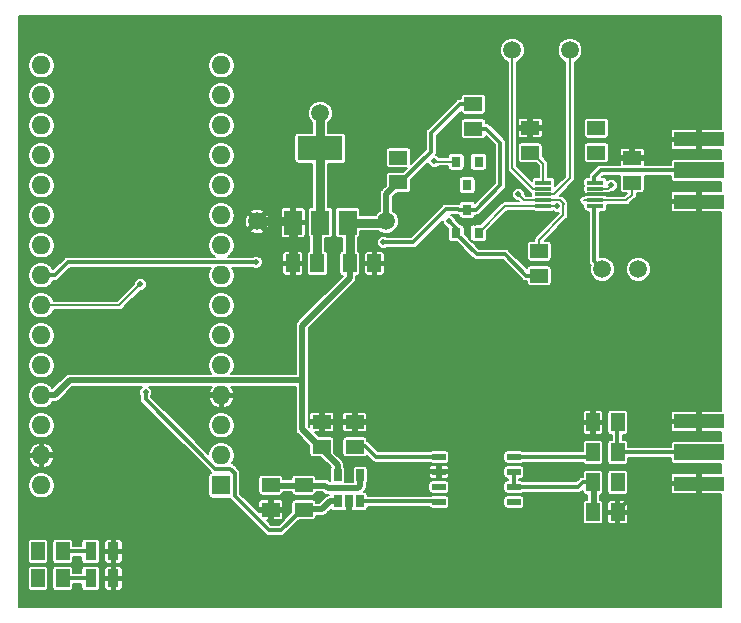
<source format=gbr>
G04 #@! TF.GenerationSoftware,KiCad,Pcbnew,6.0.0-rc1-unknown-0cca1c6~65~ubuntu16.04.1*
G04 #@! TF.CreationDate,2018-08-03T10:45:00+02:00*
G04 #@! TF.ProjectId,ArduinoSpecAn,41726475696E6F53706563416E2E6B69,1.0*
G04 #@! TF.SameCoordinates,Original*
G04 #@! TF.FileFunction,Copper,L1,Top,Signal*
G04 #@! TF.FilePolarity,Positive*
%FSLAX46Y46*%
G04 Gerber Fmt 4.6, Leading zero omitted, Abs format (unit mm)*
G04 Created by KiCad (PCBNEW 6.0.0-rc1-unknown-0cca1c6~65~ubuntu16.04.1) date Fri Aug  3 10:45:00 2018*
%MOMM*%
%LPD*%
G01*
G04 APERTURE LIST*
G04 #@! TA.AperFunction,ComponentPad*
%ADD10R,1.600000X1.600000*%
G04 #@! TD*
G04 #@! TA.AperFunction,ComponentPad*
%ADD11O,1.600000X1.600000*%
G04 #@! TD*
G04 #@! TA.AperFunction,ConnectorPad*
%ADD12R,4.200000X1.400000*%
G04 #@! TD*
G04 #@! TA.AperFunction,ConnectorPad*
%ADD13R,4.200000X1.200000*%
G04 #@! TD*
G04 #@! TA.AperFunction,SMDPad,CuDef*
%ADD14R,1.143000X0.508000*%
G04 #@! TD*
G04 #@! TA.AperFunction,SMDPad,CuDef*
%ADD15R,0.650000X1.060000*%
G04 #@! TD*
G04 #@! TA.AperFunction,SMDPad,CuDef*
%ADD16R,1.500000X1.145000*%
G04 #@! TD*
G04 #@! TA.AperFunction,SMDPad,CuDef*
%ADD17R,1.145000X1.500000*%
G04 #@! TD*
G04 #@! TA.AperFunction,SMDPad,CuDef*
%ADD18R,3.800000X2.000000*%
G04 #@! TD*
G04 #@! TA.AperFunction,SMDPad,CuDef*
%ADD19R,1.500000X2.000000*%
G04 #@! TD*
G04 #@! TA.AperFunction,ComponentPad*
%ADD20C,1.500000*%
G04 #@! TD*
G04 #@! TA.AperFunction,BGAPad,CuDef*
%ADD21C,1.500000*%
G04 #@! TD*
G04 #@! TA.AperFunction,SMDPad,CuDef*
%ADD22R,0.800000X0.900000*%
G04 #@! TD*
G04 #@! TA.AperFunction,SMDPad,CuDef*
%ADD23R,1.400000X0.300000*%
G04 #@! TD*
G04 #@! TA.AperFunction,SMDPad,CuDef*
%ADD24R,0.970000X1.500000*%
G04 #@! TD*
G04 #@! TA.AperFunction,ViaPad*
%ADD25C,0.500000*%
G04 #@! TD*
G04 #@! TA.AperFunction,Conductor*
%ADD26C,0.342000*%
G04 #@! TD*
G04 #@! TA.AperFunction,Conductor*
%ADD27C,0.762000*%
G04 #@! TD*
G04 #@! TA.AperFunction,Conductor*
%ADD28C,0.203200*%
G04 #@! TD*
G04 #@! TA.AperFunction,Conductor*
%ADD29C,0.500000*%
G04 #@! TD*
G04 APERTURE END LIST*
D10*
G04 #@! TO.P,A1,1*
G04 #@! TO.N,N/C*
X125222000Y-125984000D03*
D11*
G04 #@! TO.P,A1,17*
X109982000Y-92964000D03*
G04 #@! TO.P,A1,2*
X125222000Y-123444000D03*
G04 #@! TO.P,A1,18*
X109982000Y-95504000D03*
G04 #@! TO.P,A1,3*
X125222000Y-120904000D03*
G04 #@! TO.P,A1,19*
G04 #@! TO.N,/A0*
X109982000Y-98044000D03*
G04 #@! TO.P,A1,4*
G04 #@! TO.N,GND*
X125222000Y-118364000D03*
G04 #@! TO.P,A1,20*
G04 #@! TO.N,/A1*
X109982000Y-100584000D03*
G04 #@! TO.P,A1,5*
G04 #@! TO.N,N/C*
X125222000Y-115824000D03*
G04 #@! TO.P,A1,21*
G04 #@! TO.N,/A2*
X109982000Y-103124000D03*
G04 #@! TO.P,A1,6*
G04 #@! TO.N,N/C*
X125222000Y-113284000D03*
G04 #@! TO.P,A1,22*
X109982000Y-105664000D03*
G04 #@! TO.P,A1,7*
X125222000Y-110744000D03*
G04 #@! TO.P,A1,23*
G04 #@! TO.N,/SDA*
X109982000Y-108204000D03*
G04 #@! TO.P,A1,8*
G04 #@! TO.N,N/C*
X125222000Y-108204000D03*
G04 #@! TO.P,A1,24*
G04 #@! TO.N,/SCL*
X109982000Y-110744000D03*
G04 #@! TO.P,A1,9*
G04 #@! TO.N,N/C*
X125222000Y-105664000D03*
G04 #@! TO.P,A1,25*
X109982000Y-113284000D03*
G04 #@! TO.P,A1,10*
X125222000Y-103124000D03*
G04 #@! TO.P,A1,26*
X109982000Y-115824000D03*
G04 #@! TO.P,A1,11*
X125222000Y-100584000D03*
G04 #@! TO.P,A1,27*
G04 #@! TO.N,+5V*
X109982000Y-118364000D03*
G04 #@! TO.P,A1,12*
G04 #@! TO.N,N/C*
X125222000Y-98044000D03*
G04 #@! TO.P,A1,28*
X109982000Y-120904000D03*
G04 #@! TO.P,A1,13*
X125222000Y-95504000D03*
G04 #@! TO.P,A1,29*
G04 #@! TO.N,GND*
X109982000Y-123444000D03*
G04 #@! TO.P,A1,14*
G04 #@! TO.N,N/C*
X125222000Y-92964000D03*
G04 #@! TO.P,A1,30*
X109982000Y-125984000D03*
G04 #@! TO.P,A1,15*
X125222000Y-90424000D03*
G04 #@! TO.P,A1,16*
X109982000Y-90424000D03*
G04 #@! TD*
D12*
G04 #@! TO.P,J1,1*
G04 #@! TO.N,/Input*
X165676000Y-123190000D03*
D13*
G04 #@! TO.P,J1,2*
G04 #@! TO.N,GND*
X165676000Y-125820000D03*
G04 #@! TO.P,J1,3*
X165676000Y-120560000D03*
G04 #@! TD*
D12*
G04 #@! TO.P,J2,1*
G04 #@! TO.N,Net-(J2-Pad1)*
X165676000Y-99314000D03*
D13*
G04 #@! TO.P,J2,2*
G04 #@! TO.N,GND*
X165676000Y-101944000D03*
G04 #@! TO.P,J2,3*
X165676000Y-96684000D03*
G04 #@! TD*
D14*
G04 #@! TO.P,U1,8*
G04 #@! TO.N,Net-(C4-Pad2)*
X149987000Y-123571000D03*
G04 #@! TO.P,U1,7*
G04 #@! TO.N,Net-(C5-Pad1)*
X149987000Y-124841000D03*
G04 #@! TO.P,U1,6*
X149987000Y-126111000D03*
G04 #@! TO.P,U1,5*
G04 #@! TO.N,N/C*
X149987000Y-127381000D03*
G04 #@! TO.P,U1,4*
G04 #@! TO.N,/Vmag*
X143637000Y-127381000D03*
G04 #@! TO.P,U1,3*
G04 #@! TO.N,N/C*
X143637000Y-126111000D03*
G04 #@! TO.P,U1,2*
G04 #@! TO.N,GND*
X143637000Y-124841000D03*
G04 #@! TO.P,U1,1*
G04 #@! TO.N,Net-(C2-Pad2)*
X143637000Y-123571000D03*
G04 #@! TD*
D15*
G04 #@! TO.P,U3,1*
G04 #@! TO.N,/A0*
X135067000Y-127338000D03*
G04 #@! TO.P,U3,2*
G04 #@! TO.N,GND*
X136017000Y-127338000D03*
G04 #@! TO.P,U3,3*
G04 #@! TO.N,/Vmag*
X136967000Y-127338000D03*
G04 #@! TO.P,U3,4*
G04 #@! TO.N,Net-(R11-Pad2)*
X136967000Y-125138000D03*
G04 #@! TO.P,U3,5*
G04 #@! TO.N,+5V*
X135067000Y-125138000D03*
G04 #@! TD*
D16*
G04 #@! TO.P,C2,1*
G04 #@! TO.N,GND*
X136525000Y-120623500D03*
G04 #@! TO.P,C2,2*
G04 #@! TO.N,Net-(C2-Pad2)*
X136525000Y-122708500D03*
G04 #@! TD*
D17*
G04 #@! TO.P,C4,2*
G04 #@! TO.N,Net-(C4-Pad2)*
X156691500Y-123190000D03*
G04 #@! TO.P,C4,1*
G04 #@! TO.N,/Input*
X158776500Y-123190000D03*
G04 #@! TD*
G04 #@! TO.P,C5,1*
G04 #@! TO.N,Net-(C5-Pad1)*
X156691500Y-128270000D03*
G04 #@! TO.P,C5,2*
G04 #@! TO.N,GND*
X158776500Y-128270000D03*
G04 #@! TD*
G04 #@! TO.P,R2,1*
G04 #@! TO.N,GND*
X156691500Y-120650000D03*
G04 #@! TO.P,R2,2*
G04 #@! TO.N,/Input*
X158776500Y-120650000D03*
G04 #@! TD*
G04 #@! TO.P,R3,2*
G04 #@! TO.N,+5V*
X158776500Y-125730000D03*
G04 #@! TO.P,R3,1*
G04 #@! TO.N,Net-(C5-Pad1)*
X156691500Y-125730000D03*
G04 #@! TD*
D16*
G04 #@! TO.P,R11,2*
G04 #@! TO.N,Net-(R11-Pad2)*
X129413000Y-125957500D03*
G04 #@! TO.P,R11,1*
G04 #@! TO.N,GND*
X129413000Y-128042500D03*
G04 #@! TD*
G04 #@! TO.P,R12,1*
G04 #@! TO.N,Net-(R11-Pad2)*
X132207000Y-125957500D03*
G04 #@! TO.P,R12,2*
G04 #@! TO.N,/A0*
X132207000Y-128042500D03*
G04 #@! TD*
G04 #@! TO.P,C15,1*
G04 #@! TO.N,+5V*
X133731000Y-122708500D03*
G04 #@! TO.P,C15,2*
G04 #@! TO.N,GND*
X133731000Y-120623500D03*
G04 #@! TD*
G04 #@! TO.P,C6,1*
G04 #@! TO.N,/3.3V_cust*
X159993500Y-100356500D03*
G04 #@! TO.P,C6,2*
G04 #@! TO.N,GND*
X159993500Y-98271500D03*
G04 #@! TD*
G04 #@! TO.P,C7,2*
G04 #@! TO.N,GND*
X151357500Y-95731500D03*
G04 #@! TO.P,C7,1*
G04 #@! TO.N,/3.3V_cust*
X151357500Y-97816500D03*
G04 #@! TD*
D17*
G04 #@! TO.P,C1,2*
G04 #@! TO.N,GND*
X138176000Y-107188000D03*
G04 #@! TO.P,C1,1*
G04 #@! TO.N,+5V*
X136091000Y-107188000D03*
G04 #@! TD*
G04 #@! TO.P,C3,2*
G04 #@! TO.N,GND*
X131265000Y-107188000D03*
G04 #@! TO.P,C3,1*
G04 #@! TO.N,/3.3V_cust*
X133350000Y-107188000D03*
G04 #@! TD*
D18*
G04 #@! TO.P,U2,2*
G04 #@! TO.N,/3.3V_cust*
X133604000Y-97434000D03*
D19*
X133604000Y-103734000D03*
G04 #@! TO.P,U2,3*
G04 #@! TO.N,+5V*
X135904000Y-103734000D03*
G04 #@! TO.P,U2,1*
G04 #@! TO.N,GND*
X131304000Y-103734000D03*
G04 #@! TD*
D20*
G04 #@! TO.P,Y1,1*
G04 #@! TO.N,Net-(U4-Pad2)*
X149860000Y-89154000D03*
G04 #@! TO.P,Y1,2*
G04 #@! TO.N,Net-(U4-Pad3)*
X154740000Y-89154000D03*
G04 #@! TD*
D21*
G04 #@! TO.P,TP1,1*
G04 #@! TO.N,+5V*
X139192000Y-103632000D03*
G04 #@! TD*
G04 #@! TO.P,TP2,1*
G04 #@! TO.N,/3.3V_cust*
X133604000Y-94488000D03*
G04 #@! TD*
G04 #@! TO.P,TP3,1*
G04 #@! TO.N,Net-(TP3-Pad1)*
X160528000Y-107696000D03*
G04 #@! TD*
G04 #@! TO.P,TP4,1*
G04 #@! TO.N,GND*
X128270000Y-103632000D03*
G04 #@! TD*
G04 #@! TO.P,TP5,1*
G04 #@! TO.N,Net-(TP5-Pad1)*
X157480000Y-107696000D03*
G04 #@! TD*
D22*
G04 #@! TO.P,Q1,1*
G04 #@! TO.N,/3.3V_cust*
X147000000Y-98568000D03*
G04 #@! TO.P,Q1,2*
G04 #@! TO.N,/SCL*
X145100000Y-98568000D03*
G04 #@! TO.P,Q1,3*
G04 #@! TO.N,Net-(Q1-Pad3)*
X146050000Y-100568000D03*
G04 #@! TD*
G04 #@! TO.P,Q6,3*
G04 #@! TO.N,/SDA*
X146050000Y-102632000D03*
G04 #@! TO.P,Q6,2*
G04 #@! TO.N,Net-(Q6-Pad2)*
X147000000Y-104632000D03*
G04 #@! TO.P,Q6,1*
G04 #@! TO.N,/3.3V_cust*
X145100000Y-104632000D03*
G04 #@! TD*
D16*
G04 #@! TO.P,R1,1*
G04 #@! TO.N,+5V*
X140208000Y-100330000D03*
G04 #@! TO.P,R1,2*
G04 #@! TO.N,/SCL*
X140208000Y-98245000D03*
G04 #@! TD*
G04 #@! TO.P,R4,2*
G04 #@! TO.N,Net-(Q1-Pad3)*
X152119500Y-106145500D03*
G04 #@! TO.P,R4,1*
G04 #@! TO.N,/3.3V_cust*
X152119500Y-108230500D03*
G04 #@! TD*
G04 #@! TO.P,R5,2*
G04 #@! TO.N,/SDA*
X146558000Y-95784500D03*
G04 #@! TO.P,R5,1*
G04 #@! TO.N,+5V*
X146558000Y-93699500D03*
G04 #@! TD*
G04 #@! TO.P,R6,1*
G04 #@! TO.N,/3.3V_cust*
X156972000Y-95731500D03*
G04 #@! TO.P,R6,2*
G04 #@! TO.N,Net-(Q6-Pad2)*
X156972000Y-97816500D03*
G04 #@! TD*
D23*
G04 #@! TO.P,U4,1*
G04 #@! TO.N,/3.3V_cust*
X152486000Y-100346000D03*
G04 #@! TO.P,U4,2*
G04 #@! TO.N,Net-(U4-Pad2)*
X152486000Y-100846000D03*
G04 #@! TO.P,U4,3*
G04 #@! TO.N,Net-(U4-Pad3)*
X152486000Y-101346000D03*
G04 #@! TO.P,U4,4*
G04 #@! TO.N,Net-(Q1-Pad3)*
X152486000Y-101846000D03*
G04 #@! TO.P,U4,5*
G04 #@! TO.N,Net-(Q6-Pad2)*
X152486000Y-102346000D03*
G04 #@! TO.P,U4,6*
G04 #@! TO.N,Net-(TP5-Pad1)*
X156886000Y-102346000D03*
G04 #@! TO.P,U4,7*
G04 #@! TO.N,/3.3V_cust*
X156886000Y-101846000D03*
G04 #@! TO.P,U4,8*
G04 #@! TO.N,GND*
X156886000Y-101346000D03*
G04 #@! TO.P,U4,9*
G04 #@! TO.N,Net-(TP3-Pad1)*
X156886000Y-100846000D03*
G04 #@! TO.P,U4,10*
G04 #@! TO.N,Net-(J2-Pad1)*
X156886000Y-100346000D03*
G04 #@! TD*
D24*
G04 #@! TO.P,D1,2*
G04 #@! TO.N,Net-(D1-Pad2)*
X114168000Y-133858000D03*
G04 #@! TO.P,D1,1*
G04 #@! TO.N,GND*
X116078000Y-133858000D03*
G04 #@! TD*
G04 #@! TO.P,D2,1*
G04 #@! TO.N,GND*
X116078000Y-131572000D03*
G04 #@! TO.P,D2,2*
G04 #@! TO.N,Net-(D2-Pad2)*
X114168000Y-131572000D03*
G04 #@! TD*
D17*
G04 #@! TO.P,R7,2*
G04 #@! TO.N,Net-(D1-Pad2)*
X111786500Y-133858000D03*
G04 #@! TO.P,R7,1*
G04 #@! TO.N,/A2*
X109701500Y-133858000D03*
G04 #@! TD*
G04 #@! TO.P,R8,1*
G04 #@! TO.N,/A1*
X109701500Y-131572000D03*
G04 #@! TO.P,R8,2*
G04 #@! TO.N,Net-(D2-Pad2)*
X111786500Y-131572000D03*
G04 #@! TD*
D25*
G04 #@! TO.N,GND*
X164846000Y-108966000D03*
X164846000Y-113284000D03*
X164846000Y-110871000D03*
X157226000Y-131191000D03*
X149225000Y-107696000D03*
X149225000Y-115824000D03*
X149225000Y-112649000D03*
X149225000Y-110236000D03*
X130302000Y-123190000D03*
X137033000Y-114427000D03*
X130302000Y-112395000D03*
X130302000Y-116332000D03*
X130302000Y-120015000D03*
X142240000Y-129286000D03*
X151130000Y-129286000D03*
X149098000Y-129286000D03*
X146939000Y-129286000D03*
X144526000Y-129286000D03*
X142113000Y-122047000D03*
X151257000Y-122047000D03*
X149098000Y-122047000D03*
X146939000Y-122047000D03*
X144526000Y-122047000D03*
X133731000Y-120666000D03*
X158776500Y-128270000D03*
X165676000Y-120560000D03*
X165676000Y-125820000D03*
X156691500Y-120650000D03*
X164973000Y-91059000D03*
X160655000Y-96139000D03*
X161544000Y-93345000D03*
X129667000Y-87884000D03*
X143510000Y-90043000D03*
X139192000Y-87884000D03*
X134366000Y-87884000D03*
X131265000Y-107188000D03*
X131304000Y-103734000D03*
X165676000Y-101944000D03*
X165676000Y-96684000D03*
X159993500Y-98271500D03*
X151357500Y-95731500D03*
X166624000Y-135636000D03*
X158496000Y-135636000D03*
X150114000Y-135636000D03*
X117856000Y-135636000D03*
X108712000Y-135636000D03*
X112014000Y-87884000D03*
X109220000Y-87884000D03*
X121412000Y-119126000D03*
X116840000Y-119126000D03*
X146707111Y-103779588D03*
X158242063Y-101341990D03*
X138176000Y-107188000D03*
X143002000Y-106426000D03*
G04 #@! TO.N,/A0*
X118806590Y-118112437D03*
G04 #@! TO.N,+5V*
X158776500Y-125730000D03*
X135067000Y-125138000D03*
G04 #@! TO.N,/3.3V_cust*
X151357500Y-97816500D03*
X156972000Y-95731500D03*
X147000000Y-98568000D03*
X133604000Y-97434000D03*
X144526000Y-103632000D03*
X159993500Y-100356500D03*
G04 #@! TO.N,Net-(Q1-Pad3)*
X146050000Y-100568000D03*
X150368000Y-101346000D03*
G04 #@! TO.N,/SDA*
X138938000Y-105410000D03*
X128162599Y-107080599D03*
G04 #@! TO.N,/SCL*
X140208000Y-98245000D03*
X118364000Y-108966000D03*
X143256070Y-98552000D03*
G04 #@! TO.N,Net-(Q6-Pad2)*
X156972000Y-97816500D03*
X153670000Y-102362000D03*
G04 #@! TO.N,Net-(TP3-Pad1)*
X158242000Y-100584000D03*
X160528000Y-107696000D03*
G04 #@! TO.N,/A1*
X109866213Y-131736713D03*
G04 #@! TO.N,/A2*
X109701500Y-133858000D03*
G04 #@! TD*
D26*
G04 #@! TO.N,GND*
X164846000Y-113284000D02*
X164846000Y-110871000D01*
X149225000Y-115824000D02*
X149225000Y-112649000D01*
X149225000Y-110236000D02*
X149225000Y-107696000D01*
X130302000Y-116332000D02*
X130302000Y-112395000D01*
X130302000Y-120015000D02*
X130302000Y-123190000D01*
X151130000Y-129286000D02*
X149098000Y-129286000D01*
X144526000Y-129286000D02*
X146939000Y-129286000D01*
X151257000Y-122047000D02*
X149098000Y-122047000D01*
X144526000Y-122047000D02*
X146939000Y-122047000D01*
X133731000Y-120666000D02*
X136525000Y-120666000D01*
X158776500Y-129640500D02*
X157226000Y-131191000D01*
X158776500Y-128270000D02*
X158776500Y-129640500D01*
X158776500Y-128092500D02*
X158776500Y-128270000D01*
X161049000Y-125820000D02*
X158776500Y-128092500D01*
X165676000Y-125820000D02*
X161049000Y-125820000D01*
X162687000Y-93345000D02*
X161544000Y-93345000D01*
X162687000Y-93345000D02*
X164973000Y-91059000D01*
X134366000Y-87884000D02*
X139192000Y-87884000D01*
D27*
X131202000Y-103632000D02*
X131304000Y-103734000D01*
X128270000Y-103632000D02*
X131202000Y-103632000D01*
X131304000Y-107149000D02*
X131265000Y-107188000D01*
X131304000Y-103734000D02*
X131304000Y-107149000D01*
D26*
X156791000Y-101346000D02*
X156795010Y-101341990D01*
D28*
X151130000Y-129286000D02*
X160274000Y-129286000D01*
X160274000Y-129286000D02*
X166624000Y-135636000D01*
X158496000Y-135636000D02*
X150114000Y-135636000D01*
X112014000Y-87884000D02*
X109220000Y-87884000D01*
D29*
X122174000Y-118364000D02*
X121412000Y-119126000D01*
X125222000Y-118364000D02*
X122174000Y-118364000D01*
X112522000Y-123444000D02*
X116590001Y-119375999D01*
X116590001Y-119375999D02*
X116840000Y-119126000D01*
D26*
X115392500Y-123444000D02*
X111760000Y-123444000D01*
D29*
X109982000Y-123444000D02*
X111760000Y-123444000D01*
X111760000Y-123444000D02*
X112522000Y-123444000D01*
D26*
X156795010Y-101341990D02*
X157888510Y-101341990D01*
X157888510Y-101341990D02*
X158242063Y-101341990D01*
X116078000Y-131572000D02*
X116078000Y-133858000D01*
X116078000Y-134950000D02*
X116332000Y-135204000D01*
X116078000Y-133858000D02*
X116078000Y-134950000D01*
X116332000Y-135204000D02*
X116332000Y-135636000D01*
D28*
X116332000Y-135636000D02*
X108712000Y-135636000D01*
X117856000Y-135636000D02*
X116332000Y-135636000D01*
D26*
G04 #@! TO.N,Net-(C2-Pad2)*
X136525000Y-122666000D02*
X137398000Y-122666000D01*
X138303000Y-123571000D02*
X143637000Y-123571000D01*
X137398000Y-122666000D02*
X138303000Y-123571000D01*
G04 #@! TO.N,/Input*
X158734000Y-120650000D02*
X158734000Y-123190000D01*
X158734000Y-123190000D02*
X165676000Y-123190000D01*
G04 #@! TO.N,Net-(C4-Pad2)*
X149987000Y-123571000D02*
X156353000Y-123571000D01*
X156353000Y-123571000D02*
X156734000Y-123190000D01*
G04 #@! TO.N,Net-(C5-Pad1)*
X149987000Y-126111000D02*
X155448000Y-126111000D01*
X155829000Y-125730000D02*
X156734000Y-125730000D01*
X155448000Y-126111000D02*
X155829000Y-125730000D01*
X149987000Y-124841000D02*
X149987000Y-126111000D01*
D29*
X156734000Y-128270000D02*
X156734000Y-125730000D01*
G04 #@! TO.N,/A0*
X135067000Y-127338000D02*
X134409000Y-127338000D01*
X133747000Y-128000000D02*
X132207000Y-128000000D01*
X134409000Y-127338000D02*
X133747000Y-128000000D01*
D26*
X132029500Y-128042500D02*
X130278000Y-129794000D01*
X130278000Y-129794000D02*
X129259878Y-129794000D01*
X126345401Y-126879523D02*
X126345401Y-124925279D01*
X126345401Y-124925279D02*
X125987523Y-124567401D01*
X118806590Y-118465990D02*
X118806590Y-118112437D01*
X118806590Y-118691224D02*
X118806590Y-118465990D01*
X124682767Y-124567401D02*
X118806590Y-118691224D01*
X125987523Y-124567401D02*
X124682767Y-124567401D01*
X129259878Y-129794000D02*
X126345401Y-126879523D01*
X132207000Y-128042500D02*
X132029500Y-128042500D01*
G04 #@! TO.N,/Vmag*
X136967000Y-127338000D02*
X143594000Y-127338000D01*
X143594000Y-127338000D02*
X143637000Y-127381000D01*
D29*
X137010000Y-127381000D02*
X136967000Y-127338000D01*
G04 #@! TO.N,Net-(R11-Pad2)*
X132207000Y-126000000D02*
X134001000Y-126000000D01*
X136967000Y-126050000D02*
X136967000Y-125138000D01*
X136779000Y-126238000D02*
X136967000Y-126050000D01*
X134239000Y-126238000D02*
X136779000Y-126238000D01*
X134001000Y-126000000D02*
X134239000Y-126238000D01*
X129413000Y-126000000D02*
X132207000Y-126000000D01*
G04 #@! TO.N,+5V*
X133731000Y-122666000D02*
X133731000Y-122936000D01*
X133731000Y-122936000D02*
X135067000Y-124272000D01*
X135067000Y-124272000D02*
X135067000Y-125138000D01*
D27*
X139090000Y-103734000D02*
X139192000Y-103632000D01*
X135904000Y-103734000D02*
X139090000Y-103734000D01*
X136091000Y-103921000D02*
X135904000Y-103734000D01*
X136091000Y-107188000D02*
X136091000Y-103921000D01*
D29*
X136091000Y-108438000D02*
X132080000Y-112449000D01*
X136091000Y-107188000D02*
X136091000Y-108438000D01*
X133553500Y-122708500D02*
X133731000Y-122708500D01*
X132080000Y-121235000D02*
X133553500Y-122708500D01*
X111113370Y-118364000D02*
X112383370Y-117094000D01*
X109982000Y-118364000D02*
X111113370Y-118364000D01*
X132080000Y-112449000D02*
X132080000Y-117094000D01*
X112383370Y-117094000D02*
X132080000Y-117094000D01*
X132080000Y-117094000D02*
X132080000Y-121235000D01*
X139192000Y-101346000D02*
X140208000Y-100330000D01*
X139192000Y-103632000D02*
X139192000Y-101346000D01*
X146558000Y-93699500D02*
X146380500Y-93699500D01*
D26*
X140385500Y-100330000D02*
X140208000Y-100330000D01*
X143002000Y-97713500D02*
X140385500Y-100330000D01*
X143002000Y-96163500D02*
X143002000Y-97713500D01*
X145466000Y-93699500D02*
X143002000Y-96163500D01*
X146558000Y-93699500D02*
X145466000Y-93699500D01*
D27*
G04 #@! TO.N,/3.3V_cust*
X133604000Y-103734000D02*
X133604000Y-97434000D01*
X133604000Y-97434000D02*
X133604000Y-94488000D01*
X133350000Y-103988000D02*
X133604000Y-103734000D01*
X133350000Y-107188000D02*
X133350000Y-103988000D01*
D28*
X156886000Y-101846000D02*
X155948000Y-101846000D01*
X151535000Y-97816500D02*
X151357500Y-97816500D01*
X152486000Y-98767500D02*
X151535000Y-97816500D01*
X152486000Y-100346000D02*
X152486000Y-98767500D01*
X156886000Y-101846000D02*
X159520000Y-101846000D01*
X159993500Y-101372500D02*
X159993500Y-100356500D01*
X159520000Y-101846000D02*
X159993500Y-101372500D01*
D26*
X145100000Y-104206000D02*
X144526000Y-103632000D01*
X145100000Y-104632000D02*
X145100000Y-104206000D01*
X151027500Y-108230500D02*
X149223000Y-106426000D01*
X152119500Y-108230500D02*
X151027500Y-108230500D01*
X145100000Y-104682000D02*
X145100000Y-104632000D01*
X146844000Y-106426000D02*
X145100000Y-104682000D01*
X149223000Y-106426000D02*
X146844000Y-106426000D01*
G04 #@! TO.N,Net-(TP5-Pad1)*
X156791000Y-107007000D02*
X157480000Y-107696000D01*
X156791000Y-102346000D02*
X156791000Y-107007000D01*
D28*
G04 #@! TO.N,Net-(U4-Pad2)*
X149860000Y-90214660D02*
X149860000Y-89154000D01*
X151582800Y-100846000D02*
X149860000Y-99123200D01*
X149860000Y-99123200D02*
X149860000Y-90214660D01*
X152486000Y-100846000D02*
X151582800Y-100846000D01*
G04 #@! TO.N,Net-(U4-Pad3)*
X154740000Y-89154000D02*
X154740000Y-99995200D01*
X153389200Y-101346000D02*
X152486000Y-101346000D01*
X154740000Y-99995200D02*
X153389200Y-101346000D01*
G04 #@! TO.N,Net-(Q1-Pad3)*
X150868000Y-101846000D02*
X150368000Y-101346000D01*
X152486000Y-101846000D02*
X150868000Y-101846000D01*
X152119500Y-105182500D02*
X152119500Y-105369800D01*
X152119500Y-105369800D02*
X152119500Y-106145500D01*
X154178000Y-103124000D02*
X152119500Y-105182500D01*
X152486000Y-101846000D02*
X153916000Y-101846000D01*
X154190078Y-102120078D02*
X154178000Y-102132156D01*
X153916000Y-101846000D02*
X154190078Y-102120078D01*
X154178000Y-102132156D02*
X154178000Y-103124000D01*
D26*
G04 #@! TO.N,/SDA*
X112236771Y-107080599D02*
X128162599Y-107080599D01*
X111113370Y-108204000D02*
X112236771Y-107080599D01*
X109982000Y-108204000D02*
X111113370Y-108204000D01*
X146792000Y-102632000D02*
X146050000Y-102632000D01*
X148844000Y-100580000D02*
X146792000Y-102632000D01*
X148844000Y-96978500D02*
X148844000Y-100580000D01*
X147650000Y-95784500D02*
X148844000Y-96978500D01*
X146558000Y-95784500D02*
X147650000Y-95784500D01*
X145308000Y-102632000D02*
X145292000Y-102616000D01*
X146050000Y-102632000D02*
X145308000Y-102632000D01*
X141478000Y-105410000D02*
X144272000Y-102616000D01*
X138938000Y-105410000D02*
X141478000Y-105410000D01*
X145292000Y-102616000D02*
X144272000Y-102616000D01*
D28*
G04 #@! TO.N,/SCL*
X116586000Y-110744000D02*
X118364000Y-108966000D01*
X109982000Y-110744000D02*
X116586000Y-110744000D01*
X143272070Y-98568000D02*
X143256070Y-98552000D01*
X145100000Y-98568000D02*
X143272070Y-98568000D01*
G04 #@! TO.N,Net-(Q6-Pad2)*
X149236000Y-102346000D02*
X147000000Y-104582000D01*
X152486000Y-102346000D02*
X149236000Y-102346000D01*
X147000000Y-104582000D02*
X147000000Y-104632000D01*
X153654000Y-102346000D02*
X153670000Y-102362000D01*
X152486000Y-102346000D02*
X153654000Y-102346000D01*
D26*
G04 #@! TO.N,Net-(J2-Pad1)*
X163234000Y-99314000D02*
X165676000Y-99314000D01*
X157328500Y-99314000D02*
X163234000Y-99314000D01*
X156791000Y-99851500D02*
X157328500Y-99314000D01*
X156791000Y-100346000D02*
X156791000Y-99851500D01*
D28*
G04 #@! TO.N,Net-(TP3-Pad1)*
X157980000Y-100846000D02*
X158242000Y-100584000D01*
X156886000Y-100846000D02*
X157980000Y-100846000D01*
D26*
G04 #@! TO.N,Net-(D1-Pad2)*
X111786500Y-133858000D02*
X114168000Y-133858000D01*
G04 #@! TO.N,Net-(D2-Pad2)*
X111786500Y-131572000D02*
X114168000Y-131572000D01*
G04 #@! TD*
D28*
G04 #@! TO.N,GND*
G36*
X167514200Y-86263318D02*
X167514200Y-95779200D01*
X165904600Y-95779200D01*
X165828400Y-95855400D01*
X165828400Y-96531600D01*
X165848400Y-96531600D01*
X165848400Y-96836400D01*
X165828400Y-96836400D01*
X165828400Y-97512600D01*
X165904600Y-97588800D01*
X167514200Y-97588800D01*
X167514200Y-98303229D01*
X163576000Y-98303229D01*
X163457073Y-98326885D01*
X163356252Y-98394252D01*
X163288885Y-98495073D01*
X163265229Y-98614000D01*
X163265229Y-98838200D01*
X161048300Y-98838200D01*
X161048300Y-98500100D01*
X160972100Y-98423900D01*
X160145900Y-98423900D01*
X160145900Y-98443900D01*
X159841100Y-98443900D01*
X159841100Y-98423900D01*
X159014900Y-98423900D01*
X158938700Y-98500100D01*
X158938700Y-98838200D01*
X157375355Y-98838200D01*
X157328500Y-98828880D01*
X157281644Y-98838200D01*
X157281641Y-98838200D01*
X157142852Y-98865807D01*
X156985468Y-98970968D01*
X156958924Y-99010694D01*
X156487692Y-99481926D01*
X156447969Y-99508468D01*
X156421427Y-99548191D01*
X156421425Y-99548193D01*
X156342807Y-99665853D01*
X156305880Y-99851500D01*
X156312589Y-99885229D01*
X156186000Y-99885229D01*
X156067073Y-99908885D01*
X155966252Y-99976252D01*
X155898885Y-100077073D01*
X155875229Y-100196000D01*
X155875229Y-100496000D01*
X155895120Y-100596000D01*
X155875229Y-100696000D01*
X155875229Y-100996000D01*
X155895895Y-101099894D01*
X155881200Y-101135371D01*
X155881200Y-101194800D01*
X155957400Y-101271000D01*
X156048942Y-101271000D01*
X156067073Y-101283115D01*
X156186000Y-101306771D01*
X157586000Y-101306771D01*
X157704927Y-101283115D01*
X157723058Y-101271000D01*
X157814600Y-101271000D01*
X157833200Y-101252400D01*
X157939982Y-101252400D01*
X157980000Y-101260360D01*
X158020018Y-101252400D01*
X158020023Y-101252400D01*
X158138569Y-101228820D01*
X158272997Y-101138997D01*
X158273129Y-101138800D01*
X158352357Y-101138800D01*
X158556269Y-101054337D01*
X158712337Y-100898269D01*
X158796800Y-100694357D01*
X158796800Y-100473643D01*
X158712337Y-100269731D01*
X158556269Y-100113663D01*
X158352357Y-100029200D01*
X158131643Y-100029200D01*
X157927731Y-100113663D01*
X157888247Y-100153147D01*
X157873115Y-100077073D01*
X157805748Y-99976252D01*
X157704927Y-99908885D01*
X157586000Y-99885229D01*
X157430153Y-99885229D01*
X157525582Y-99789800D01*
X158932729Y-99789800D01*
X158932729Y-100929000D01*
X158956385Y-101047927D01*
X159023752Y-101148748D01*
X159124573Y-101216115D01*
X159243500Y-101239771D01*
X159551493Y-101239771D01*
X159351665Y-101439600D01*
X157833200Y-101439600D01*
X157814600Y-101421000D01*
X157723058Y-101421000D01*
X157704927Y-101408885D01*
X157586000Y-101385229D01*
X156186000Y-101385229D01*
X156067073Y-101408885D01*
X156048942Y-101421000D01*
X155957400Y-101421000D01*
X155938800Y-101439600D01*
X155907977Y-101439600D01*
X155789431Y-101463180D01*
X155655003Y-101553003D01*
X155565180Y-101687431D01*
X155533639Y-101846000D01*
X155565180Y-102004569D01*
X155655003Y-102138997D01*
X155789431Y-102228820D01*
X155875229Y-102245886D01*
X155875229Y-102496000D01*
X155898885Y-102614927D01*
X155966252Y-102715748D01*
X156067073Y-102783115D01*
X156186000Y-102806771D01*
X156315200Y-102806771D01*
X156315201Y-106960140D01*
X156305880Y-107007000D01*
X156342807Y-107192647D01*
X156421425Y-107310307D01*
X156421427Y-107310309D01*
X156447969Y-107350032D01*
X156474308Y-107367631D01*
X156425200Y-107486187D01*
X156425200Y-107905813D01*
X156585784Y-108293496D01*
X156882504Y-108590216D01*
X157270187Y-108750800D01*
X157689813Y-108750800D01*
X158077496Y-108590216D01*
X158374216Y-108293496D01*
X158534800Y-107905813D01*
X158534800Y-107486187D01*
X159473200Y-107486187D01*
X159473200Y-107905813D01*
X159633784Y-108293496D01*
X159930504Y-108590216D01*
X160318187Y-108750800D01*
X160737813Y-108750800D01*
X161125496Y-108590216D01*
X161422216Y-108293496D01*
X161582800Y-107905813D01*
X161582800Y-107486187D01*
X161422216Y-107098504D01*
X161125496Y-106801784D01*
X160737813Y-106641200D01*
X160318187Y-106641200D01*
X159930504Y-106801784D01*
X159633784Y-107098504D01*
X159473200Y-107486187D01*
X158534800Y-107486187D01*
X158374216Y-107098504D01*
X158077496Y-106801784D01*
X157689813Y-106641200D01*
X157270187Y-106641200D01*
X157266800Y-106642603D01*
X157266800Y-102806771D01*
X157586000Y-102806771D01*
X157704927Y-102783115D01*
X157805748Y-102715748D01*
X157873115Y-102614927D01*
X157896771Y-102496000D01*
X157896771Y-102252400D01*
X159479982Y-102252400D01*
X159520000Y-102260360D01*
X159560018Y-102252400D01*
X159560023Y-102252400D01*
X159678569Y-102228820D01*
X159762707Y-102172600D01*
X163271200Y-102172600D01*
X163271200Y-102604629D01*
X163317603Y-102716656D01*
X163403345Y-102802397D01*
X163515372Y-102848800D01*
X165447400Y-102848800D01*
X165523600Y-102772600D01*
X165523600Y-102096400D01*
X163347400Y-102096400D01*
X163271200Y-102172600D01*
X159762707Y-102172600D01*
X159812997Y-102138997D01*
X159835670Y-102105066D01*
X160252568Y-101688167D01*
X160286497Y-101665497D01*
X160376320Y-101531069D01*
X160399900Y-101412523D01*
X160399900Y-101412519D01*
X160407860Y-101372501D01*
X160399900Y-101332483D01*
X160399900Y-101283371D01*
X163271200Y-101283371D01*
X163271200Y-101715400D01*
X163347400Y-101791600D01*
X165523600Y-101791600D01*
X165523600Y-101115400D01*
X165447400Y-101039200D01*
X163515372Y-101039200D01*
X163403345Y-101085603D01*
X163317603Y-101171344D01*
X163271200Y-101283371D01*
X160399900Y-101283371D01*
X160399900Y-101239771D01*
X160743500Y-101239771D01*
X160862427Y-101216115D01*
X160963248Y-101148748D01*
X161030615Y-101047927D01*
X161054271Y-100929000D01*
X161054271Y-99789800D01*
X163265229Y-99789800D01*
X163265229Y-100014000D01*
X163288885Y-100132927D01*
X163356252Y-100233748D01*
X163457073Y-100301115D01*
X163576000Y-100324771D01*
X167514200Y-100324771D01*
X167514200Y-101039200D01*
X165904600Y-101039200D01*
X165828400Y-101115400D01*
X165828400Y-101791600D01*
X165848400Y-101791600D01*
X165848400Y-102096400D01*
X165828400Y-102096400D01*
X165828400Y-102772600D01*
X165904600Y-102848800D01*
X167514200Y-102848800D01*
X167514201Y-119655200D01*
X165904600Y-119655200D01*
X165828400Y-119731400D01*
X165828400Y-120407600D01*
X165848400Y-120407600D01*
X165848400Y-120712400D01*
X165828400Y-120712400D01*
X165828400Y-121388600D01*
X165904600Y-121464800D01*
X167514201Y-121464800D01*
X167514201Y-122179229D01*
X163576000Y-122179229D01*
X163457073Y-122202885D01*
X163356252Y-122270252D01*
X163288885Y-122371073D01*
X163265229Y-122490000D01*
X163265229Y-122714200D01*
X159659771Y-122714200D01*
X159659771Y-122440000D01*
X159636115Y-122321073D01*
X159568748Y-122220252D01*
X159467927Y-122152885D01*
X159349000Y-122129229D01*
X159209800Y-122129229D01*
X159209800Y-121710771D01*
X159349000Y-121710771D01*
X159467927Y-121687115D01*
X159568748Y-121619748D01*
X159636115Y-121518927D01*
X159659771Y-121400000D01*
X159659771Y-120788600D01*
X163271200Y-120788600D01*
X163271200Y-121220629D01*
X163317603Y-121332656D01*
X163403345Y-121418397D01*
X163515372Y-121464800D01*
X165447400Y-121464800D01*
X165523600Y-121388600D01*
X165523600Y-120712400D01*
X163347400Y-120712400D01*
X163271200Y-120788600D01*
X159659771Y-120788600D01*
X159659771Y-119900000D01*
X159659646Y-119899371D01*
X163271200Y-119899371D01*
X163271200Y-120331400D01*
X163347400Y-120407600D01*
X165523600Y-120407600D01*
X165523600Y-119731400D01*
X165447400Y-119655200D01*
X163515372Y-119655200D01*
X163403345Y-119701603D01*
X163317603Y-119787344D01*
X163271200Y-119899371D01*
X159659646Y-119899371D01*
X159636115Y-119781073D01*
X159568748Y-119680252D01*
X159467927Y-119612885D01*
X159349000Y-119589229D01*
X158204000Y-119589229D01*
X158085073Y-119612885D01*
X157984252Y-119680252D01*
X157916885Y-119781073D01*
X157893229Y-119900000D01*
X157893229Y-121400000D01*
X157916885Y-121518927D01*
X157984252Y-121619748D01*
X158085073Y-121687115D01*
X158204000Y-121710771D01*
X158258200Y-121710771D01*
X158258201Y-122129229D01*
X158204000Y-122129229D01*
X158085073Y-122152885D01*
X157984252Y-122220252D01*
X157916885Y-122321073D01*
X157893229Y-122440000D01*
X157893229Y-123940000D01*
X157916885Y-124058927D01*
X157984252Y-124159748D01*
X158085073Y-124227115D01*
X158204000Y-124250771D01*
X159349000Y-124250771D01*
X159467927Y-124227115D01*
X159568748Y-124159748D01*
X159636115Y-124058927D01*
X159659771Y-123940000D01*
X159659771Y-123665800D01*
X163265229Y-123665800D01*
X163265229Y-123890000D01*
X163288885Y-124008927D01*
X163356252Y-124109748D01*
X163457073Y-124177115D01*
X163576000Y-124200771D01*
X167514201Y-124200771D01*
X167514201Y-124915200D01*
X165904600Y-124915200D01*
X165828400Y-124991400D01*
X165828400Y-125667600D01*
X165848400Y-125667600D01*
X165848400Y-125972400D01*
X165828400Y-125972400D01*
X165828400Y-126648600D01*
X165904600Y-126724800D01*
X167514201Y-126724800D01*
X167514201Y-136240681D01*
X167482682Y-136272200D01*
X108107318Y-136272200D01*
X108075800Y-136240682D01*
X108075800Y-133108000D01*
X108818229Y-133108000D01*
X108818229Y-134608000D01*
X108841885Y-134726927D01*
X108909252Y-134827748D01*
X109010073Y-134895115D01*
X109129000Y-134918771D01*
X110274000Y-134918771D01*
X110392927Y-134895115D01*
X110493748Y-134827748D01*
X110561115Y-134726927D01*
X110584771Y-134608000D01*
X110584771Y-133108000D01*
X110903229Y-133108000D01*
X110903229Y-134608000D01*
X110926885Y-134726927D01*
X110994252Y-134827748D01*
X111095073Y-134895115D01*
X111214000Y-134918771D01*
X112359000Y-134918771D01*
X112477927Y-134895115D01*
X112578748Y-134827748D01*
X112646115Y-134726927D01*
X112669771Y-134608000D01*
X112669771Y-134333800D01*
X113372229Y-134333800D01*
X113372229Y-134608000D01*
X113395885Y-134726927D01*
X113463252Y-134827748D01*
X113564073Y-134895115D01*
X113683000Y-134918771D01*
X114653000Y-134918771D01*
X114771927Y-134895115D01*
X114872748Y-134827748D01*
X114940115Y-134726927D01*
X114963771Y-134608000D01*
X114963771Y-134086600D01*
X115288200Y-134086600D01*
X115288200Y-134668629D01*
X115334603Y-134780656D01*
X115420345Y-134866397D01*
X115532372Y-134912800D01*
X115849400Y-134912800D01*
X115925600Y-134836600D01*
X115925600Y-134010400D01*
X116230400Y-134010400D01*
X116230400Y-134836600D01*
X116306600Y-134912800D01*
X116623628Y-134912800D01*
X116735655Y-134866397D01*
X116821397Y-134780656D01*
X116867800Y-134668629D01*
X116867800Y-134086600D01*
X116791600Y-134010400D01*
X116230400Y-134010400D01*
X115925600Y-134010400D01*
X115364400Y-134010400D01*
X115288200Y-134086600D01*
X114963771Y-134086600D01*
X114963771Y-133108000D01*
X114951712Y-133047371D01*
X115288200Y-133047371D01*
X115288200Y-133629400D01*
X115364400Y-133705600D01*
X115925600Y-133705600D01*
X115925600Y-132879400D01*
X116230400Y-132879400D01*
X116230400Y-133705600D01*
X116791600Y-133705600D01*
X116867800Y-133629400D01*
X116867800Y-133047371D01*
X116821397Y-132935344D01*
X116735655Y-132849603D01*
X116623628Y-132803200D01*
X116306600Y-132803200D01*
X116230400Y-132879400D01*
X115925600Y-132879400D01*
X115849400Y-132803200D01*
X115532372Y-132803200D01*
X115420345Y-132849603D01*
X115334603Y-132935344D01*
X115288200Y-133047371D01*
X114951712Y-133047371D01*
X114940115Y-132989073D01*
X114872748Y-132888252D01*
X114771927Y-132820885D01*
X114653000Y-132797229D01*
X113683000Y-132797229D01*
X113564073Y-132820885D01*
X113463252Y-132888252D01*
X113395885Y-132989073D01*
X113372229Y-133108000D01*
X113372229Y-133382200D01*
X112669771Y-133382200D01*
X112669771Y-133108000D01*
X112646115Y-132989073D01*
X112578748Y-132888252D01*
X112477927Y-132820885D01*
X112359000Y-132797229D01*
X111214000Y-132797229D01*
X111095073Y-132820885D01*
X110994252Y-132888252D01*
X110926885Y-132989073D01*
X110903229Y-133108000D01*
X110584771Y-133108000D01*
X110561115Y-132989073D01*
X110493748Y-132888252D01*
X110392927Y-132820885D01*
X110274000Y-132797229D01*
X109129000Y-132797229D01*
X109010073Y-132820885D01*
X108909252Y-132888252D01*
X108841885Y-132989073D01*
X108818229Y-133108000D01*
X108075800Y-133108000D01*
X108075800Y-130822000D01*
X108818229Y-130822000D01*
X108818229Y-132322000D01*
X108841885Y-132440927D01*
X108909252Y-132541748D01*
X109010073Y-132609115D01*
X109129000Y-132632771D01*
X110274000Y-132632771D01*
X110392927Y-132609115D01*
X110493748Y-132541748D01*
X110561115Y-132440927D01*
X110584771Y-132322000D01*
X110584771Y-130822000D01*
X110903229Y-130822000D01*
X110903229Y-132322000D01*
X110926885Y-132440927D01*
X110994252Y-132541748D01*
X111095073Y-132609115D01*
X111214000Y-132632771D01*
X112359000Y-132632771D01*
X112477927Y-132609115D01*
X112578748Y-132541748D01*
X112646115Y-132440927D01*
X112669771Y-132322000D01*
X112669771Y-132047800D01*
X113372229Y-132047800D01*
X113372229Y-132322000D01*
X113395885Y-132440927D01*
X113463252Y-132541748D01*
X113564073Y-132609115D01*
X113683000Y-132632771D01*
X114653000Y-132632771D01*
X114771927Y-132609115D01*
X114872748Y-132541748D01*
X114940115Y-132440927D01*
X114963771Y-132322000D01*
X114963771Y-131800600D01*
X115288200Y-131800600D01*
X115288200Y-132382629D01*
X115334603Y-132494656D01*
X115420345Y-132580397D01*
X115532372Y-132626800D01*
X115849400Y-132626800D01*
X115925600Y-132550600D01*
X115925600Y-131724400D01*
X116230400Y-131724400D01*
X116230400Y-132550600D01*
X116306600Y-132626800D01*
X116623628Y-132626800D01*
X116735655Y-132580397D01*
X116821397Y-132494656D01*
X116867800Y-132382629D01*
X116867800Y-131800600D01*
X116791600Y-131724400D01*
X116230400Y-131724400D01*
X115925600Y-131724400D01*
X115364400Y-131724400D01*
X115288200Y-131800600D01*
X114963771Y-131800600D01*
X114963771Y-130822000D01*
X114951712Y-130761371D01*
X115288200Y-130761371D01*
X115288200Y-131343400D01*
X115364400Y-131419600D01*
X115925600Y-131419600D01*
X115925600Y-130593400D01*
X116230400Y-130593400D01*
X116230400Y-131419600D01*
X116791600Y-131419600D01*
X116867800Y-131343400D01*
X116867800Y-130761371D01*
X116821397Y-130649344D01*
X116735655Y-130563603D01*
X116623628Y-130517200D01*
X116306600Y-130517200D01*
X116230400Y-130593400D01*
X115925600Y-130593400D01*
X115849400Y-130517200D01*
X115532372Y-130517200D01*
X115420345Y-130563603D01*
X115334603Y-130649344D01*
X115288200Y-130761371D01*
X114951712Y-130761371D01*
X114940115Y-130703073D01*
X114872748Y-130602252D01*
X114771927Y-130534885D01*
X114653000Y-130511229D01*
X113683000Y-130511229D01*
X113564073Y-130534885D01*
X113463252Y-130602252D01*
X113395885Y-130703073D01*
X113372229Y-130822000D01*
X113372229Y-131096200D01*
X112669771Y-131096200D01*
X112669771Y-130822000D01*
X112646115Y-130703073D01*
X112578748Y-130602252D01*
X112477927Y-130534885D01*
X112359000Y-130511229D01*
X111214000Y-130511229D01*
X111095073Y-130534885D01*
X110994252Y-130602252D01*
X110926885Y-130703073D01*
X110903229Y-130822000D01*
X110584771Y-130822000D01*
X110561115Y-130703073D01*
X110493748Y-130602252D01*
X110392927Y-130534885D01*
X110274000Y-130511229D01*
X109129000Y-130511229D01*
X109010073Y-130534885D01*
X108909252Y-130602252D01*
X108841885Y-130703073D01*
X108818229Y-130822000D01*
X108075800Y-130822000D01*
X108075800Y-125984000D01*
X108855556Y-125984000D01*
X108941301Y-126415071D01*
X109185484Y-126780516D01*
X109550929Y-127024699D01*
X109873188Y-127088800D01*
X110090812Y-127088800D01*
X110413071Y-127024699D01*
X110778516Y-126780516D01*
X111022699Y-126415071D01*
X111108444Y-125984000D01*
X111022699Y-125552929D01*
X110778516Y-125187484D01*
X110413071Y-124943301D01*
X110090812Y-124879200D01*
X109873188Y-124879200D01*
X109550929Y-124943301D01*
X109185484Y-125187484D01*
X108941301Y-125552929D01*
X108855556Y-125984000D01*
X108075800Y-125984000D01*
X108075800Y-123765700D01*
X108925074Y-123765700D01*
X109007151Y-123963892D01*
X109280311Y-124297376D01*
X109660297Y-124500941D01*
X109829600Y-124462054D01*
X109829600Y-123596400D01*
X110134400Y-123596400D01*
X110134400Y-124462054D01*
X110303703Y-124500941D01*
X110683689Y-124297376D01*
X110956849Y-123963892D01*
X111038926Y-123765700D01*
X110999247Y-123596400D01*
X110134400Y-123596400D01*
X109829600Y-123596400D01*
X108964753Y-123596400D01*
X108925074Y-123765700D01*
X108075800Y-123765700D01*
X108075800Y-123122300D01*
X108925074Y-123122300D01*
X108964753Y-123291600D01*
X109829600Y-123291600D01*
X109829600Y-122425946D01*
X110134400Y-122425946D01*
X110134400Y-123291600D01*
X110999247Y-123291600D01*
X111038926Y-123122300D01*
X110956849Y-122924108D01*
X110683689Y-122590624D01*
X110303703Y-122387059D01*
X110134400Y-122425946D01*
X109829600Y-122425946D01*
X109660297Y-122387059D01*
X109280311Y-122590624D01*
X109007151Y-122924108D01*
X108925074Y-123122300D01*
X108075800Y-123122300D01*
X108075800Y-120904000D01*
X108855556Y-120904000D01*
X108941301Y-121335071D01*
X109185484Y-121700516D01*
X109550929Y-121944699D01*
X109873188Y-122008800D01*
X110090812Y-122008800D01*
X110413071Y-121944699D01*
X110778516Y-121700516D01*
X111022699Y-121335071D01*
X111108444Y-120904000D01*
X111022699Y-120472929D01*
X110778516Y-120107484D01*
X110413071Y-119863301D01*
X110090812Y-119799200D01*
X109873188Y-119799200D01*
X109550929Y-119863301D01*
X109185484Y-120107484D01*
X108941301Y-120472929D01*
X108855556Y-120904000D01*
X108075800Y-120904000D01*
X108075800Y-118364000D01*
X108855556Y-118364000D01*
X108941301Y-118795071D01*
X109185484Y-119160516D01*
X109550929Y-119404699D01*
X109873188Y-119468800D01*
X110090812Y-119468800D01*
X110413071Y-119404699D01*
X110778516Y-119160516D01*
X110940026Y-118918800D01*
X111058733Y-118918800D01*
X111113370Y-118929668D01*
X111168007Y-118918800D01*
X111168012Y-118918800D01*
X111329842Y-118886610D01*
X111513358Y-118763988D01*
X111544310Y-118717665D01*
X112613176Y-117648800D01*
X118485621Y-117648800D01*
X118336253Y-117798168D01*
X118251790Y-118002080D01*
X118251790Y-118222794D01*
X118330790Y-118413517D01*
X118330790Y-118644369D01*
X118321470Y-118691224D01*
X118330790Y-118738079D01*
X118330790Y-118738082D01*
X118358397Y-118876871D01*
X118463558Y-119034256D01*
X118503284Y-119060800D01*
X124313193Y-124870710D01*
X124327443Y-124892037D01*
X124303073Y-124896885D01*
X124202252Y-124964252D01*
X124134885Y-125065073D01*
X124111229Y-125184000D01*
X124111229Y-126784000D01*
X124134885Y-126902927D01*
X124202252Y-127003748D01*
X124303073Y-127071115D01*
X124422000Y-127094771D01*
X125916987Y-127094771D01*
X126002369Y-127222555D01*
X126042095Y-127249099D01*
X128890303Y-130097308D01*
X128916846Y-130137032D01*
X129074230Y-130242193D01*
X129213019Y-130269800D01*
X129213022Y-130269800D01*
X129259878Y-130279120D01*
X129306733Y-130269800D01*
X130231145Y-130269800D01*
X130278000Y-130279120D01*
X130324855Y-130269800D01*
X130324859Y-130269800D01*
X130463648Y-130242193D01*
X130621032Y-130137032D01*
X130647576Y-130097306D01*
X131819112Y-128925771D01*
X132957000Y-128925771D01*
X133075927Y-128902115D01*
X133176748Y-128834748D01*
X133244115Y-128733927D01*
X133267771Y-128615000D01*
X133267771Y-128554800D01*
X133692363Y-128554800D01*
X133747000Y-128565668D01*
X133801637Y-128554800D01*
X133801642Y-128554800D01*
X133963472Y-128522610D01*
X134146988Y-128399988D01*
X134177940Y-128353665D01*
X134490851Y-128040754D01*
X134522252Y-128087748D01*
X134623073Y-128155115D01*
X134742000Y-128178771D01*
X135392000Y-128178771D01*
X135510927Y-128155115D01*
X135540680Y-128135235D01*
X135631371Y-128172800D01*
X135788400Y-128172800D01*
X135864600Y-128096600D01*
X135864600Y-127490400D01*
X135844600Y-127490400D01*
X135844600Y-127185600D01*
X135864600Y-127185600D01*
X135864600Y-127165600D01*
X136169400Y-127165600D01*
X136169400Y-127185600D01*
X136189400Y-127185600D01*
X136189400Y-127490400D01*
X136169400Y-127490400D01*
X136169400Y-128096600D01*
X136245600Y-128172800D01*
X136402629Y-128172800D01*
X136493320Y-128135235D01*
X136523073Y-128155115D01*
X136642000Y-128178771D01*
X137292000Y-128178771D01*
X137410927Y-128155115D01*
X137511748Y-128087748D01*
X137579115Y-127986927D01*
X137602771Y-127868000D01*
X137602771Y-127813800D01*
X142818391Y-127813800D01*
X142845752Y-127854748D01*
X142946573Y-127922115D01*
X143065500Y-127945771D01*
X144208500Y-127945771D01*
X144327427Y-127922115D01*
X144428248Y-127854748D01*
X144495615Y-127753927D01*
X144519271Y-127635000D01*
X144519271Y-127127000D01*
X149104729Y-127127000D01*
X149104729Y-127635000D01*
X149128385Y-127753927D01*
X149195752Y-127854748D01*
X149296573Y-127922115D01*
X149415500Y-127945771D01*
X150558500Y-127945771D01*
X150677427Y-127922115D01*
X150778248Y-127854748D01*
X150845615Y-127753927D01*
X150869271Y-127635000D01*
X150869271Y-127127000D01*
X150845615Y-127008073D01*
X150778248Y-126907252D01*
X150677427Y-126839885D01*
X150558500Y-126816229D01*
X149415500Y-126816229D01*
X149296573Y-126839885D01*
X149195752Y-126907252D01*
X149128385Y-127008073D01*
X149104729Y-127127000D01*
X144519271Y-127127000D01*
X144495615Y-127008073D01*
X144428248Y-126907252D01*
X144327427Y-126839885D01*
X144208500Y-126816229D01*
X143065500Y-126816229D01*
X142946573Y-126839885D01*
X142913177Y-126862200D01*
X137602771Y-126862200D01*
X137602771Y-126808000D01*
X137579115Y-126689073D01*
X137511748Y-126588252D01*
X137410927Y-126520885D01*
X137302323Y-126499282D01*
X137320665Y-126480940D01*
X137366988Y-126449988D01*
X137489610Y-126266472D01*
X137521800Y-126104642D01*
X137521800Y-126104638D01*
X137532668Y-126050001D01*
X137521800Y-125995364D01*
X137521800Y-125872704D01*
X137532293Y-125857000D01*
X142754729Y-125857000D01*
X142754729Y-126365000D01*
X142778385Y-126483927D01*
X142845752Y-126584748D01*
X142946573Y-126652115D01*
X143065500Y-126675771D01*
X144208500Y-126675771D01*
X144327427Y-126652115D01*
X144428248Y-126584748D01*
X144495615Y-126483927D01*
X144519271Y-126365000D01*
X144519271Y-125857000D01*
X144495615Y-125738073D01*
X144428248Y-125637252D01*
X144327427Y-125569885D01*
X144208500Y-125546229D01*
X143065500Y-125546229D01*
X142946573Y-125569885D01*
X142845752Y-125637252D01*
X142778385Y-125738073D01*
X142754729Y-125857000D01*
X137532293Y-125857000D01*
X137579115Y-125786927D01*
X137602771Y-125668000D01*
X137602771Y-125044200D01*
X142760700Y-125044200D01*
X142760700Y-125155628D01*
X142807103Y-125267655D01*
X142892844Y-125353397D01*
X143004871Y-125399800D01*
X143408400Y-125399800D01*
X143484600Y-125323600D01*
X143484600Y-124968000D01*
X143789400Y-124968000D01*
X143789400Y-125323600D01*
X143865600Y-125399800D01*
X144269129Y-125399800D01*
X144381156Y-125353397D01*
X144466897Y-125267655D01*
X144513300Y-125155628D01*
X144513300Y-125044200D01*
X144437100Y-124968000D01*
X143789400Y-124968000D01*
X143484600Y-124968000D01*
X142836900Y-124968000D01*
X142760700Y-125044200D01*
X137602771Y-125044200D01*
X137602771Y-124608000D01*
X137586535Y-124526372D01*
X142760700Y-124526372D01*
X142760700Y-124637800D01*
X142836900Y-124714000D01*
X143484600Y-124714000D01*
X143484600Y-124358400D01*
X143789400Y-124358400D01*
X143789400Y-124714000D01*
X144437100Y-124714000D01*
X144513300Y-124637800D01*
X144513300Y-124587000D01*
X149104729Y-124587000D01*
X149104729Y-125095000D01*
X149128385Y-125213927D01*
X149195752Y-125314748D01*
X149296573Y-125382115D01*
X149415500Y-125405771D01*
X149511200Y-125405771D01*
X149511201Y-125546229D01*
X149415500Y-125546229D01*
X149296573Y-125569885D01*
X149195752Y-125637252D01*
X149128385Y-125738073D01*
X149104729Y-125857000D01*
X149104729Y-126365000D01*
X149128385Y-126483927D01*
X149195752Y-126584748D01*
X149296573Y-126652115D01*
X149415500Y-126675771D01*
X150558500Y-126675771D01*
X150677427Y-126652115D01*
X150775177Y-126586800D01*
X155401145Y-126586800D01*
X155448000Y-126596120D01*
X155494855Y-126586800D01*
X155494859Y-126586800D01*
X155633648Y-126559193D01*
X155791032Y-126454032D01*
X155808229Y-126428295D01*
X155808229Y-126480000D01*
X155831885Y-126598927D01*
X155899252Y-126699748D01*
X156000073Y-126767115D01*
X156119000Y-126790771D01*
X156179201Y-126790771D01*
X156179200Y-127209229D01*
X156119000Y-127209229D01*
X156000073Y-127232885D01*
X155899252Y-127300252D01*
X155831885Y-127401073D01*
X155808229Y-127520000D01*
X155808229Y-129020000D01*
X155831885Y-129138927D01*
X155899252Y-129239748D01*
X156000073Y-129307115D01*
X156119000Y-129330771D01*
X157264000Y-129330771D01*
X157382927Y-129307115D01*
X157483748Y-129239748D01*
X157551115Y-129138927D01*
X157574771Y-129020000D01*
X157574771Y-128498600D01*
X157899200Y-128498600D01*
X157899200Y-129080629D01*
X157945603Y-129192656D01*
X158031345Y-129278397D01*
X158143372Y-129324800D01*
X158547900Y-129324800D01*
X158624100Y-129248600D01*
X158624100Y-128422400D01*
X158928900Y-128422400D01*
X158928900Y-129248600D01*
X159005100Y-129324800D01*
X159409628Y-129324800D01*
X159521655Y-129278397D01*
X159607397Y-129192656D01*
X159653800Y-129080629D01*
X159653800Y-128498600D01*
X159577600Y-128422400D01*
X158928900Y-128422400D01*
X158624100Y-128422400D01*
X157975400Y-128422400D01*
X157899200Y-128498600D01*
X157574771Y-128498600D01*
X157574771Y-127520000D01*
X157562712Y-127459371D01*
X157899200Y-127459371D01*
X157899200Y-128041400D01*
X157975400Y-128117600D01*
X158624100Y-128117600D01*
X158624100Y-127291400D01*
X158928900Y-127291400D01*
X158928900Y-128117600D01*
X159577600Y-128117600D01*
X159653800Y-128041400D01*
X159653800Y-127459371D01*
X159607397Y-127347344D01*
X159521655Y-127261603D01*
X159409628Y-127215200D01*
X159005100Y-127215200D01*
X158928900Y-127291400D01*
X158624100Y-127291400D01*
X158547900Y-127215200D01*
X158143372Y-127215200D01*
X158031345Y-127261603D01*
X157945603Y-127347344D01*
X157899200Y-127459371D01*
X157562712Y-127459371D01*
X157551115Y-127401073D01*
X157483748Y-127300252D01*
X157382927Y-127232885D01*
X157288800Y-127214162D01*
X157288800Y-126785838D01*
X157382927Y-126767115D01*
X157483748Y-126699748D01*
X157551115Y-126598927D01*
X157574771Y-126480000D01*
X157574771Y-124980000D01*
X157893229Y-124980000D01*
X157893229Y-126480000D01*
X157916885Y-126598927D01*
X157984252Y-126699748D01*
X158085073Y-126767115D01*
X158204000Y-126790771D01*
X159349000Y-126790771D01*
X159467927Y-126767115D01*
X159568748Y-126699748D01*
X159636115Y-126598927D01*
X159659771Y-126480000D01*
X159659771Y-126048600D01*
X163271200Y-126048600D01*
X163271200Y-126480629D01*
X163317603Y-126592656D01*
X163403345Y-126678397D01*
X163515372Y-126724800D01*
X165447400Y-126724800D01*
X165523600Y-126648600D01*
X165523600Y-125972400D01*
X163347400Y-125972400D01*
X163271200Y-126048600D01*
X159659771Y-126048600D01*
X159659771Y-125159371D01*
X163271200Y-125159371D01*
X163271200Y-125591400D01*
X163347400Y-125667600D01*
X165523600Y-125667600D01*
X165523600Y-124991400D01*
X165447400Y-124915200D01*
X163515372Y-124915200D01*
X163403345Y-124961603D01*
X163317603Y-125047344D01*
X163271200Y-125159371D01*
X159659771Y-125159371D01*
X159659771Y-124980000D01*
X159636115Y-124861073D01*
X159568748Y-124760252D01*
X159467927Y-124692885D01*
X159349000Y-124669229D01*
X158204000Y-124669229D01*
X158085073Y-124692885D01*
X157984252Y-124760252D01*
X157916885Y-124861073D01*
X157893229Y-124980000D01*
X157574771Y-124980000D01*
X157551115Y-124861073D01*
X157483748Y-124760252D01*
X157382927Y-124692885D01*
X157264000Y-124669229D01*
X156119000Y-124669229D01*
X156000073Y-124692885D01*
X155899252Y-124760252D01*
X155831885Y-124861073D01*
X155808229Y-124980000D01*
X155808229Y-125249011D01*
X155782144Y-125254200D01*
X155782141Y-125254200D01*
X155643352Y-125281807D01*
X155534602Y-125354472D01*
X155485968Y-125386968D01*
X155459425Y-125426692D01*
X155250918Y-125635200D01*
X150775177Y-125635200D01*
X150677427Y-125569885D01*
X150558500Y-125546229D01*
X150462800Y-125546229D01*
X150462800Y-125405771D01*
X150558500Y-125405771D01*
X150677427Y-125382115D01*
X150778248Y-125314748D01*
X150845615Y-125213927D01*
X150869271Y-125095000D01*
X150869271Y-124587000D01*
X150845615Y-124468073D01*
X150778248Y-124367252D01*
X150677427Y-124299885D01*
X150558500Y-124276229D01*
X149415500Y-124276229D01*
X149296573Y-124299885D01*
X149195752Y-124367252D01*
X149128385Y-124468073D01*
X149104729Y-124587000D01*
X144513300Y-124587000D01*
X144513300Y-124526372D01*
X144466897Y-124414345D01*
X144381156Y-124328603D01*
X144269129Y-124282200D01*
X143865600Y-124282200D01*
X143789400Y-124358400D01*
X143484600Y-124358400D01*
X143408400Y-124282200D01*
X143004871Y-124282200D01*
X142892844Y-124328603D01*
X142807103Y-124414345D01*
X142760700Y-124526372D01*
X137586535Y-124526372D01*
X137579115Y-124489073D01*
X137511748Y-124388252D01*
X137410927Y-124320885D01*
X137292000Y-124297229D01*
X136642000Y-124297229D01*
X136523073Y-124320885D01*
X136422252Y-124388252D01*
X136354885Y-124489073D01*
X136331229Y-124608000D01*
X136331229Y-125668000D01*
X136334252Y-125683200D01*
X135699748Y-125683200D01*
X135702771Y-125668000D01*
X135702771Y-124608000D01*
X135679115Y-124489073D01*
X135621800Y-124403296D01*
X135621800Y-124326636D01*
X135632668Y-124271999D01*
X135621800Y-124217362D01*
X135621800Y-124217358D01*
X135589610Y-124055528D01*
X135528381Y-123963892D01*
X135497940Y-123918334D01*
X135497939Y-123918333D01*
X135466988Y-123872012D01*
X135420668Y-123841062D01*
X134791771Y-123212165D01*
X134791771Y-122136000D01*
X135464229Y-122136000D01*
X135464229Y-123281000D01*
X135487885Y-123399927D01*
X135555252Y-123500748D01*
X135656073Y-123568115D01*
X135775000Y-123591771D01*
X137275000Y-123591771D01*
X137393927Y-123568115D01*
X137494748Y-123500748D01*
X137520831Y-123461713D01*
X137933425Y-123874308D01*
X137959968Y-123914032D01*
X138117352Y-124019193D01*
X138256141Y-124046800D01*
X138256144Y-124046800D01*
X138302999Y-124056120D01*
X138349855Y-124046800D01*
X142848823Y-124046800D01*
X142946573Y-124112115D01*
X143065500Y-124135771D01*
X144208500Y-124135771D01*
X144327427Y-124112115D01*
X144428248Y-124044748D01*
X144495615Y-123943927D01*
X144519271Y-123825000D01*
X144519271Y-123317000D01*
X149104729Y-123317000D01*
X149104729Y-123825000D01*
X149128385Y-123943927D01*
X149195752Y-124044748D01*
X149296573Y-124112115D01*
X149415500Y-124135771D01*
X150558500Y-124135771D01*
X150677427Y-124112115D01*
X150775177Y-124046800D01*
X155829473Y-124046800D01*
X155831885Y-124058927D01*
X155899252Y-124159748D01*
X156000073Y-124227115D01*
X156119000Y-124250771D01*
X157264000Y-124250771D01*
X157382927Y-124227115D01*
X157483748Y-124159748D01*
X157551115Y-124058927D01*
X157574771Y-123940000D01*
X157574771Y-122440000D01*
X157551115Y-122321073D01*
X157483748Y-122220252D01*
X157382927Y-122152885D01*
X157264000Y-122129229D01*
X156119000Y-122129229D01*
X156000073Y-122152885D01*
X155899252Y-122220252D01*
X155831885Y-122321073D01*
X155808229Y-122440000D01*
X155808229Y-123095200D01*
X150775177Y-123095200D01*
X150677427Y-123029885D01*
X150558500Y-123006229D01*
X149415500Y-123006229D01*
X149296573Y-123029885D01*
X149195752Y-123097252D01*
X149128385Y-123198073D01*
X149104729Y-123317000D01*
X144519271Y-123317000D01*
X144495615Y-123198073D01*
X144428248Y-123097252D01*
X144327427Y-123029885D01*
X144208500Y-123006229D01*
X143065500Y-123006229D01*
X142946573Y-123029885D01*
X142848823Y-123095200D01*
X138500083Y-123095200D01*
X137767576Y-122362694D01*
X137741032Y-122322968D01*
X137585771Y-122219226D01*
X137585771Y-122136000D01*
X137562115Y-122017073D01*
X137494748Y-121916252D01*
X137393927Y-121848885D01*
X137275000Y-121825229D01*
X135775000Y-121825229D01*
X135656073Y-121848885D01*
X135555252Y-121916252D01*
X135487885Y-122017073D01*
X135464229Y-122136000D01*
X134791771Y-122136000D01*
X134768115Y-122017073D01*
X134700748Y-121916252D01*
X134599927Y-121848885D01*
X134481000Y-121825229D01*
X133454834Y-121825229D01*
X133130405Y-121500800D01*
X133502400Y-121500800D01*
X133578600Y-121424600D01*
X133578600Y-120775900D01*
X133883400Y-120775900D01*
X133883400Y-121424600D01*
X133959600Y-121500800D01*
X134541629Y-121500800D01*
X134653656Y-121454397D01*
X134739397Y-121368655D01*
X134785800Y-121256628D01*
X134785800Y-120852100D01*
X135470200Y-120852100D01*
X135470200Y-121256628D01*
X135516603Y-121368655D01*
X135602344Y-121454397D01*
X135714371Y-121500800D01*
X136296400Y-121500800D01*
X136372600Y-121424600D01*
X136372600Y-120775900D01*
X136677400Y-120775900D01*
X136677400Y-121424600D01*
X136753600Y-121500800D01*
X137335629Y-121500800D01*
X137447656Y-121454397D01*
X137533397Y-121368655D01*
X137579800Y-121256628D01*
X137579800Y-120878600D01*
X155814200Y-120878600D01*
X155814200Y-121460629D01*
X155860603Y-121572656D01*
X155946345Y-121658397D01*
X156058372Y-121704800D01*
X156462900Y-121704800D01*
X156539100Y-121628600D01*
X156539100Y-120802400D01*
X156843900Y-120802400D01*
X156843900Y-121628600D01*
X156920100Y-121704800D01*
X157324628Y-121704800D01*
X157436655Y-121658397D01*
X157522397Y-121572656D01*
X157568800Y-121460629D01*
X157568800Y-120878600D01*
X157492600Y-120802400D01*
X156843900Y-120802400D01*
X156539100Y-120802400D01*
X155890400Y-120802400D01*
X155814200Y-120878600D01*
X137579800Y-120878600D01*
X137579800Y-120852100D01*
X137503600Y-120775900D01*
X136677400Y-120775900D01*
X136372600Y-120775900D01*
X135546400Y-120775900D01*
X135470200Y-120852100D01*
X134785800Y-120852100D01*
X134709600Y-120775900D01*
X133883400Y-120775900D01*
X133578600Y-120775900D01*
X132752400Y-120775900D01*
X132676200Y-120852100D01*
X132676200Y-121046595D01*
X132634800Y-121005195D01*
X132634800Y-119990372D01*
X132676200Y-119990372D01*
X132676200Y-120394900D01*
X132752400Y-120471100D01*
X133578600Y-120471100D01*
X133578600Y-119822400D01*
X133883400Y-119822400D01*
X133883400Y-120471100D01*
X134709600Y-120471100D01*
X134785800Y-120394900D01*
X134785800Y-119990372D01*
X135470200Y-119990372D01*
X135470200Y-120394900D01*
X135546400Y-120471100D01*
X136372600Y-120471100D01*
X136372600Y-119822400D01*
X136677400Y-119822400D01*
X136677400Y-120471100D01*
X137503600Y-120471100D01*
X137579800Y-120394900D01*
X137579800Y-119990372D01*
X137533397Y-119878345D01*
X137494424Y-119839371D01*
X155814200Y-119839371D01*
X155814200Y-120421400D01*
X155890400Y-120497600D01*
X156539100Y-120497600D01*
X156539100Y-119671400D01*
X156843900Y-119671400D01*
X156843900Y-120497600D01*
X157492600Y-120497600D01*
X157568800Y-120421400D01*
X157568800Y-119839371D01*
X157522397Y-119727344D01*
X157436655Y-119641603D01*
X157324628Y-119595200D01*
X156920100Y-119595200D01*
X156843900Y-119671400D01*
X156539100Y-119671400D01*
X156462900Y-119595200D01*
X156058372Y-119595200D01*
X155946345Y-119641603D01*
X155860603Y-119727344D01*
X155814200Y-119839371D01*
X137494424Y-119839371D01*
X137447656Y-119792603D01*
X137335629Y-119746200D01*
X136753600Y-119746200D01*
X136677400Y-119822400D01*
X136372600Y-119822400D01*
X136296400Y-119746200D01*
X135714371Y-119746200D01*
X135602344Y-119792603D01*
X135516603Y-119878345D01*
X135470200Y-119990372D01*
X134785800Y-119990372D01*
X134739397Y-119878345D01*
X134653656Y-119792603D01*
X134541629Y-119746200D01*
X133959600Y-119746200D01*
X133883400Y-119822400D01*
X133578600Y-119822400D01*
X133502400Y-119746200D01*
X132920371Y-119746200D01*
X132808344Y-119792603D01*
X132722603Y-119878345D01*
X132676200Y-119990372D01*
X132634800Y-119990372D01*
X132634800Y-117148642D01*
X132645669Y-117094000D01*
X132634800Y-117039358D01*
X132634800Y-112678805D01*
X136444664Y-108868941D01*
X136490988Y-108837988D01*
X136613610Y-108654472D01*
X136645800Y-108492642D01*
X136645800Y-108492638D01*
X136656668Y-108438000D01*
X136645800Y-108383362D01*
X136645800Y-108248771D01*
X136663500Y-108248771D01*
X136782427Y-108225115D01*
X136883248Y-108157748D01*
X136950615Y-108056927D01*
X136974271Y-107938000D01*
X136974271Y-107416600D01*
X137298700Y-107416600D01*
X137298700Y-107998629D01*
X137345103Y-108110656D01*
X137430845Y-108196397D01*
X137542872Y-108242800D01*
X137947400Y-108242800D01*
X138023600Y-108166600D01*
X138023600Y-107340400D01*
X138328400Y-107340400D01*
X138328400Y-108166600D01*
X138404600Y-108242800D01*
X138809128Y-108242800D01*
X138921155Y-108196397D01*
X139006897Y-108110656D01*
X139053300Y-107998629D01*
X139053300Y-107416600D01*
X138977100Y-107340400D01*
X138328400Y-107340400D01*
X138023600Y-107340400D01*
X137374900Y-107340400D01*
X137298700Y-107416600D01*
X136974271Y-107416600D01*
X136974271Y-106438000D01*
X136962212Y-106377371D01*
X137298700Y-106377371D01*
X137298700Y-106959400D01*
X137374900Y-107035600D01*
X138023600Y-107035600D01*
X138023600Y-106209400D01*
X138328400Y-106209400D01*
X138328400Y-107035600D01*
X138977100Y-107035600D01*
X139053300Y-106959400D01*
X139053300Y-106377371D01*
X139006897Y-106265344D01*
X138921155Y-106179603D01*
X138809128Y-106133200D01*
X138404600Y-106133200D01*
X138328400Y-106209400D01*
X138023600Y-106209400D01*
X137947400Y-106133200D01*
X137542872Y-106133200D01*
X137430845Y-106179603D01*
X137345103Y-106265344D01*
X137298700Y-106377371D01*
X136962212Y-106377371D01*
X136950615Y-106319073D01*
X136883248Y-106218252D01*
X136782427Y-106150885D01*
X136776800Y-106149766D01*
X136776800Y-105299643D01*
X138383200Y-105299643D01*
X138383200Y-105520357D01*
X138467663Y-105724269D01*
X138623731Y-105880337D01*
X138827643Y-105964800D01*
X139048357Y-105964800D01*
X139239080Y-105885800D01*
X141431145Y-105885800D01*
X141478000Y-105895120D01*
X141524855Y-105885800D01*
X141524859Y-105885800D01*
X141663648Y-105858193D01*
X141821032Y-105753032D01*
X141847576Y-105713306D01*
X143971200Y-103589682D01*
X143971200Y-103742357D01*
X144055663Y-103946269D01*
X144211731Y-104102337D01*
X144390358Y-104176326D01*
X144389229Y-104182000D01*
X144389229Y-105082000D01*
X144412885Y-105200927D01*
X144480252Y-105301748D01*
X144581073Y-105369115D01*
X144700000Y-105392771D01*
X145137889Y-105392771D01*
X146474425Y-106729308D01*
X146500968Y-106769032D01*
X146658352Y-106874193D01*
X146797141Y-106901800D01*
X146797145Y-106901800D01*
X146843999Y-106911120D01*
X146890853Y-106901800D01*
X149025918Y-106901800D01*
X150657925Y-108533808D01*
X150684468Y-108573532D01*
X150841852Y-108678693D01*
X150980641Y-108706300D01*
X150980644Y-108706300D01*
X151027499Y-108715620D01*
X151058729Y-108709408D01*
X151058729Y-108803000D01*
X151082385Y-108921927D01*
X151149752Y-109022748D01*
X151250573Y-109090115D01*
X151369500Y-109113771D01*
X152869500Y-109113771D01*
X152988427Y-109090115D01*
X153089248Y-109022748D01*
X153156615Y-108921927D01*
X153180271Y-108803000D01*
X153180271Y-107658000D01*
X153156615Y-107539073D01*
X153089248Y-107438252D01*
X152988427Y-107370885D01*
X152869500Y-107347229D01*
X151369500Y-107347229D01*
X151250573Y-107370885D01*
X151149752Y-107438252D01*
X151082385Y-107539073D01*
X151070202Y-107600320D01*
X149592576Y-106122694D01*
X149566032Y-106082968D01*
X149408648Y-105977807D01*
X149269859Y-105950200D01*
X149269855Y-105950200D01*
X149223000Y-105940880D01*
X149176145Y-105950200D01*
X147041083Y-105950200D01*
X146417558Y-105326675D01*
X146481073Y-105369115D01*
X146600000Y-105392771D01*
X147400000Y-105392771D01*
X147518927Y-105369115D01*
X147619748Y-105301748D01*
X147687115Y-105200927D01*
X147710771Y-105082000D01*
X147710771Y-104445964D01*
X149404337Y-102752400D01*
X151621105Y-102752400D01*
X151667073Y-102783115D01*
X151786000Y-102806771D01*
X153186000Y-102806771D01*
X153304927Y-102783115D01*
X153305875Y-102782481D01*
X153355731Y-102832337D01*
X153559643Y-102916800D01*
X153771601Y-102916800D01*
X153771601Y-102955662D01*
X151860435Y-104866830D01*
X151826503Y-104889503D01*
X151736680Y-105023932D01*
X151713100Y-105142478D01*
X151713100Y-105142482D01*
X151705140Y-105182500D01*
X151713100Y-105222518D01*
X151713100Y-105262229D01*
X151369500Y-105262229D01*
X151250573Y-105285885D01*
X151149752Y-105353252D01*
X151082385Y-105454073D01*
X151058729Y-105573000D01*
X151058729Y-106718000D01*
X151082385Y-106836927D01*
X151149752Y-106937748D01*
X151250573Y-107005115D01*
X151369500Y-107028771D01*
X152869500Y-107028771D01*
X152988427Y-107005115D01*
X153089248Y-106937748D01*
X153156615Y-106836927D01*
X153180271Y-106718000D01*
X153180271Y-105573000D01*
X153156615Y-105454073D01*
X153089248Y-105353252D01*
X152988427Y-105285885D01*
X152869500Y-105262229D01*
X152614506Y-105262229D01*
X154437071Y-103439666D01*
X154470997Y-103416997D01*
X154493666Y-103383071D01*
X154493669Y-103383068D01*
X154560820Y-103282570D01*
X154566141Y-103255816D01*
X154584400Y-103164023D01*
X154584400Y-103164020D01*
X154592360Y-103124000D01*
X154584400Y-103083981D01*
X154584400Y-102220817D01*
X154604438Y-102120078D01*
X154572897Y-101961508D01*
X154505746Y-101861010D01*
X154505745Y-101861009D01*
X154483075Y-101827081D01*
X154449147Y-101804411D01*
X154231669Y-101586934D01*
X154208997Y-101553003D01*
X154074569Y-101463180D01*
X153956023Y-101439600D01*
X153956018Y-101439600D01*
X153916000Y-101431640D01*
X153875982Y-101439600D01*
X153870335Y-101439600D01*
X154999068Y-100310868D01*
X155032997Y-100288197D01*
X155077847Y-100221075D01*
X155122820Y-100153770D01*
X155133980Y-100097663D01*
X155146400Y-100035223D01*
X155146400Y-100035220D01*
X155154360Y-99995200D01*
X155146400Y-99955181D01*
X155146400Y-97244000D01*
X155911229Y-97244000D01*
X155911229Y-98389000D01*
X155934885Y-98507927D01*
X156002252Y-98608748D01*
X156103073Y-98676115D01*
X156222000Y-98699771D01*
X157722000Y-98699771D01*
X157840927Y-98676115D01*
X157941748Y-98608748D01*
X158009115Y-98507927D01*
X158032771Y-98389000D01*
X158032771Y-97638372D01*
X158938700Y-97638372D01*
X158938700Y-98042900D01*
X159014900Y-98119100D01*
X159841100Y-98119100D01*
X159841100Y-97470400D01*
X160145900Y-97470400D01*
X160145900Y-98119100D01*
X160972100Y-98119100D01*
X161048300Y-98042900D01*
X161048300Y-97638372D01*
X161001897Y-97526345D01*
X160916156Y-97440603D01*
X160804129Y-97394200D01*
X160222100Y-97394200D01*
X160145900Y-97470400D01*
X159841100Y-97470400D01*
X159764900Y-97394200D01*
X159182871Y-97394200D01*
X159070844Y-97440603D01*
X158985103Y-97526345D01*
X158938700Y-97638372D01*
X158032771Y-97638372D01*
X158032771Y-97244000D01*
X158009115Y-97125073D01*
X157941748Y-97024252D01*
X157840927Y-96956885D01*
X157722000Y-96933229D01*
X156222000Y-96933229D01*
X156103073Y-96956885D01*
X156002252Y-97024252D01*
X155934885Y-97125073D01*
X155911229Y-97244000D01*
X155146400Y-97244000D01*
X155146400Y-96912600D01*
X163271200Y-96912600D01*
X163271200Y-97344629D01*
X163317603Y-97456656D01*
X163403345Y-97542397D01*
X163515372Y-97588800D01*
X165447400Y-97588800D01*
X165523600Y-97512600D01*
X165523600Y-96836400D01*
X163347400Y-96836400D01*
X163271200Y-96912600D01*
X155146400Y-96912600D01*
X155146400Y-95159000D01*
X155911229Y-95159000D01*
X155911229Y-96304000D01*
X155934885Y-96422927D01*
X156002252Y-96523748D01*
X156103073Y-96591115D01*
X156222000Y-96614771D01*
X157722000Y-96614771D01*
X157840927Y-96591115D01*
X157941748Y-96523748D01*
X158009115Y-96422927D01*
X158032771Y-96304000D01*
X158032771Y-96023371D01*
X163271200Y-96023371D01*
X163271200Y-96455400D01*
X163347400Y-96531600D01*
X165523600Y-96531600D01*
X165523600Y-95855400D01*
X165447400Y-95779200D01*
X163515372Y-95779200D01*
X163403345Y-95825603D01*
X163317603Y-95911344D01*
X163271200Y-96023371D01*
X158032771Y-96023371D01*
X158032771Y-95159000D01*
X158009115Y-95040073D01*
X157941748Y-94939252D01*
X157840927Y-94871885D01*
X157722000Y-94848229D01*
X156222000Y-94848229D01*
X156103073Y-94871885D01*
X156002252Y-94939252D01*
X155934885Y-95040073D01*
X155911229Y-95159000D01*
X155146400Y-95159000D01*
X155146400Y-90127371D01*
X155337496Y-90048216D01*
X155634216Y-89751496D01*
X155794800Y-89363813D01*
X155794800Y-88944187D01*
X155634216Y-88556504D01*
X155337496Y-88259784D01*
X154949813Y-88099200D01*
X154530187Y-88099200D01*
X154142504Y-88259784D01*
X153845784Y-88556504D01*
X153685200Y-88944187D01*
X153685200Y-89363813D01*
X153845784Y-89751496D01*
X154142504Y-90048216D01*
X154333600Y-90127371D01*
X154333601Y-99826863D01*
X153491411Y-100669054D01*
X153476880Y-100596000D01*
X153496771Y-100496000D01*
X153496771Y-100196000D01*
X153473115Y-100077073D01*
X153405748Y-99976252D01*
X153304927Y-99908885D01*
X153186000Y-99885229D01*
X152892400Y-99885229D01*
X152892400Y-98807517D01*
X152900360Y-98767499D01*
X152892400Y-98727481D01*
X152892400Y-98727477D01*
X152868820Y-98608931D01*
X152778997Y-98474503D01*
X152745068Y-98451832D01*
X152418271Y-98125035D01*
X152418271Y-97244000D01*
X152394615Y-97125073D01*
X152327248Y-97024252D01*
X152226427Y-96956885D01*
X152107500Y-96933229D01*
X150607500Y-96933229D01*
X150488573Y-96956885D01*
X150387752Y-97024252D01*
X150320385Y-97125073D01*
X150296729Y-97244000D01*
X150296729Y-98389000D01*
X150320385Y-98507927D01*
X150387752Y-98608748D01*
X150488573Y-98676115D01*
X150607500Y-98699771D01*
X151843535Y-98699771D01*
X152079601Y-98935837D01*
X152079600Y-99885229D01*
X151786000Y-99885229D01*
X151667073Y-99908885D01*
X151566252Y-99976252D01*
X151498885Y-100077073D01*
X151480589Y-100169053D01*
X150266400Y-98954865D01*
X150266400Y-95960100D01*
X150302700Y-95960100D01*
X150302700Y-96364628D01*
X150349103Y-96476655D01*
X150434844Y-96562397D01*
X150546871Y-96608800D01*
X151128900Y-96608800D01*
X151205100Y-96532600D01*
X151205100Y-95883900D01*
X151509900Y-95883900D01*
X151509900Y-96532600D01*
X151586100Y-96608800D01*
X152168129Y-96608800D01*
X152280156Y-96562397D01*
X152365897Y-96476655D01*
X152412300Y-96364628D01*
X152412300Y-95960100D01*
X152336100Y-95883900D01*
X151509900Y-95883900D01*
X151205100Y-95883900D01*
X150378900Y-95883900D01*
X150302700Y-95960100D01*
X150266400Y-95960100D01*
X150266400Y-95098372D01*
X150302700Y-95098372D01*
X150302700Y-95502900D01*
X150378900Y-95579100D01*
X151205100Y-95579100D01*
X151205100Y-94930400D01*
X151509900Y-94930400D01*
X151509900Y-95579100D01*
X152336100Y-95579100D01*
X152412300Y-95502900D01*
X152412300Y-95098372D01*
X152365897Y-94986345D01*
X152280156Y-94900603D01*
X152168129Y-94854200D01*
X151586100Y-94854200D01*
X151509900Y-94930400D01*
X151205100Y-94930400D01*
X151128900Y-94854200D01*
X150546871Y-94854200D01*
X150434844Y-94900603D01*
X150349103Y-94986345D01*
X150302700Y-95098372D01*
X150266400Y-95098372D01*
X150266400Y-90127371D01*
X150457496Y-90048216D01*
X150754216Y-89751496D01*
X150914800Y-89363813D01*
X150914800Y-88944187D01*
X150754216Y-88556504D01*
X150457496Y-88259784D01*
X150069813Y-88099200D01*
X149650187Y-88099200D01*
X149262504Y-88259784D01*
X148965784Y-88556504D01*
X148805200Y-88944187D01*
X148805200Y-89363813D01*
X148965784Y-89751496D01*
X149262504Y-90048216D01*
X149453600Y-90127371D01*
X149453600Y-90254682D01*
X149453601Y-90254687D01*
X149453600Y-99083182D01*
X149445640Y-99123200D01*
X149453600Y-99163218D01*
X149453600Y-99163222D01*
X149477180Y-99281768D01*
X149567003Y-99416197D01*
X149600935Y-99438870D01*
X151267132Y-101105068D01*
X151289803Y-101138997D01*
X151424231Y-101228820D01*
X151475229Y-101238964D01*
X151475229Y-101439600D01*
X151036336Y-101439600D01*
X150922800Y-101326064D01*
X150922800Y-101235643D01*
X150838337Y-101031731D01*
X150682269Y-100875663D01*
X150478357Y-100791200D01*
X150257643Y-100791200D01*
X150053731Y-100875663D01*
X149897663Y-101031731D01*
X149813200Y-101235643D01*
X149813200Y-101456357D01*
X149897663Y-101660269D01*
X150053731Y-101816337D01*
X150257643Y-101900800D01*
X150348064Y-101900800D01*
X150386864Y-101939600D01*
X149276019Y-101939600D01*
X149236000Y-101931640D01*
X149195980Y-101939600D01*
X149195977Y-101939600D01*
X149104184Y-101957859D01*
X149077430Y-101963180D01*
X148976932Y-102030331D01*
X148976929Y-102030334D01*
X148943003Y-102053003D01*
X148920334Y-102086929D01*
X147136036Y-103871229D01*
X146600000Y-103871229D01*
X146481073Y-103894885D01*
X146380252Y-103962252D01*
X146312885Y-104063073D01*
X146289229Y-104182000D01*
X146289229Y-105082000D01*
X146312885Y-105200927D01*
X146355325Y-105264443D01*
X145810771Y-104719889D01*
X145810771Y-104182000D01*
X145787115Y-104063073D01*
X145719748Y-103962252D01*
X145618927Y-103894885D01*
X145500000Y-103871229D01*
X145448552Y-103871229D01*
X145443032Y-103862968D01*
X145403308Y-103836425D01*
X145075337Y-103508455D01*
X144996337Y-103317731D01*
X144840269Y-103161663D01*
X144671605Y-103091800D01*
X145180704Y-103091800D01*
X145261141Y-103107800D01*
X145261145Y-103107800D01*
X145307999Y-103117120D01*
X145344760Y-103109808D01*
X145362885Y-103200927D01*
X145430252Y-103301748D01*
X145531073Y-103369115D01*
X145650000Y-103392771D01*
X146450000Y-103392771D01*
X146568927Y-103369115D01*
X146669748Y-103301748D01*
X146737115Y-103200927D01*
X146755240Y-103109808D01*
X146792000Y-103117120D01*
X146838855Y-103107800D01*
X146838859Y-103107800D01*
X146977648Y-103080193D01*
X147135032Y-102975032D01*
X147161576Y-102935306D01*
X149147308Y-100949575D01*
X149187032Y-100923032D01*
X149240463Y-100843068D01*
X149292193Y-100765648D01*
X149293245Y-100760361D01*
X149319800Y-100626859D01*
X149319800Y-100626856D01*
X149329120Y-100580001D01*
X149319800Y-100533145D01*
X149319800Y-97025355D01*
X149329120Y-96978500D01*
X149319800Y-96931642D01*
X149319800Y-96931641D01*
X149292193Y-96792852D01*
X149187032Y-96635468D01*
X149147309Y-96608926D01*
X148019576Y-95481194D01*
X147993032Y-95441468D01*
X147835648Y-95336307D01*
X147696859Y-95308700D01*
X147696855Y-95308700D01*
X147650000Y-95299380D01*
X147618771Y-95305592D01*
X147618771Y-95212000D01*
X147595115Y-95093073D01*
X147527748Y-94992252D01*
X147426927Y-94924885D01*
X147308000Y-94901229D01*
X145808000Y-94901229D01*
X145689073Y-94924885D01*
X145588252Y-94992252D01*
X145520885Y-95093073D01*
X145497229Y-95212000D01*
X145497229Y-96357000D01*
X145520885Y-96475927D01*
X145588252Y-96576748D01*
X145689073Y-96644115D01*
X145808000Y-96667771D01*
X147308000Y-96667771D01*
X147426927Y-96644115D01*
X147527748Y-96576748D01*
X147595115Y-96475927D01*
X147607298Y-96414680D01*
X148368200Y-97175583D01*
X148368201Y-100382916D01*
X146717460Y-102033658D01*
X146669748Y-101962252D01*
X146568927Y-101894885D01*
X146450000Y-101871229D01*
X145650000Y-101871229D01*
X145531073Y-101894885D01*
X145430252Y-101962252D01*
X145362885Y-102063073D01*
X145347213Y-102141862D01*
X145338859Y-102140200D01*
X145338855Y-102140200D01*
X145292000Y-102130880D01*
X145245145Y-102140200D01*
X144318855Y-102140200D01*
X144272000Y-102130880D01*
X144225144Y-102140200D01*
X144225141Y-102140200D01*
X144086352Y-102167807D01*
X143928968Y-102272968D01*
X143902424Y-102312694D01*
X141280918Y-104934200D01*
X139239080Y-104934200D01*
X139048357Y-104855200D01*
X138827643Y-104855200D01*
X138623731Y-104939663D01*
X138467663Y-105095731D01*
X138383200Y-105299643D01*
X136776800Y-105299643D01*
X136776800Y-105018527D01*
X136873748Y-104953748D01*
X136941115Y-104852927D01*
X136964771Y-104734000D01*
X136964771Y-104419800D01*
X138488088Y-104419800D01*
X138594504Y-104526216D01*
X138982187Y-104686800D01*
X139401813Y-104686800D01*
X139789496Y-104526216D01*
X140086216Y-104229496D01*
X140246800Y-103841813D01*
X140246800Y-103422187D01*
X140086216Y-103034504D01*
X139789496Y-102737784D01*
X139746800Y-102720099D01*
X139746800Y-101575805D01*
X140109335Y-101213271D01*
X140958000Y-101213271D01*
X141076927Y-101189615D01*
X141177748Y-101122248D01*
X141245115Y-101021427D01*
X141268771Y-100902500D01*
X141268771Y-100119611D01*
X141270382Y-100118000D01*
X145339229Y-100118000D01*
X145339229Y-101018000D01*
X145362885Y-101136927D01*
X145430252Y-101237748D01*
X145531073Y-101305115D01*
X145650000Y-101328771D01*
X146450000Y-101328771D01*
X146568927Y-101305115D01*
X146669748Y-101237748D01*
X146737115Y-101136927D01*
X146760771Y-101018000D01*
X146760771Y-100118000D01*
X146737115Y-99999073D01*
X146669748Y-99898252D01*
X146568927Y-99830885D01*
X146450000Y-99807229D01*
X145650000Y-99807229D01*
X145531073Y-99830885D01*
X145430252Y-99898252D01*
X145362885Y-99999073D01*
X145339229Y-100118000D01*
X141270382Y-100118000D01*
X142708521Y-98679861D01*
X142785733Y-98866269D01*
X142941801Y-99022337D01*
X143145713Y-99106800D01*
X143366427Y-99106800D01*
X143570339Y-99022337D01*
X143618276Y-98974400D01*
X144389229Y-98974400D01*
X144389229Y-99018000D01*
X144412885Y-99136927D01*
X144480252Y-99237748D01*
X144581073Y-99305115D01*
X144700000Y-99328771D01*
X145500000Y-99328771D01*
X145618927Y-99305115D01*
X145719748Y-99237748D01*
X145787115Y-99136927D01*
X145810771Y-99018000D01*
X145810771Y-98118000D01*
X146289229Y-98118000D01*
X146289229Y-99018000D01*
X146312885Y-99136927D01*
X146380252Y-99237748D01*
X146481073Y-99305115D01*
X146600000Y-99328771D01*
X147400000Y-99328771D01*
X147518927Y-99305115D01*
X147619748Y-99237748D01*
X147687115Y-99136927D01*
X147710771Y-99018000D01*
X147710771Y-98118000D01*
X147687115Y-97999073D01*
X147619748Y-97898252D01*
X147518927Y-97830885D01*
X147400000Y-97807229D01*
X146600000Y-97807229D01*
X146481073Y-97830885D01*
X146380252Y-97898252D01*
X146312885Y-97999073D01*
X146289229Y-98118000D01*
X145810771Y-98118000D01*
X145787115Y-97999073D01*
X145719748Y-97898252D01*
X145618927Y-97830885D01*
X145500000Y-97807229D01*
X144700000Y-97807229D01*
X144581073Y-97830885D01*
X144480252Y-97898252D01*
X144412885Y-97999073D01*
X144389229Y-98118000D01*
X144389229Y-98161600D01*
X143650276Y-98161600D01*
X143570339Y-98081663D01*
X143380721Y-98003121D01*
X143450193Y-97899148D01*
X143477800Y-97760359D01*
X143477800Y-97760356D01*
X143487120Y-97713500D01*
X143477800Y-97666645D01*
X143477800Y-96360582D01*
X145508702Y-94329681D01*
X145520885Y-94390927D01*
X145588252Y-94491748D01*
X145689073Y-94559115D01*
X145808000Y-94582771D01*
X147308000Y-94582771D01*
X147426927Y-94559115D01*
X147527748Y-94491748D01*
X147595115Y-94390927D01*
X147618771Y-94272000D01*
X147618771Y-93127000D01*
X147595115Y-93008073D01*
X147527748Y-92907252D01*
X147426927Y-92839885D01*
X147308000Y-92816229D01*
X145808000Y-92816229D01*
X145689073Y-92839885D01*
X145588252Y-92907252D01*
X145520885Y-93008073D01*
X145497229Y-93127000D01*
X145497229Y-93220592D01*
X145465999Y-93214380D01*
X145419144Y-93223700D01*
X145419141Y-93223700D01*
X145280352Y-93251307D01*
X145122968Y-93356468D01*
X145096425Y-93396192D01*
X142698694Y-95793924D01*
X142658968Y-95820468D01*
X142553807Y-95977853D01*
X142526200Y-96116642D01*
X142526200Y-96116645D01*
X142516880Y-96163500D01*
X142526200Y-96210356D01*
X142526201Y-97516417D01*
X141268771Y-98773847D01*
X141268771Y-97672500D01*
X141245115Y-97553573D01*
X141177748Y-97452752D01*
X141076927Y-97385385D01*
X140958000Y-97361729D01*
X139458000Y-97361729D01*
X139339073Y-97385385D01*
X139238252Y-97452752D01*
X139170885Y-97553573D01*
X139147229Y-97672500D01*
X139147229Y-98817500D01*
X139170885Y-98936427D01*
X139238252Y-99037248D01*
X139339073Y-99104615D01*
X139458000Y-99128271D01*
X140914347Y-99128271D01*
X140595889Y-99446729D01*
X139458000Y-99446729D01*
X139339073Y-99470385D01*
X139238252Y-99537752D01*
X139170885Y-99638573D01*
X139147229Y-99757500D01*
X139147229Y-100606166D01*
X138838333Y-100915062D01*
X138792013Y-100946012D01*
X138761062Y-100992333D01*
X138761060Y-100992335D01*
X138669391Y-101129528D01*
X138626332Y-101346000D01*
X138637201Y-101400642D01*
X138637200Y-102720099D01*
X138594504Y-102737784D01*
X138297784Y-103034504D01*
X138292111Y-103048200D01*
X136964771Y-103048200D01*
X136964771Y-102734000D01*
X136941115Y-102615073D01*
X136873748Y-102514252D01*
X136772927Y-102446885D01*
X136654000Y-102423229D01*
X135154000Y-102423229D01*
X135035073Y-102446885D01*
X134934252Y-102514252D01*
X134866885Y-102615073D01*
X134843229Y-102734000D01*
X134843229Y-104734000D01*
X134866885Y-104852927D01*
X134934252Y-104953748D01*
X135035073Y-105021115D01*
X135154000Y-105044771D01*
X135405201Y-105044771D01*
X135405200Y-106149766D01*
X135399573Y-106150885D01*
X135298752Y-106218252D01*
X135231385Y-106319073D01*
X135207729Y-106438000D01*
X135207729Y-107938000D01*
X135231385Y-108056927D01*
X135298752Y-108157748D01*
X135399573Y-108225115D01*
X135499419Y-108244976D01*
X131726336Y-112018059D01*
X131680012Y-112049012D01*
X131557390Y-112232529D01*
X131525200Y-112394359D01*
X131525200Y-112394363D01*
X131514332Y-112449000D01*
X131525200Y-112503637D01*
X131525201Y-116539200D01*
X126072850Y-116539200D01*
X126262699Y-116255071D01*
X126348444Y-115824000D01*
X126262699Y-115392929D01*
X126018516Y-115027484D01*
X125653071Y-114783301D01*
X125330812Y-114719200D01*
X125113188Y-114719200D01*
X124790929Y-114783301D01*
X124425484Y-115027484D01*
X124181301Y-115392929D01*
X124095556Y-115824000D01*
X124181301Y-116255071D01*
X124371150Y-116539200D01*
X112438006Y-116539200D01*
X112383369Y-116528332D01*
X112328732Y-116539200D01*
X112328728Y-116539200D01*
X112166898Y-116571390D01*
X112166896Y-116571391D01*
X112166897Y-116571391D01*
X112029704Y-116663060D01*
X112029703Y-116663061D01*
X111983382Y-116694012D01*
X111952431Y-116740333D01*
X110917411Y-117775354D01*
X110778516Y-117567484D01*
X110413071Y-117323301D01*
X110090812Y-117259200D01*
X109873188Y-117259200D01*
X109550929Y-117323301D01*
X109185484Y-117567484D01*
X108941301Y-117932929D01*
X108855556Y-118364000D01*
X108075800Y-118364000D01*
X108075800Y-115824000D01*
X108855556Y-115824000D01*
X108941301Y-116255071D01*
X109185484Y-116620516D01*
X109550929Y-116864699D01*
X109873188Y-116928800D01*
X110090812Y-116928800D01*
X110413071Y-116864699D01*
X110778516Y-116620516D01*
X111022699Y-116255071D01*
X111108444Y-115824000D01*
X111022699Y-115392929D01*
X110778516Y-115027484D01*
X110413071Y-114783301D01*
X110090812Y-114719200D01*
X109873188Y-114719200D01*
X109550929Y-114783301D01*
X109185484Y-115027484D01*
X108941301Y-115392929D01*
X108855556Y-115824000D01*
X108075800Y-115824000D01*
X108075800Y-113284000D01*
X108855556Y-113284000D01*
X108941301Y-113715071D01*
X109185484Y-114080516D01*
X109550929Y-114324699D01*
X109873188Y-114388800D01*
X110090812Y-114388800D01*
X110413071Y-114324699D01*
X110778516Y-114080516D01*
X111022699Y-113715071D01*
X111108444Y-113284000D01*
X124095556Y-113284000D01*
X124181301Y-113715071D01*
X124425484Y-114080516D01*
X124790929Y-114324699D01*
X125113188Y-114388800D01*
X125330812Y-114388800D01*
X125653071Y-114324699D01*
X126018516Y-114080516D01*
X126262699Y-113715071D01*
X126348444Y-113284000D01*
X126262699Y-112852929D01*
X126018516Y-112487484D01*
X125653071Y-112243301D01*
X125330812Y-112179200D01*
X125113188Y-112179200D01*
X124790929Y-112243301D01*
X124425484Y-112487484D01*
X124181301Y-112852929D01*
X124095556Y-113284000D01*
X111108444Y-113284000D01*
X111022699Y-112852929D01*
X110778516Y-112487484D01*
X110413071Y-112243301D01*
X110090812Y-112179200D01*
X109873188Y-112179200D01*
X109550929Y-112243301D01*
X109185484Y-112487484D01*
X108941301Y-112852929D01*
X108855556Y-113284000D01*
X108075800Y-113284000D01*
X108075800Y-110744000D01*
X108855556Y-110744000D01*
X108941301Y-111175071D01*
X109185484Y-111540516D01*
X109550929Y-111784699D01*
X109873188Y-111848800D01*
X110090812Y-111848800D01*
X110413071Y-111784699D01*
X110778516Y-111540516D01*
X111022699Y-111175071D01*
X111027606Y-111150400D01*
X116545982Y-111150400D01*
X116586000Y-111158360D01*
X116626018Y-111150400D01*
X116626023Y-111150400D01*
X116744569Y-111126820D01*
X116878997Y-111036997D01*
X116901670Y-111003065D01*
X117160735Y-110744000D01*
X124095556Y-110744000D01*
X124181301Y-111175071D01*
X124425484Y-111540516D01*
X124790929Y-111784699D01*
X125113188Y-111848800D01*
X125330812Y-111848800D01*
X125653071Y-111784699D01*
X126018516Y-111540516D01*
X126262699Y-111175071D01*
X126348444Y-110744000D01*
X126262699Y-110312929D01*
X126018516Y-109947484D01*
X125653071Y-109703301D01*
X125330812Y-109639200D01*
X125113188Y-109639200D01*
X124790929Y-109703301D01*
X124425484Y-109947484D01*
X124181301Y-110312929D01*
X124095556Y-110744000D01*
X117160735Y-110744000D01*
X118383936Y-109520800D01*
X118474357Y-109520800D01*
X118678269Y-109436337D01*
X118834337Y-109280269D01*
X118918800Y-109076357D01*
X118918800Y-108855643D01*
X118834337Y-108651731D01*
X118678269Y-108495663D01*
X118474357Y-108411200D01*
X118253643Y-108411200D01*
X118049731Y-108495663D01*
X117893663Y-108651731D01*
X117809200Y-108855643D01*
X117809200Y-108946064D01*
X116417665Y-110337600D01*
X111027606Y-110337600D01*
X111022699Y-110312929D01*
X110778516Y-109947484D01*
X110413071Y-109703301D01*
X110090812Y-109639200D01*
X109873188Y-109639200D01*
X109550929Y-109703301D01*
X109185484Y-109947484D01*
X108941301Y-110312929D01*
X108855556Y-110744000D01*
X108075800Y-110744000D01*
X108075800Y-108204000D01*
X108855556Y-108204000D01*
X108941301Y-108635071D01*
X109185484Y-109000516D01*
X109550929Y-109244699D01*
X109873188Y-109308800D01*
X110090812Y-109308800D01*
X110413071Y-109244699D01*
X110778516Y-109000516D01*
X110992812Y-108679800D01*
X111066515Y-108679800D01*
X111113370Y-108689120D01*
X111160225Y-108679800D01*
X111160229Y-108679800D01*
X111299018Y-108652193D01*
X111456402Y-108547032D01*
X111482946Y-108507306D01*
X112433854Y-107556399D01*
X124325982Y-107556399D01*
X124181301Y-107772929D01*
X124095556Y-108204000D01*
X124181301Y-108635071D01*
X124425484Y-109000516D01*
X124790929Y-109244699D01*
X125113188Y-109308800D01*
X125330812Y-109308800D01*
X125653071Y-109244699D01*
X126018516Y-109000516D01*
X126262699Y-108635071D01*
X126348444Y-108204000D01*
X126262699Y-107772929D01*
X126118018Y-107556399D01*
X127861519Y-107556399D01*
X128052242Y-107635399D01*
X128272956Y-107635399D01*
X128476868Y-107550936D01*
X128611204Y-107416600D01*
X130387700Y-107416600D01*
X130387700Y-107998629D01*
X130434103Y-108110656D01*
X130519845Y-108196397D01*
X130631872Y-108242800D01*
X131036400Y-108242800D01*
X131112600Y-108166600D01*
X131112600Y-107340400D01*
X131417400Y-107340400D01*
X131417400Y-108166600D01*
X131493600Y-108242800D01*
X131898128Y-108242800D01*
X132010155Y-108196397D01*
X132095897Y-108110656D01*
X132142300Y-107998629D01*
X132142300Y-107416600D01*
X132066100Y-107340400D01*
X131417400Y-107340400D01*
X131112600Y-107340400D01*
X130463900Y-107340400D01*
X130387700Y-107416600D01*
X128611204Y-107416600D01*
X128632936Y-107394868D01*
X128717399Y-107190956D01*
X128717399Y-106970242D01*
X128632936Y-106766330D01*
X128476868Y-106610262D01*
X128272956Y-106525799D01*
X128052242Y-106525799D01*
X127861519Y-106604799D01*
X125802582Y-106604799D01*
X126018516Y-106460516D01*
X126074071Y-106377371D01*
X130387700Y-106377371D01*
X130387700Y-106959400D01*
X130463900Y-107035600D01*
X131112600Y-107035600D01*
X131112600Y-106209400D01*
X131417400Y-106209400D01*
X131417400Y-107035600D01*
X132066100Y-107035600D01*
X132142300Y-106959400D01*
X132142300Y-106377371D01*
X132095897Y-106265344D01*
X132010155Y-106179603D01*
X131898128Y-106133200D01*
X131493600Y-106133200D01*
X131417400Y-106209400D01*
X131112600Y-106209400D01*
X131036400Y-106133200D01*
X130631872Y-106133200D01*
X130519845Y-106179603D01*
X130434103Y-106265344D01*
X130387700Y-106377371D01*
X126074071Y-106377371D01*
X126262699Y-106095071D01*
X126348444Y-105664000D01*
X126262699Y-105232929D01*
X126018516Y-104867484D01*
X125653071Y-104623301D01*
X125330812Y-104559200D01*
X125113188Y-104559200D01*
X124790929Y-104623301D01*
X124425484Y-104867484D01*
X124181301Y-105232929D01*
X124095556Y-105664000D01*
X124181301Y-106095071D01*
X124425484Y-106460516D01*
X124641418Y-106604799D01*
X112283626Y-106604799D01*
X112236771Y-106595479D01*
X112189915Y-106604799D01*
X112189912Y-106604799D01*
X112051123Y-106632406D01*
X111893739Y-106737567D01*
X111867196Y-106777291D01*
X110962161Y-107682327D01*
X110778516Y-107407484D01*
X110413071Y-107163301D01*
X110090812Y-107099200D01*
X109873188Y-107099200D01*
X109550929Y-107163301D01*
X109185484Y-107407484D01*
X108941301Y-107772929D01*
X108855556Y-108204000D01*
X108075800Y-108204000D01*
X108075800Y-105664000D01*
X108855556Y-105664000D01*
X108941301Y-106095071D01*
X109185484Y-106460516D01*
X109550929Y-106704699D01*
X109873188Y-106768800D01*
X110090812Y-106768800D01*
X110413071Y-106704699D01*
X110778516Y-106460516D01*
X111022699Y-106095071D01*
X111108444Y-105664000D01*
X111022699Y-105232929D01*
X110778516Y-104867484D01*
X110413071Y-104623301D01*
X110090812Y-104559200D01*
X109873188Y-104559200D01*
X109550929Y-104623301D01*
X109185484Y-104867484D01*
X108941301Y-105232929D01*
X108855556Y-105664000D01*
X108075800Y-105664000D01*
X108075800Y-104438084D01*
X127679442Y-104438084D01*
X127767531Y-104582868D01*
X128169661Y-104702774D01*
X128587066Y-104659664D01*
X128772469Y-104582868D01*
X128860558Y-104438084D01*
X128270000Y-103847526D01*
X127679442Y-104438084D01*
X108075800Y-104438084D01*
X108075800Y-103124000D01*
X108855556Y-103124000D01*
X108941301Y-103555071D01*
X109185484Y-103920516D01*
X109550929Y-104164699D01*
X109873188Y-104228800D01*
X110090812Y-104228800D01*
X110413071Y-104164699D01*
X110778516Y-103920516D01*
X111022699Y-103555071D01*
X111108444Y-103124000D01*
X124095556Y-103124000D01*
X124181301Y-103555071D01*
X124425484Y-103920516D01*
X124790929Y-104164699D01*
X125113188Y-104228800D01*
X125330812Y-104228800D01*
X125653071Y-104164699D01*
X126018516Y-103920516D01*
X126262699Y-103555071D01*
X126267355Y-103531661D01*
X127199226Y-103531661D01*
X127242336Y-103949066D01*
X127319132Y-104134469D01*
X127463916Y-104222558D01*
X128054474Y-103632000D01*
X128485526Y-103632000D01*
X129076084Y-104222558D01*
X129220868Y-104134469D01*
X129272115Y-103962600D01*
X130249200Y-103962600D01*
X130249200Y-104794628D01*
X130295603Y-104906655D01*
X130381344Y-104992397D01*
X130493371Y-105038800D01*
X131075400Y-105038800D01*
X131151600Y-104962600D01*
X131151600Y-103886400D01*
X131456400Y-103886400D01*
X131456400Y-104962600D01*
X131532600Y-105038800D01*
X132114629Y-105038800D01*
X132226656Y-104992397D01*
X132312397Y-104906655D01*
X132358800Y-104794628D01*
X132358800Y-103962600D01*
X132282600Y-103886400D01*
X131456400Y-103886400D01*
X131151600Y-103886400D01*
X130325400Y-103886400D01*
X130249200Y-103962600D01*
X129272115Y-103962600D01*
X129340774Y-103732339D01*
X129297664Y-103314934D01*
X129220868Y-103129531D01*
X129076084Y-103041442D01*
X128485526Y-103632000D01*
X128054474Y-103632000D01*
X127463916Y-103041442D01*
X127319132Y-103129531D01*
X127199226Y-103531661D01*
X126267355Y-103531661D01*
X126348444Y-103124000D01*
X126289152Y-102825916D01*
X127679442Y-102825916D01*
X128270000Y-103416474D01*
X128860558Y-102825916D01*
X128772469Y-102681132D01*
X128746445Y-102673372D01*
X130249200Y-102673372D01*
X130249200Y-103505400D01*
X130325400Y-103581600D01*
X131151600Y-103581600D01*
X131151600Y-102505400D01*
X131456400Y-102505400D01*
X131456400Y-103581600D01*
X132282600Y-103581600D01*
X132358800Y-103505400D01*
X132358800Y-102673372D01*
X132312397Y-102561345D01*
X132226656Y-102475603D01*
X132114629Y-102429200D01*
X131532600Y-102429200D01*
X131456400Y-102505400D01*
X131151600Y-102505400D01*
X131075400Y-102429200D01*
X130493371Y-102429200D01*
X130381344Y-102475603D01*
X130295603Y-102561345D01*
X130249200Y-102673372D01*
X128746445Y-102673372D01*
X128370339Y-102561226D01*
X127952934Y-102604336D01*
X127767531Y-102681132D01*
X127679442Y-102825916D01*
X126289152Y-102825916D01*
X126262699Y-102692929D01*
X126018516Y-102327484D01*
X125653071Y-102083301D01*
X125330812Y-102019200D01*
X125113188Y-102019200D01*
X124790929Y-102083301D01*
X124425484Y-102327484D01*
X124181301Y-102692929D01*
X124095556Y-103124000D01*
X111108444Y-103124000D01*
X111022699Y-102692929D01*
X110778516Y-102327484D01*
X110413071Y-102083301D01*
X110090812Y-102019200D01*
X109873188Y-102019200D01*
X109550929Y-102083301D01*
X109185484Y-102327484D01*
X108941301Y-102692929D01*
X108855556Y-103124000D01*
X108075800Y-103124000D01*
X108075800Y-100584000D01*
X108855556Y-100584000D01*
X108941301Y-101015071D01*
X109185484Y-101380516D01*
X109550929Y-101624699D01*
X109873188Y-101688800D01*
X110090812Y-101688800D01*
X110413071Y-101624699D01*
X110778516Y-101380516D01*
X111022699Y-101015071D01*
X111108444Y-100584000D01*
X124095556Y-100584000D01*
X124181301Y-101015071D01*
X124425484Y-101380516D01*
X124790929Y-101624699D01*
X125113188Y-101688800D01*
X125330812Y-101688800D01*
X125653071Y-101624699D01*
X126018516Y-101380516D01*
X126262699Y-101015071D01*
X126348444Y-100584000D01*
X126262699Y-100152929D01*
X126018516Y-99787484D01*
X125653071Y-99543301D01*
X125330812Y-99479200D01*
X125113188Y-99479200D01*
X124790929Y-99543301D01*
X124425484Y-99787484D01*
X124181301Y-100152929D01*
X124095556Y-100584000D01*
X111108444Y-100584000D01*
X111022699Y-100152929D01*
X110778516Y-99787484D01*
X110413071Y-99543301D01*
X110090812Y-99479200D01*
X109873188Y-99479200D01*
X109550929Y-99543301D01*
X109185484Y-99787484D01*
X108941301Y-100152929D01*
X108855556Y-100584000D01*
X108075800Y-100584000D01*
X108075800Y-98044000D01*
X108855556Y-98044000D01*
X108941301Y-98475071D01*
X109185484Y-98840516D01*
X109550929Y-99084699D01*
X109873188Y-99148800D01*
X110090812Y-99148800D01*
X110413071Y-99084699D01*
X110778516Y-98840516D01*
X111022699Y-98475071D01*
X111108444Y-98044000D01*
X124095556Y-98044000D01*
X124181301Y-98475071D01*
X124425484Y-98840516D01*
X124790929Y-99084699D01*
X125113188Y-99148800D01*
X125330812Y-99148800D01*
X125653071Y-99084699D01*
X126018516Y-98840516D01*
X126262699Y-98475071D01*
X126348444Y-98044000D01*
X126262699Y-97612929D01*
X126018516Y-97247484D01*
X125653071Y-97003301D01*
X125330812Y-96939200D01*
X125113188Y-96939200D01*
X124790929Y-97003301D01*
X124425484Y-97247484D01*
X124181301Y-97612929D01*
X124095556Y-98044000D01*
X111108444Y-98044000D01*
X111022699Y-97612929D01*
X110778516Y-97247484D01*
X110413071Y-97003301D01*
X110090812Y-96939200D01*
X109873188Y-96939200D01*
X109550929Y-97003301D01*
X109185484Y-97247484D01*
X108941301Y-97612929D01*
X108855556Y-98044000D01*
X108075800Y-98044000D01*
X108075800Y-95504000D01*
X108855556Y-95504000D01*
X108941301Y-95935071D01*
X109185484Y-96300516D01*
X109550929Y-96544699D01*
X109873188Y-96608800D01*
X110090812Y-96608800D01*
X110413071Y-96544699D01*
X110778516Y-96300516D01*
X111022699Y-95935071D01*
X111108444Y-95504000D01*
X124095556Y-95504000D01*
X124181301Y-95935071D01*
X124425484Y-96300516D01*
X124790929Y-96544699D01*
X125113188Y-96608800D01*
X125330812Y-96608800D01*
X125653071Y-96544699D01*
X125818743Y-96434000D01*
X131393229Y-96434000D01*
X131393229Y-98434000D01*
X131416885Y-98552927D01*
X131484252Y-98653748D01*
X131585073Y-98721115D01*
X131704000Y-98744771D01*
X132918201Y-98744771D01*
X132918200Y-102423229D01*
X132854000Y-102423229D01*
X132735073Y-102446885D01*
X132634252Y-102514252D01*
X132566885Y-102615073D01*
X132543229Y-102734000D01*
X132543229Y-104734000D01*
X132566885Y-104852927D01*
X132634252Y-104953748D01*
X132664201Y-104973759D01*
X132664200Y-106149766D01*
X132658573Y-106150885D01*
X132557752Y-106218252D01*
X132490385Y-106319073D01*
X132466729Y-106438000D01*
X132466729Y-107938000D01*
X132490385Y-108056927D01*
X132557752Y-108157748D01*
X132658573Y-108225115D01*
X132777500Y-108248771D01*
X133922500Y-108248771D01*
X134041427Y-108225115D01*
X134142248Y-108157748D01*
X134209615Y-108056927D01*
X134233271Y-107938000D01*
X134233271Y-106438000D01*
X134209615Y-106319073D01*
X134142248Y-106218252D01*
X134041427Y-106150885D01*
X134035800Y-106149766D01*
X134035800Y-105044771D01*
X134354000Y-105044771D01*
X134472927Y-105021115D01*
X134573748Y-104953748D01*
X134641115Y-104852927D01*
X134664771Y-104734000D01*
X134664771Y-102734000D01*
X134641115Y-102615073D01*
X134573748Y-102514252D01*
X134472927Y-102446885D01*
X134354000Y-102423229D01*
X134289800Y-102423229D01*
X134289800Y-98744771D01*
X135504000Y-98744771D01*
X135622927Y-98721115D01*
X135723748Y-98653748D01*
X135791115Y-98552927D01*
X135814771Y-98434000D01*
X135814771Y-96434000D01*
X135791115Y-96315073D01*
X135723748Y-96214252D01*
X135622927Y-96146885D01*
X135504000Y-96123229D01*
X134289800Y-96123229D01*
X134289800Y-95293912D01*
X134498216Y-95085496D01*
X134658800Y-94697813D01*
X134658800Y-94278187D01*
X134498216Y-93890504D01*
X134201496Y-93593784D01*
X133813813Y-93433200D01*
X133394187Y-93433200D01*
X133006504Y-93593784D01*
X132709784Y-93890504D01*
X132549200Y-94278187D01*
X132549200Y-94697813D01*
X132709784Y-95085496D01*
X132918201Y-95293913D01*
X132918200Y-96123229D01*
X131704000Y-96123229D01*
X131585073Y-96146885D01*
X131484252Y-96214252D01*
X131416885Y-96315073D01*
X131393229Y-96434000D01*
X125818743Y-96434000D01*
X126018516Y-96300516D01*
X126262699Y-95935071D01*
X126348444Y-95504000D01*
X126262699Y-95072929D01*
X126018516Y-94707484D01*
X125653071Y-94463301D01*
X125330812Y-94399200D01*
X125113188Y-94399200D01*
X124790929Y-94463301D01*
X124425484Y-94707484D01*
X124181301Y-95072929D01*
X124095556Y-95504000D01*
X111108444Y-95504000D01*
X111022699Y-95072929D01*
X110778516Y-94707484D01*
X110413071Y-94463301D01*
X110090812Y-94399200D01*
X109873188Y-94399200D01*
X109550929Y-94463301D01*
X109185484Y-94707484D01*
X108941301Y-95072929D01*
X108855556Y-95504000D01*
X108075800Y-95504000D01*
X108075800Y-92964000D01*
X108855556Y-92964000D01*
X108941301Y-93395071D01*
X109185484Y-93760516D01*
X109550929Y-94004699D01*
X109873188Y-94068800D01*
X110090812Y-94068800D01*
X110413071Y-94004699D01*
X110778516Y-93760516D01*
X111022699Y-93395071D01*
X111108444Y-92964000D01*
X124095556Y-92964000D01*
X124181301Y-93395071D01*
X124425484Y-93760516D01*
X124790929Y-94004699D01*
X125113188Y-94068800D01*
X125330812Y-94068800D01*
X125653071Y-94004699D01*
X126018516Y-93760516D01*
X126262699Y-93395071D01*
X126348444Y-92964000D01*
X126262699Y-92532929D01*
X126018516Y-92167484D01*
X125653071Y-91923301D01*
X125330812Y-91859200D01*
X125113188Y-91859200D01*
X124790929Y-91923301D01*
X124425484Y-92167484D01*
X124181301Y-92532929D01*
X124095556Y-92964000D01*
X111108444Y-92964000D01*
X111022699Y-92532929D01*
X110778516Y-92167484D01*
X110413071Y-91923301D01*
X110090812Y-91859200D01*
X109873188Y-91859200D01*
X109550929Y-91923301D01*
X109185484Y-92167484D01*
X108941301Y-92532929D01*
X108855556Y-92964000D01*
X108075800Y-92964000D01*
X108075800Y-90424000D01*
X108855556Y-90424000D01*
X108941301Y-90855071D01*
X109185484Y-91220516D01*
X109550929Y-91464699D01*
X109873188Y-91528800D01*
X110090812Y-91528800D01*
X110413071Y-91464699D01*
X110778516Y-91220516D01*
X111022699Y-90855071D01*
X111108444Y-90424000D01*
X124095556Y-90424000D01*
X124181301Y-90855071D01*
X124425484Y-91220516D01*
X124790929Y-91464699D01*
X125113188Y-91528800D01*
X125330812Y-91528800D01*
X125653071Y-91464699D01*
X126018516Y-91220516D01*
X126262699Y-90855071D01*
X126348444Y-90424000D01*
X126262699Y-89992929D01*
X126018516Y-89627484D01*
X125653071Y-89383301D01*
X125330812Y-89319200D01*
X125113188Y-89319200D01*
X124790929Y-89383301D01*
X124425484Y-89627484D01*
X124181301Y-89992929D01*
X124095556Y-90424000D01*
X111108444Y-90424000D01*
X111022699Y-89992929D01*
X110778516Y-89627484D01*
X110413071Y-89383301D01*
X110090812Y-89319200D01*
X109873188Y-89319200D01*
X109550929Y-89383301D01*
X109185484Y-89627484D01*
X108941301Y-89992929D01*
X108855556Y-90424000D01*
X108075800Y-90424000D01*
X108075800Y-86263318D01*
X108107318Y-86231800D01*
X167482682Y-86231800D01*
X167514200Y-86263318D01*
X167514200Y-86263318D01*
G37*
X167514200Y-86263318D02*
X167514200Y-95779200D01*
X165904600Y-95779200D01*
X165828400Y-95855400D01*
X165828400Y-96531600D01*
X165848400Y-96531600D01*
X165848400Y-96836400D01*
X165828400Y-96836400D01*
X165828400Y-97512600D01*
X165904600Y-97588800D01*
X167514200Y-97588800D01*
X167514200Y-98303229D01*
X163576000Y-98303229D01*
X163457073Y-98326885D01*
X163356252Y-98394252D01*
X163288885Y-98495073D01*
X163265229Y-98614000D01*
X163265229Y-98838200D01*
X161048300Y-98838200D01*
X161048300Y-98500100D01*
X160972100Y-98423900D01*
X160145900Y-98423900D01*
X160145900Y-98443900D01*
X159841100Y-98443900D01*
X159841100Y-98423900D01*
X159014900Y-98423900D01*
X158938700Y-98500100D01*
X158938700Y-98838200D01*
X157375355Y-98838200D01*
X157328500Y-98828880D01*
X157281644Y-98838200D01*
X157281641Y-98838200D01*
X157142852Y-98865807D01*
X156985468Y-98970968D01*
X156958924Y-99010694D01*
X156487692Y-99481926D01*
X156447969Y-99508468D01*
X156421427Y-99548191D01*
X156421425Y-99548193D01*
X156342807Y-99665853D01*
X156305880Y-99851500D01*
X156312589Y-99885229D01*
X156186000Y-99885229D01*
X156067073Y-99908885D01*
X155966252Y-99976252D01*
X155898885Y-100077073D01*
X155875229Y-100196000D01*
X155875229Y-100496000D01*
X155895120Y-100596000D01*
X155875229Y-100696000D01*
X155875229Y-100996000D01*
X155895895Y-101099894D01*
X155881200Y-101135371D01*
X155881200Y-101194800D01*
X155957400Y-101271000D01*
X156048942Y-101271000D01*
X156067073Y-101283115D01*
X156186000Y-101306771D01*
X157586000Y-101306771D01*
X157704927Y-101283115D01*
X157723058Y-101271000D01*
X157814600Y-101271000D01*
X157833200Y-101252400D01*
X157939982Y-101252400D01*
X157980000Y-101260360D01*
X158020018Y-101252400D01*
X158020023Y-101252400D01*
X158138569Y-101228820D01*
X158272997Y-101138997D01*
X158273129Y-101138800D01*
X158352357Y-101138800D01*
X158556269Y-101054337D01*
X158712337Y-100898269D01*
X158796800Y-100694357D01*
X158796800Y-100473643D01*
X158712337Y-100269731D01*
X158556269Y-100113663D01*
X158352357Y-100029200D01*
X158131643Y-100029200D01*
X157927731Y-100113663D01*
X157888247Y-100153147D01*
X157873115Y-100077073D01*
X157805748Y-99976252D01*
X157704927Y-99908885D01*
X157586000Y-99885229D01*
X157430153Y-99885229D01*
X157525582Y-99789800D01*
X158932729Y-99789800D01*
X158932729Y-100929000D01*
X158956385Y-101047927D01*
X159023752Y-101148748D01*
X159124573Y-101216115D01*
X159243500Y-101239771D01*
X159551493Y-101239771D01*
X159351665Y-101439600D01*
X157833200Y-101439600D01*
X157814600Y-101421000D01*
X157723058Y-101421000D01*
X157704927Y-101408885D01*
X157586000Y-101385229D01*
X156186000Y-101385229D01*
X156067073Y-101408885D01*
X156048942Y-101421000D01*
X155957400Y-101421000D01*
X155938800Y-101439600D01*
X155907977Y-101439600D01*
X155789431Y-101463180D01*
X155655003Y-101553003D01*
X155565180Y-101687431D01*
X155533639Y-101846000D01*
X155565180Y-102004569D01*
X155655003Y-102138997D01*
X155789431Y-102228820D01*
X155875229Y-102245886D01*
X155875229Y-102496000D01*
X155898885Y-102614927D01*
X155966252Y-102715748D01*
X156067073Y-102783115D01*
X156186000Y-102806771D01*
X156315200Y-102806771D01*
X156315201Y-106960140D01*
X156305880Y-107007000D01*
X156342807Y-107192647D01*
X156421425Y-107310307D01*
X156421427Y-107310309D01*
X156447969Y-107350032D01*
X156474308Y-107367631D01*
X156425200Y-107486187D01*
X156425200Y-107905813D01*
X156585784Y-108293496D01*
X156882504Y-108590216D01*
X157270187Y-108750800D01*
X157689813Y-108750800D01*
X158077496Y-108590216D01*
X158374216Y-108293496D01*
X158534800Y-107905813D01*
X158534800Y-107486187D01*
X159473200Y-107486187D01*
X159473200Y-107905813D01*
X159633784Y-108293496D01*
X159930504Y-108590216D01*
X160318187Y-108750800D01*
X160737813Y-108750800D01*
X161125496Y-108590216D01*
X161422216Y-108293496D01*
X161582800Y-107905813D01*
X161582800Y-107486187D01*
X161422216Y-107098504D01*
X161125496Y-106801784D01*
X160737813Y-106641200D01*
X160318187Y-106641200D01*
X159930504Y-106801784D01*
X159633784Y-107098504D01*
X159473200Y-107486187D01*
X158534800Y-107486187D01*
X158374216Y-107098504D01*
X158077496Y-106801784D01*
X157689813Y-106641200D01*
X157270187Y-106641200D01*
X157266800Y-106642603D01*
X157266800Y-102806771D01*
X157586000Y-102806771D01*
X157704927Y-102783115D01*
X157805748Y-102715748D01*
X157873115Y-102614927D01*
X157896771Y-102496000D01*
X157896771Y-102252400D01*
X159479982Y-102252400D01*
X159520000Y-102260360D01*
X159560018Y-102252400D01*
X159560023Y-102252400D01*
X159678569Y-102228820D01*
X159762707Y-102172600D01*
X163271200Y-102172600D01*
X163271200Y-102604629D01*
X163317603Y-102716656D01*
X163403345Y-102802397D01*
X163515372Y-102848800D01*
X165447400Y-102848800D01*
X165523600Y-102772600D01*
X165523600Y-102096400D01*
X163347400Y-102096400D01*
X163271200Y-102172600D01*
X159762707Y-102172600D01*
X159812997Y-102138997D01*
X159835670Y-102105066D01*
X160252568Y-101688167D01*
X160286497Y-101665497D01*
X160376320Y-101531069D01*
X160399900Y-101412523D01*
X160399900Y-101412519D01*
X160407860Y-101372501D01*
X160399900Y-101332483D01*
X160399900Y-101283371D01*
X163271200Y-101283371D01*
X163271200Y-101715400D01*
X163347400Y-101791600D01*
X165523600Y-101791600D01*
X165523600Y-101115400D01*
X165447400Y-101039200D01*
X163515372Y-101039200D01*
X163403345Y-101085603D01*
X163317603Y-101171344D01*
X163271200Y-101283371D01*
X160399900Y-101283371D01*
X160399900Y-101239771D01*
X160743500Y-101239771D01*
X160862427Y-101216115D01*
X160963248Y-101148748D01*
X161030615Y-101047927D01*
X161054271Y-100929000D01*
X161054271Y-99789800D01*
X163265229Y-99789800D01*
X163265229Y-100014000D01*
X163288885Y-100132927D01*
X163356252Y-100233748D01*
X163457073Y-100301115D01*
X163576000Y-100324771D01*
X167514200Y-100324771D01*
X167514200Y-101039200D01*
X165904600Y-101039200D01*
X165828400Y-101115400D01*
X165828400Y-101791600D01*
X165848400Y-101791600D01*
X165848400Y-102096400D01*
X165828400Y-102096400D01*
X165828400Y-102772600D01*
X165904600Y-102848800D01*
X167514200Y-102848800D01*
X167514201Y-119655200D01*
X165904600Y-119655200D01*
X165828400Y-119731400D01*
X165828400Y-120407600D01*
X165848400Y-120407600D01*
X165848400Y-120712400D01*
X165828400Y-120712400D01*
X165828400Y-121388600D01*
X165904600Y-121464800D01*
X167514201Y-121464800D01*
X167514201Y-122179229D01*
X163576000Y-122179229D01*
X163457073Y-122202885D01*
X163356252Y-122270252D01*
X163288885Y-122371073D01*
X163265229Y-122490000D01*
X163265229Y-122714200D01*
X159659771Y-122714200D01*
X159659771Y-122440000D01*
X159636115Y-122321073D01*
X159568748Y-122220252D01*
X159467927Y-122152885D01*
X159349000Y-122129229D01*
X159209800Y-122129229D01*
X159209800Y-121710771D01*
X159349000Y-121710771D01*
X159467927Y-121687115D01*
X159568748Y-121619748D01*
X159636115Y-121518927D01*
X159659771Y-121400000D01*
X159659771Y-120788600D01*
X163271200Y-120788600D01*
X163271200Y-121220629D01*
X163317603Y-121332656D01*
X163403345Y-121418397D01*
X163515372Y-121464800D01*
X165447400Y-121464800D01*
X165523600Y-121388600D01*
X165523600Y-120712400D01*
X163347400Y-120712400D01*
X163271200Y-120788600D01*
X159659771Y-120788600D01*
X159659771Y-119900000D01*
X159659646Y-119899371D01*
X163271200Y-119899371D01*
X163271200Y-120331400D01*
X163347400Y-120407600D01*
X165523600Y-120407600D01*
X165523600Y-119731400D01*
X165447400Y-119655200D01*
X163515372Y-119655200D01*
X163403345Y-119701603D01*
X163317603Y-119787344D01*
X163271200Y-119899371D01*
X159659646Y-119899371D01*
X159636115Y-119781073D01*
X159568748Y-119680252D01*
X159467927Y-119612885D01*
X159349000Y-119589229D01*
X158204000Y-119589229D01*
X158085073Y-119612885D01*
X157984252Y-119680252D01*
X157916885Y-119781073D01*
X157893229Y-119900000D01*
X157893229Y-121400000D01*
X157916885Y-121518927D01*
X157984252Y-121619748D01*
X158085073Y-121687115D01*
X158204000Y-121710771D01*
X158258200Y-121710771D01*
X158258201Y-122129229D01*
X158204000Y-122129229D01*
X158085073Y-122152885D01*
X157984252Y-122220252D01*
X157916885Y-122321073D01*
X157893229Y-122440000D01*
X157893229Y-123940000D01*
X157916885Y-124058927D01*
X157984252Y-124159748D01*
X158085073Y-124227115D01*
X158204000Y-124250771D01*
X159349000Y-124250771D01*
X159467927Y-124227115D01*
X159568748Y-124159748D01*
X159636115Y-124058927D01*
X159659771Y-123940000D01*
X159659771Y-123665800D01*
X163265229Y-123665800D01*
X163265229Y-123890000D01*
X163288885Y-124008927D01*
X163356252Y-124109748D01*
X163457073Y-124177115D01*
X163576000Y-124200771D01*
X167514201Y-124200771D01*
X167514201Y-124915200D01*
X165904600Y-124915200D01*
X165828400Y-124991400D01*
X165828400Y-125667600D01*
X165848400Y-125667600D01*
X165848400Y-125972400D01*
X165828400Y-125972400D01*
X165828400Y-126648600D01*
X165904600Y-126724800D01*
X167514201Y-126724800D01*
X167514201Y-136240681D01*
X167482682Y-136272200D01*
X108107318Y-136272200D01*
X108075800Y-136240682D01*
X108075800Y-133108000D01*
X108818229Y-133108000D01*
X108818229Y-134608000D01*
X108841885Y-134726927D01*
X108909252Y-134827748D01*
X109010073Y-134895115D01*
X109129000Y-134918771D01*
X110274000Y-134918771D01*
X110392927Y-134895115D01*
X110493748Y-134827748D01*
X110561115Y-134726927D01*
X110584771Y-134608000D01*
X110584771Y-133108000D01*
X110903229Y-133108000D01*
X110903229Y-134608000D01*
X110926885Y-134726927D01*
X110994252Y-134827748D01*
X111095073Y-134895115D01*
X111214000Y-134918771D01*
X112359000Y-134918771D01*
X112477927Y-134895115D01*
X112578748Y-134827748D01*
X112646115Y-134726927D01*
X112669771Y-134608000D01*
X112669771Y-134333800D01*
X113372229Y-134333800D01*
X113372229Y-134608000D01*
X113395885Y-134726927D01*
X113463252Y-134827748D01*
X113564073Y-134895115D01*
X113683000Y-134918771D01*
X114653000Y-134918771D01*
X114771927Y-134895115D01*
X114872748Y-134827748D01*
X114940115Y-134726927D01*
X114963771Y-134608000D01*
X114963771Y-134086600D01*
X115288200Y-134086600D01*
X115288200Y-134668629D01*
X115334603Y-134780656D01*
X115420345Y-134866397D01*
X115532372Y-134912800D01*
X115849400Y-134912800D01*
X115925600Y-134836600D01*
X115925600Y-134010400D01*
X116230400Y-134010400D01*
X116230400Y-134836600D01*
X116306600Y-134912800D01*
X116623628Y-134912800D01*
X116735655Y-134866397D01*
X116821397Y-134780656D01*
X116867800Y-134668629D01*
X116867800Y-134086600D01*
X116791600Y-134010400D01*
X116230400Y-134010400D01*
X115925600Y-134010400D01*
X115364400Y-134010400D01*
X115288200Y-134086600D01*
X114963771Y-134086600D01*
X114963771Y-133108000D01*
X114951712Y-133047371D01*
X115288200Y-133047371D01*
X115288200Y-133629400D01*
X115364400Y-133705600D01*
X115925600Y-133705600D01*
X115925600Y-132879400D01*
X116230400Y-132879400D01*
X116230400Y-133705600D01*
X116791600Y-133705600D01*
X116867800Y-133629400D01*
X116867800Y-133047371D01*
X116821397Y-132935344D01*
X116735655Y-132849603D01*
X116623628Y-132803200D01*
X116306600Y-132803200D01*
X116230400Y-132879400D01*
X115925600Y-132879400D01*
X115849400Y-132803200D01*
X115532372Y-132803200D01*
X115420345Y-132849603D01*
X115334603Y-132935344D01*
X115288200Y-133047371D01*
X114951712Y-133047371D01*
X114940115Y-132989073D01*
X114872748Y-132888252D01*
X114771927Y-132820885D01*
X114653000Y-132797229D01*
X113683000Y-132797229D01*
X113564073Y-132820885D01*
X113463252Y-132888252D01*
X113395885Y-132989073D01*
X113372229Y-133108000D01*
X113372229Y-133382200D01*
X112669771Y-133382200D01*
X112669771Y-133108000D01*
X112646115Y-132989073D01*
X112578748Y-132888252D01*
X112477927Y-132820885D01*
X112359000Y-132797229D01*
X111214000Y-132797229D01*
X111095073Y-132820885D01*
X110994252Y-132888252D01*
X110926885Y-132989073D01*
X110903229Y-133108000D01*
X110584771Y-133108000D01*
X110561115Y-132989073D01*
X110493748Y-132888252D01*
X110392927Y-132820885D01*
X110274000Y-132797229D01*
X109129000Y-132797229D01*
X109010073Y-132820885D01*
X108909252Y-132888252D01*
X108841885Y-132989073D01*
X108818229Y-133108000D01*
X108075800Y-133108000D01*
X108075800Y-130822000D01*
X108818229Y-130822000D01*
X108818229Y-132322000D01*
X108841885Y-132440927D01*
X108909252Y-132541748D01*
X109010073Y-132609115D01*
X109129000Y-132632771D01*
X110274000Y-132632771D01*
X110392927Y-132609115D01*
X110493748Y-132541748D01*
X110561115Y-132440927D01*
X110584771Y-132322000D01*
X110584771Y-130822000D01*
X110903229Y-130822000D01*
X110903229Y-132322000D01*
X110926885Y-132440927D01*
X110994252Y-132541748D01*
X111095073Y-132609115D01*
X111214000Y-132632771D01*
X112359000Y-132632771D01*
X112477927Y-132609115D01*
X112578748Y-132541748D01*
X112646115Y-132440927D01*
X112669771Y-132322000D01*
X112669771Y-132047800D01*
X113372229Y-132047800D01*
X113372229Y-132322000D01*
X113395885Y-132440927D01*
X113463252Y-132541748D01*
X113564073Y-132609115D01*
X113683000Y-132632771D01*
X114653000Y-132632771D01*
X114771927Y-132609115D01*
X114872748Y-132541748D01*
X114940115Y-132440927D01*
X114963771Y-132322000D01*
X114963771Y-131800600D01*
X115288200Y-131800600D01*
X115288200Y-132382629D01*
X115334603Y-132494656D01*
X115420345Y-132580397D01*
X115532372Y-132626800D01*
X115849400Y-132626800D01*
X115925600Y-132550600D01*
X115925600Y-131724400D01*
X116230400Y-131724400D01*
X116230400Y-132550600D01*
X116306600Y-132626800D01*
X116623628Y-132626800D01*
X116735655Y-132580397D01*
X116821397Y-132494656D01*
X116867800Y-132382629D01*
X116867800Y-131800600D01*
X116791600Y-131724400D01*
X116230400Y-131724400D01*
X115925600Y-131724400D01*
X115364400Y-131724400D01*
X115288200Y-131800600D01*
X114963771Y-131800600D01*
X114963771Y-130822000D01*
X114951712Y-130761371D01*
X115288200Y-130761371D01*
X115288200Y-131343400D01*
X115364400Y-131419600D01*
X115925600Y-131419600D01*
X115925600Y-130593400D01*
X116230400Y-130593400D01*
X116230400Y-131419600D01*
X116791600Y-131419600D01*
X116867800Y-131343400D01*
X116867800Y-130761371D01*
X116821397Y-130649344D01*
X116735655Y-130563603D01*
X116623628Y-130517200D01*
X116306600Y-130517200D01*
X116230400Y-130593400D01*
X115925600Y-130593400D01*
X115849400Y-130517200D01*
X115532372Y-130517200D01*
X115420345Y-130563603D01*
X115334603Y-130649344D01*
X115288200Y-130761371D01*
X114951712Y-130761371D01*
X114940115Y-130703073D01*
X114872748Y-130602252D01*
X114771927Y-130534885D01*
X114653000Y-130511229D01*
X113683000Y-130511229D01*
X113564073Y-130534885D01*
X113463252Y-130602252D01*
X113395885Y-130703073D01*
X113372229Y-130822000D01*
X113372229Y-131096200D01*
X112669771Y-131096200D01*
X112669771Y-130822000D01*
X112646115Y-130703073D01*
X112578748Y-130602252D01*
X112477927Y-130534885D01*
X112359000Y-130511229D01*
X111214000Y-130511229D01*
X111095073Y-130534885D01*
X110994252Y-130602252D01*
X110926885Y-130703073D01*
X110903229Y-130822000D01*
X110584771Y-130822000D01*
X110561115Y-130703073D01*
X110493748Y-130602252D01*
X110392927Y-130534885D01*
X110274000Y-130511229D01*
X109129000Y-130511229D01*
X109010073Y-130534885D01*
X108909252Y-130602252D01*
X108841885Y-130703073D01*
X108818229Y-130822000D01*
X108075800Y-130822000D01*
X108075800Y-125984000D01*
X108855556Y-125984000D01*
X108941301Y-126415071D01*
X109185484Y-126780516D01*
X109550929Y-127024699D01*
X109873188Y-127088800D01*
X110090812Y-127088800D01*
X110413071Y-127024699D01*
X110778516Y-126780516D01*
X111022699Y-126415071D01*
X111108444Y-125984000D01*
X111022699Y-125552929D01*
X110778516Y-125187484D01*
X110413071Y-124943301D01*
X110090812Y-124879200D01*
X109873188Y-124879200D01*
X109550929Y-124943301D01*
X109185484Y-125187484D01*
X108941301Y-125552929D01*
X108855556Y-125984000D01*
X108075800Y-125984000D01*
X108075800Y-123765700D01*
X108925074Y-123765700D01*
X109007151Y-123963892D01*
X109280311Y-124297376D01*
X109660297Y-124500941D01*
X109829600Y-124462054D01*
X109829600Y-123596400D01*
X110134400Y-123596400D01*
X110134400Y-124462054D01*
X110303703Y-124500941D01*
X110683689Y-124297376D01*
X110956849Y-123963892D01*
X111038926Y-123765700D01*
X110999247Y-123596400D01*
X110134400Y-123596400D01*
X109829600Y-123596400D01*
X108964753Y-123596400D01*
X108925074Y-123765700D01*
X108075800Y-123765700D01*
X108075800Y-123122300D01*
X108925074Y-123122300D01*
X108964753Y-123291600D01*
X109829600Y-123291600D01*
X109829600Y-122425946D01*
X110134400Y-122425946D01*
X110134400Y-123291600D01*
X110999247Y-123291600D01*
X111038926Y-123122300D01*
X110956849Y-122924108D01*
X110683689Y-122590624D01*
X110303703Y-122387059D01*
X110134400Y-122425946D01*
X109829600Y-122425946D01*
X109660297Y-122387059D01*
X109280311Y-122590624D01*
X109007151Y-122924108D01*
X108925074Y-123122300D01*
X108075800Y-123122300D01*
X108075800Y-120904000D01*
X108855556Y-120904000D01*
X108941301Y-121335071D01*
X109185484Y-121700516D01*
X109550929Y-121944699D01*
X109873188Y-122008800D01*
X110090812Y-122008800D01*
X110413071Y-121944699D01*
X110778516Y-121700516D01*
X111022699Y-121335071D01*
X111108444Y-120904000D01*
X111022699Y-120472929D01*
X110778516Y-120107484D01*
X110413071Y-119863301D01*
X110090812Y-119799200D01*
X109873188Y-119799200D01*
X109550929Y-119863301D01*
X109185484Y-120107484D01*
X108941301Y-120472929D01*
X108855556Y-120904000D01*
X108075800Y-120904000D01*
X108075800Y-118364000D01*
X108855556Y-118364000D01*
X108941301Y-118795071D01*
X109185484Y-119160516D01*
X109550929Y-119404699D01*
X109873188Y-119468800D01*
X110090812Y-119468800D01*
X110413071Y-119404699D01*
X110778516Y-119160516D01*
X110940026Y-118918800D01*
X111058733Y-118918800D01*
X111113370Y-118929668D01*
X111168007Y-118918800D01*
X111168012Y-118918800D01*
X111329842Y-118886610D01*
X111513358Y-118763988D01*
X111544310Y-118717665D01*
X112613176Y-117648800D01*
X118485621Y-117648800D01*
X118336253Y-117798168D01*
X118251790Y-118002080D01*
X118251790Y-118222794D01*
X118330790Y-118413517D01*
X118330790Y-118644369D01*
X118321470Y-118691224D01*
X118330790Y-118738079D01*
X118330790Y-118738082D01*
X118358397Y-118876871D01*
X118463558Y-119034256D01*
X118503284Y-119060800D01*
X124313193Y-124870710D01*
X124327443Y-124892037D01*
X124303073Y-124896885D01*
X124202252Y-124964252D01*
X124134885Y-125065073D01*
X124111229Y-125184000D01*
X124111229Y-126784000D01*
X124134885Y-126902927D01*
X124202252Y-127003748D01*
X124303073Y-127071115D01*
X124422000Y-127094771D01*
X125916987Y-127094771D01*
X126002369Y-127222555D01*
X126042095Y-127249099D01*
X128890303Y-130097308D01*
X128916846Y-130137032D01*
X129074230Y-130242193D01*
X129213019Y-130269800D01*
X129213022Y-130269800D01*
X129259878Y-130279120D01*
X129306733Y-130269800D01*
X130231145Y-130269800D01*
X130278000Y-130279120D01*
X130324855Y-130269800D01*
X130324859Y-130269800D01*
X130463648Y-130242193D01*
X130621032Y-130137032D01*
X130647576Y-130097306D01*
X131819112Y-128925771D01*
X132957000Y-128925771D01*
X133075927Y-128902115D01*
X133176748Y-128834748D01*
X133244115Y-128733927D01*
X133267771Y-128615000D01*
X133267771Y-128554800D01*
X133692363Y-128554800D01*
X133747000Y-128565668D01*
X133801637Y-128554800D01*
X133801642Y-128554800D01*
X133963472Y-128522610D01*
X134146988Y-128399988D01*
X134177940Y-128353665D01*
X134490851Y-128040754D01*
X134522252Y-128087748D01*
X134623073Y-128155115D01*
X134742000Y-128178771D01*
X135392000Y-128178771D01*
X135510927Y-128155115D01*
X135540680Y-128135235D01*
X135631371Y-128172800D01*
X135788400Y-128172800D01*
X135864600Y-128096600D01*
X135864600Y-127490400D01*
X135844600Y-127490400D01*
X135844600Y-127185600D01*
X135864600Y-127185600D01*
X135864600Y-127165600D01*
X136169400Y-127165600D01*
X136169400Y-127185600D01*
X136189400Y-127185600D01*
X136189400Y-127490400D01*
X136169400Y-127490400D01*
X136169400Y-128096600D01*
X136245600Y-128172800D01*
X136402629Y-128172800D01*
X136493320Y-128135235D01*
X136523073Y-128155115D01*
X136642000Y-128178771D01*
X137292000Y-128178771D01*
X137410927Y-128155115D01*
X137511748Y-128087748D01*
X137579115Y-127986927D01*
X137602771Y-127868000D01*
X137602771Y-127813800D01*
X142818391Y-127813800D01*
X142845752Y-127854748D01*
X142946573Y-127922115D01*
X143065500Y-127945771D01*
X144208500Y-127945771D01*
X144327427Y-127922115D01*
X144428248Y-127854748D01*
X144495615Y-127753927D01*
X144519271Y-127635000D01*
X144519271Y-127127000D01*
X149104729Y-127127000D01*
X149104729Y-127635000D01*
X149128385Y-127753927D01*
X149195752Y-127854748D01*
X149296573Y-127922115D01*
X149415500Y-127945771D01*
X150558500Y-127945771D01*
X150677427Y-127922115D01*
X150778248Y-127854748D01*
X150845615Y-127753927D01*
X150869271Y-127635000D01*
X150869271Y-127127000D01*
X150845615Y-127008073D01*
X150778248Y-126907252D01*
X150677427Y-126839885D01*
X150558500Y-126816229D01*
X149415500Y-126816229D01*
X149296573Y-126839885D01*
X149195752Y-126907252D01*
X149128385Y-127008073D01*
X149104729Y-127127000D01*
X144519271Y-127127000D01*
X144495615Y-127008073D01*
X144428248Y-126907252D01*
X144327427Y-126839885D01*
X144208500Y-126816229D01*
X143065500Y-126816229D01*
X142946573Y-126839885D01*
X142913177Y-126862200D01*
X137602771Y-126862200D01*
X137602771Y-126808000D01*
X137579115Y-126689073D01*
X137511748Y-126588252D01*
X137410927Y-126520885D01*
X137302323Y-126499282D01*
X137320665Y-126480940D01*
X137366988Y-126449988D01*
X137489610Y-126266472D01*
X137521800Y-126104642D01*
X137521800Y-126104638D01*
X137532668Y-126050001D01*
X137521800Y-125995364D01*
X137521800Y-125872704D01*
X137532293Y-125857000D01*
X142754729Y-125857000D01*
X142754729Y-126365000D01*
X142778385Y-126483927D01*
X142845752Y-126584748D01*
X142946573Y-126652115D01*
X143065500Y-126675771D01*
X144208500Y-126675771D01*
X144327427Y-126652115D01*
X144428248Y-126584748D01*
X144495615Y-126483927D01*
X144519271Y-126365000D01*
X144519271Y-125857000D01*
X144495615Y-125738073D01*
X144428248Y-125637252D01*
X144327427Y-125569885D01*
X144208500Y-125546229D01*
X143065500Y-125546229D01*
X142946573Y-125569885D01*
X142845752Y-125637252D01*
X142778385Y-125738073D01*
X142754729Y-125857000D01*
X137532293Y-125857000D01*
X137579115Y-125786927D01*
X137602771Y-125668000D01*
X137602771Y-125044200D01*
X142760700Y-125044200D01*
X142760700Y-125155628D01*
X142807103Y-125267655D01*
X142892844Y-125353397D01*
X143004871Y-125399800D01*
X143408400Y-125399800D01*
X143484600Y-125323600D01*
X143484600Y-124968000D01*
X143789400Y-124968000D01*
X143789400Y-125323600D01*
X143865600Y-125399800D01*
X144269129Y-125399800D01*
X144381156Y-125353397D01*
X144466897Y-125267655D01*
X144513300Y-125155628D01*
X144513300Y-125044200D01*
X144437100Y-124968000D01*
X143789400Y-124968000D01*
X143484600Y-124968000D01*
X142836900Y-124968000D01*
X142760700Y-125044200D01*
X137602771Y-125044200D01*
X137602771Y-124608000D01*
X137586535Y-124526372D01*
X142760700Y-124526372D01*
X142760700Y-124637800D01*
X142836900Y-124714000D01*
X143484600Y-124714000D01*
X143484600Y-124358400D01*
X143789400Y-124358400D01*
X143789400Y-124714000D01*
X144437100Y-124714000D01*
X144513300Y-124637800D01*
X144513300Y-124587000D01*
X149104729Y-124587000D01*
X149104729Y-125095000D01*
X149128385Y-125213927D01*
X149195752Y-125314748D01*
X149296573Y-125382115D01*
X149415500Y-125405771D01*
X149511200Y-125405771D01*
X149511201Y-125546229D01*
X149415500Y-125546229D01*
X149296573Y-125569885D01*
X149195752Y-125637252D01*
X149128385Y-125738073D01*
X149104729Y-125857000D01*
X149104729Y-126365000D01*
X149128385Y-126483927D01*
X149195752Y-126584748D01*
X149296573Y-126652115D01*
X149415500Y-126675771D01*
X150558500Y-126675771D01*
X150677427Y-126652115D01*
X150775177Y-126586800D01*
X155401145Y-126586800D01*
X155448000Y-126596120D01*
X155494855Y-126586800D01*
X155494859Y-126586800D01*
X155633648Y-126559193D01*
X155791032Y-126454032D01*
X155808229Y-126428295D01*
X155808229Y-126480000D01*
X155831885Y-126598927D01*
X155899252Y-126699748D01*
X156000073Y-126767115D01*
X156119000Y-126790771D01*
X156179201Y-126790771D01*
X156179200Y-127209229D01*
X156119000Y-127209229D01*
X156000073Y-127232885D01*
X155899252Y-127300252D01*
X155831885Y-127401073D01*
X155808229Y-127520000D01*
X155808229Y-129020000D01*
X155831885Y-129138927D01*
X155899252Y-129239748D01*
X156000073Y-129307115D01*
X156119000Y-129330771D01*
X157264000Y-129330771D01*
X157382927Y-129307115D01*
X157483748Y-129239748D01*
X157551115Y-129138927D01*
X157574771Y-129020000D01*
X157574771Y-128498600D01*
X157899200Y-128498600D01*
X157899200Y-129080629D01*
X157945603Y-129192656D01*
X158031345Y-129278397D01*
X158143372Y-129324800D01*
X158547900Y-129324800D01*
X158624100Y-129248600D01*
X158624100Y-128422400D01*
X158928900Y-128422400D01*
X158928900Y-129248600D01*
X159005100Y-129324800D01*
X159409628Y-129324800D01*
X159521655Y-129278397D01*
X159607397Y-129192656D01*
X159653800Y-129080629D01*
X159653800Y-128498600D01*
X159577600Y-128422400D01*
X158928900Y-128422400D01*
X158624100Y-128422400D01*
X157975400Y-128422400D01*
X157899200Y-128498600D01*
X157574771Y-128498600D01*
X157574771Y-127520000D01*
X157562712Y-127459371D01*
X157899200Y-127459371D01*
X157899200Y-128041400D01*
X157975400Y-128117600D01*
X158624100Y-128117600D01*
X158624100Y-127291400D01*
X158928900Y-127291400D01*
X158928900Y-128117600D01*
X159577600Y-128117600D01*
X159653800Y-128041400D01*
X159653800Y-127459371D01*
X159607397Y-127347344D01*
X159521655Y-127261603D01*
X159409628Y-127215200D01*
X159005100Y-127215200D01*
X158928900Y-127291400D01*
X158624100Y-127291400D01*
X158547900Y-127215200D01*
X158143372Y-127215200D01*
X158031345Y-127261603D01*
X157945603Y-127347344D01*
X157899200Y-127459371D01*
X157562712Y-127459371D01*
X157551115Y-127401073D01*
X157483748Y-127300252D01*
X157382927Y-127232885D01*
X157288800Y-127214162D01*
X157288800Y-126785838D01*
X157382927Y-126767115D01*
X157483748Y-126699748D01*
X157551115Y-126598927D01*
X157574771Y-126480000D01*
X157574771Y-124980000D01*
X157893229Y-124980000D01*
X157893229Y-126480000D01*
X157916885Y-126598927D01*
X157984252Y-126699748D01*
X158085073Y-126767115D01*
X158204000Y-126790771D01*
X159349000Y-126790771D01*
X159467927Y-126767115D01*
X159568748Y-126699748D01*
X159636115Y-126598927D01*
X159659771Y-126480000D01*
X159659771Y-126048600D01*
X163271200Y-126048600D01*
X163271200Y-126480629D01*
X163317603Y-126592656D01*
X163403345Y-126678397D01*
X163515372Y-126724800D01*
X165447400Y-126724800D01*
X165523600Y-126648600D01*
X165523600Y-125972400D01*
X163347400Y-125972400D01*
X163271200Y-126048600D01*
X159659771Y-126048600D01*
X159659771Y-125159371D01*
X163271200Y-125159371D01*
X163271200Y-125591400D01*
X163347400Y-125667600D01*
X165523600Y-125667600D01*
X165523600Y-124991400D01*
X165447400Y-124915200D01*
X163515372Y-124915200D01*
X163403345Y-124961603D01*
X163317603Y-125047344D01*
X163271200Y-125159371D01*
X159659771Y-125159371D01*
X159659771Y-124980000D01*
X159636115Y-124861073D01*
X159568748Y-124760252D01*
X159467927Y-124692885D01*
X159349000Y-124669229D01*
X158204000Y-124669229D01*
X158085073Y-124692885D01*
X157984252Y-124760252D01*
X157916885Y-124861073D01*
X157893229Y-124980000D01*
X157574771Y-124980000D01*
X157551115Y-124861073D01*
X157483748Y-124760252D01*
X157382927Y-124692885D01*
X157264000Y-124669229D01*
X156119000Y-124669229D01*
X156000073Y-124692885D01*
X155899252Y-124760252D01*
X155831885Y-124861073D01*
X155808229Y-124980000D01*
X155808229Y-125249011D01*
X155782144Y-125254200D01*
X155782141Y-125254200D01*
X155643352Y-125281807D01*
X155534602Y-125354472D01*
X155485968Y-125386968D01*
X155459425Y-125426692D01*
X155250918Y-125635200D01*
X150775177Y-125635200D01*
X150677427Y-125569885D01*
X150558500Y-125546229D01*
X150462800Y-125546229D01*
X150462800Y-125405771D01*
X150558500Y-125405771D01*
X150677427Y-125382115D01*
X150778248Y-125314748D01*
X150845615Y-125213927D01*
X150869271Y-125095000D01*
X150869271Y-124587000D01*
X150845615Y-124468073D01*
X150778248Y-124367252D01*
X150677427Y-124299885D01*
X150558500Y-124276229D01*
X149415500Y-124276229D01*
X149296573Y-124299885D01*
X149195752Y-124367252D01*
X149128385Y-124468073D01*
X149104729Y-124587000D01*
X144513300Y-124587000D01*
X144513300Y-124526372D01*
X144466897Y-124414345D01*
X144381156Y-124328603D01*
X144269129Y-124282200D01*
X143865600Y-124282200D01*
X143789400Y-124358400D01*
X143484600Y-124358400D01*
X143408400Y-124282200D01*
X143004871Y-124282200D01*
X142892844Y-124328603D01*
X142807103Y-124414345D01*
X142760700Y-124526372D01*
X137586535Y-124526372D01*
X137579115Y-124489073D01*
X137511748Y-124388252D01*
X137410927Y-124320885D01*
X137292000Y-124297229D01*
X136642000Y-124297229D01*
X136523073Y-124320885D01*
X136422252Y-124388252D01*
X136354885Y-124489073D01*
X136331229Y-124608000D01*
X136331229Y-125668000D01*
X136334252Y-125683200D01*
X135699748Y-125683200D01*
X135702771Y-125668000D01*
X135702771Y-124608000D01*
X135679115Y-124489073D01*
X135621800Y-124403296D01*
X135621800Y-124326636D01*
X135632668Y-124271999D01*
X135621800Y-124217362D01*
X135621800Y-124217358D01*
X135589610Y-124055528D01*
X135528381Y-123963892D01*
X135497940Y-123918334D01*
X135497939Y-123918333D01*
X135466988Y-123872012D01*
X135420668Y-123841062D01*
X134791771Y-123212165D01*
X134791771Y-122136000D01*
X135464229Y-122136000D01*
X135464229Y-123281000D01*
X135487885Y-123399927D01*
X135555252Y-123500748D01*
X135656073Y-123568115D01*
X135775000Y-123591771D01*
X137275000Y-123591771D01*
X137393927Y-123568115D01*
X137494748Y-123500748D01*
X137520831Y-123461713D01*
X137933425Y-123874308D01*
X137959968Y-123914032D01*
X138117352Y-124019193D01*
X138256141Y-124046800D01*
X138256144Y-124046800D01*
X138302999Y-124056120D01*
X138349855Y-124046800D01*
X142848823Y-124046800D01*
X142946573Y-124112115D01*
X143065500Y-124135771D01*
X144208500Y-124135771D01*
X144327427Y-124112115D01*
X144428248Y-124044748D01*
X144495615Y-123943927D01*
X144519271Y-123825000D01*
X144519271Y-123317000D01*
X149104729Y-123317000D01*
X149104729Y-123825000D01*
X149128385Y-123943927D01*
X149195752Y-124044748D01*
X149296573Y-124112115D01*
X149415500Y-124135771D01*
X150558500Y-124135771D01*
X150677427Y-124112115D01*
X150775177Y-124046800D01*
X155829473Y-124046800D01*
X155831885Y-124058927D01*
X155899252Y-124159748D01*
X156000073Y-124227115D01*
X156119000Y-124250771D01*
X157264000Y-124250771D01*
X157382927Y-124227115D01*
X157483748Y-124159748D01*
X157551115Y-124058927D01*
X157574771Y-123940000D01*
X157574771Y-122440000D01*
X157551115Y-122321073D01*
X157483748Y-122220252D01*
X157382927Y-122152885D01*
X157264000Y-122129229D01*
X156119000Y-122129229D01*
X156000073Y-122152885D01*
X155899252Y-122220252D01*
X155831885Y-122321073D01*
X155808229Y-122440000D01*
X155808229Y-123095200D01*
X150775177Y-123095200D01*
X150677427Y-123029885D01*
X150558500Y-123006229D01*
X149415500Y-123006229D01*
X149296573Y-123029885D01*
X149195752Y-123097252D01*
X149128385Y-123198073D01*
X149104729Y-123317000D01*
X144519271Y-123317000D01*
X144495615Y-123198073D01*
X144428248Y-123097252D01*
X144327427Y-123029885D01*
X144208500Y-123006229D01*
X143065500Y-123006229D01*
X142946573Y-123029885D01*
X142848823Y-123095200D01*
X138500083Y-123095200D01*
X137767576Y-122362694D01*
X137741032Y-122322968D01*
X137585771Y-122219226D01*
X137585771Y-122136000D01*
X137562115Y-122017073D01*
X137494748Y-121916252D01*
X137393927Y-121848885D01*
X137275000Y-121825229D01*
X135775000Y-121825229D01*
X135656073Y-121848885D01*
X135555252Y-121916252D01*
X135487885Y-122017073D01*
X135464229Y-122136000D01*
X134791771Y-122136000D01*
X134768115Y-122017073D01*
X134700748Y-121916252D01*
X134599927Y-121848885D01*
X134481000Y-121825229D01*
X133454834Y-121825229D01*
X133130405Y-121500800D01*
X133502400Y-121500800D01*
X133578600Y-121424600D01*
X133578600Y-120775900D01*
X133883400Y-120775900D01*
X133883400Y-121424600D01*
X133959600Y-121500800D01*
X134541629Y-121500800D01*
X134653656Y-121454397D01*
X134739397Y-121368655D01*
X134785800Y-121256628D01*
X134785800Y-120852100D01*
X135470200Y-120852100D01*
X135470200Y-121256628D01*
X135516603Y-121368655D01*
X135602344Y-121454397D01*
X135714371Y-121500800D01*
X136296400Y-121500800D01*
X136372600Y-121424600D01*
X136372600Y-120775900D01*
X136677400Y-120775900D01*
X136677400Y-121424600D01*
X136753600Y-121500800D01*
X137335629Y-121500800D01*
X137447656Y-121454397D01*
X137533397Y-121368655D01*
X137579800Y-121256628D01*
X137579800Y-120878600D01*
X155814200Y-120878600D01*
X155814200Y-121460629D01*
X155860603Y-121572656D01*
X155946345Y-121658397D01*
X156058372Y-121704800D01*
X156462900Y-121704800D01*
X156539100Y-121628600D01*
X156539100Y-120802400D01*
X156843900Y-120802400D01*
X156843900Y-121628600D01*
X156920100Y-121704800D01*
X157324628Y-121704800D01*
X157436655Y-121658397D01*
X157522397Y-121572656D01*
X157568800Y-121460629D01*
X157568800Y-120878600D01*
X157492600Y-120802400D01*
X156843900Y-120802400D01*
X156539100Y-120802400D01*
X155890400Y-120802400D01*
X155814200Y-120878600D01*
X137579800Y-120878600D01*
X137579800Y-120852100D01*
X137503600Y-120775900D01*
X136677400Y-120775900D01*
X136372600Y-120775900D01*
X135546400Y-120775900D01*
X135470200Y-120852100D01*
X134785800Y-120852100D01*
X134709600Y-120775900D01*
X133883400Y-120775900D01*
X133578600Y-120775900D01*
X132752400Y-120775900D01*
X132676200Y-120852100D01*
X132676200Y-121046595D01*
X132634800Y-121005195D01*
X132634800Y-119990372D01*
X132676200Y-119990372D01*
X132676200Y-120394900D01*
X132752400Y-120471100D01*
X133578600Y-120471100D01*
X133578600Y-119822400D01*
X133883400Y-119822400D01*
X133883400Y-120471100D01*
X134709600Y-120471100D01*
X134785800Y-120394900D01*
X134785800Y-119990372D01*
X135470200Y-119990372D01*
X135470200Y-120394900D01*
X135546400Y-120471100D01*
X136372600Y-120471100D01*
X136372600Y-119822400D01*
X136677400Y-119822400D01*
X136677400Y-120471100D01*
X137503600Y-120471100D01*
X137579800Y-120394900D01*
X137579800Y-119990372D01*
X137533397Y-119878345D01*
X137494424Y-119839371D01*
X155814200Y-119839371D01*
X155814200Y-120421400D01*
X155890400Y-120497600D01*
X156539100Y-120497600D01*
X156539100Y-119671400D01*
X156843900Y-119671400D01*
X156843900Y-120497600D01*
X157492600Y-120497600D01*
X157568800Y-120421400D01*
X157568800Y-119839371D01*
X157522397Y-119727344D01*
X157436655Y-119641603D01*
X157324628Y-119595200D01*
X156920100Y-119595200D01*
X156843900Y-119671400D01*
X156539100Y-119671400D01*
X156462900Y-119595200D01*
X156058372Y-119595200D01*
X155946345Y-119641603D01*
X155860603Y-119727344D01*
X155814200Y-119839371D01*
X137494424Y-119839371D01*
X137447656Y-119792603D01*
X137335629Y-119746200D01*
X136753600Y-119746200D01*
X136677400Y-119822400D01*
X136372600Y-119822400D01*
X136296400Y-119746200D01*
X135714371Y-119746200D01*
X135602344Y-119792603D01*
X135516603Y-119878345D01*
X135470200Y-119990372D01*
X134785800Y-119990372D01*
X134739397Y-119878345D01*
X134653656Y-119792603D01*
X134541629Y-119746200D01*
X133959600Y-119746200D01*
X133883400Y-119822400D01*
X133578600Y-119822400D01*
X133502400Y-119746200D01*
X132920371Y-119746200D01*
X132808344Y-119792603D01*
X132722603Y-119878345D01*
X132676200Y-119990372D01*
X132634800Y-119990372D01*
X132634800Y-117148642D01*
X132645669Y-117094000D01*
X132634800Y-117039358D01*
X132634800Y-112678805D01*
X136444664Y-108868941D01*
X136490988Y-108837988D01*
X136613610Y-108654472D01*
X136645800Y-108492642D01*
X136645800Y-108492638D01*
X136656668Y-108438000D01*
X136645800Y-108383362D01*
X136645800Y-108248771D01*
X136663500Y-108248771D01*
X136782427Y-108225115D01*
X136883248Y-108157748D01*
X136950615Y-108056927D01*
X136974271Y-107938000D01*
X136974271Y-107416600D01*
X137298700Y-107416600D01*
X137298700Y-107998629D01*
X137345103Y-108110656D01*
X137430845Y-108196397D01*
X137542872Y-108242800D01*
X137947400Y-108242800D01*
X138023600Y-108166600D01*
X138023600Y-107340400D01*
X138328400Y-107340400D01*
X138328400Y-108166600D01*
X138404600Y-108242800D01*
X138809128Y-108242800D01*
X138921155Y-108196397D01*
X139006897Y-108110656D01*
X139053300Y-107998629D01*
X139053300Y-107416600D01*
X138977100Y-107340400D01*
X138328400Y-107340400D01*
X138023600Y-107340400D01*
X137374900Y-107340400D01*
X137298700Y-107416600D01*
X136974271Y-107416600D01*
X136974271Y-106438000D01*
X136962212Y-106377371D01*
X137298700Y-106377371D01*
X137298700Y-106959400D01*
X137374900Y-107035600D01*
X138023600Y-107035600D01*
X138023600Y-106209400D01*
X138328400Y-106209400D01*
X138328400Y-107035600D01*
X138977100Y-107035600D01*
X139053300Y-106959400D01*
X139053300Y-106377371D01*
X139006897Y-106265344D01*
X138921155Y-106179603D01*
X138809128Y-106133200D01*
X138404600Y-106133200D01*
X138328400Y-106209400D01*
X138023600Y-106209400D01*
X137947400Y-106133200D01*
X137542872Y-106133200D01*
X137430845Y-106179603D01*
X137345103Y-106265344D01*
X137298700Y-106377371D01*
X136962212Y-106377371D01*
X136950615Y-106319073D01*
X136883248Y-106218252D01*
X136782427Y-106150885D01*
X136776800Y-106149766D01*
X136776800Y-105299643D01*
X138383200Y-105299643D01*
X138383200Y-105520357D01*
X138467663Y-105724269D01*
X138623731Y-105880337D01*
X138827643Y-105964800D01*
X139048357Y-105964800D01*
X139239080Y-105885800D01*
X141431145Y-105885800D01*
X141478000Y-105895120D01*
X141524855Y-105885800D01*
X141524859Y-105885800D01*
X141663648Y-105858193D01*
X141821032Y-105753032D01*
X141847576Y-105713306D01*
X143971200Y-103589682D01*
X143971200Y-103742357D01*
X144055663Y-103946269D01*
X144211731Y-104102337D01*
X144390358Y-104176326D01*
X144389229Y-104182000D01*
X144389229Y-105082000D01*
X144412885Y-105200927D01*
X144480252Y-105301748D01*
X144581073Y-105369115D01*
X144700000Y-105392771D01*
X145137889Y-105392771D01*
X146474425Y-106729308D01*
X146500968Y-106769032D01*
X146658352Y-106874193D01*
X146797141Y-106901800D01*
X146797145Y-106901800D01*
X146843999Y-106911120D01*
X146890853Y-106901800D01*
X149025918Y-106901800D01*
X150657925Y-108533808D01*
X150684468Y-108573532D01*
X150841852Y-108678693D01*
X150980641Y-108706300D01*
X150980644Y-108706300D01*
X151027499Y-108715620D01*
X151058729Y-108709408D01*
X151058729Y-108803000D01*
X151082385Y-108921927D01*
X151149752Y-109022748D01*
X151250573Y-109090115D01*
X151369500Y-109113771D01*
X152869500Y-109113771D01*
X152988427Y-109090115D01*
X153089248Y-109022748D01*
X153156615Y-108921927D01*
X153180271Y-108803000D01*
X153180271Y-107658000D01*
X153156615Y-107539073D01*
X153089248Y-107438252D01*
X152988427Y-107370885D01*
X152869500Y-107347229D01*
X151369500Y-107347229D01*
X151250573Y-107370885D01*
X151149752Y-107438252D01*
X151082385Y-107539073D01*
X151070202Y-107600320D01*
X149592576Y-106122694D01*
X149566032Y-106082968D01*
X149408648Y-105977807D01*
X149269859Y-105950200D01*
X149269855Y-105950200D01*
X149223000Y-105940880D01*
X149176145Y-105950200D01*
X147041083Y-105950200D01*
X146417558Y-105326675D01*
X146481073Y-105369115D01*
X146600000Y-105392771D01*
X147400000Y-105392771D01*
X147518927Y-105369115D01*
X147619748Y-105301748D01*
X147687115Y-105200927D01*
X147710771Y-105082000D01*
X147710771Y-104445964D01*
X149404337Y-102752400D01*
X151621105Y-102752400D01*
X151667073Y-102783115D01*
X151786000Y-102806771D01*
X153186000Y-102806771D01*
X153304927Y-102783115D01*
X153305875Y-102782481D01*
X153355731Y-102832337D01*
X153559643Y-102916800D01*
X153771601Y-102916800D01*
X153771601Y-102955662D01*
X151860435Y-104866830D01*
X151826503Y-104889503D01*
X151736680Y-105023932D01*
X151713100Y-105142478D01*
X151713100Y-105142482D01*
X151705140Y-105182500D01*
X151713100Y-105222518D01*
X151713100Y-105262229D01*
X151369500Y-105262229D01*
X151250573Y-105285885D01*
X151149752Y-105353252D01*
X151082385Y-105454073D01*
X151058729Y-105573000D01*
X151058729Y-106718000D01*
X151082385Y-106836927D01*
X151149752Y-106937748D01*
X151250573Y-107005115D01*
X151369500Y-107028771D01*
X152869500Y-107028771D01*
X152988427Y-107005115D01*
X153089248Y-106937748D01*
X153156615Y-106836927D01*
X153180271Y-106718000D01*
X153180271Y-105573000D01*
X153156615Y-105454073D01*
X153089248Y-105353252D01*
X152988427Y-105285885D01*
X152869500Y-105262229D01*
X152614506Y-105262229D01*
X154437071Y-103439666D01*
X154470997Y-103416997D01*
X154493666Y-103383071D01*
X154493669Y-103383068D01*
X154560820Y-103282570D01*
X154566141Y-103255816D01*
X154584400Y-103164023D01*
X154584400Y-103164020D01*
X154592360Y-103124000D01*
X154584400Y-103083981D01*
X154584400Y-102220817D01*
X154604438Y-102120078D01*
X154572897Y-101961508D01*
X154505746Y-101861010D01*
X154505745Y-101861009D01*
X154483075Y-101827081D01*
X154449147Y-101804411D01*
X154231669Y-101586934D01*
X154208997Y-101553003D01*
X154074569Y-101463180D01*
X153956023Y-101439600D01*
X153956018Y-101439600D01*
X153916000Y-101431640D01*
X153875982Y-101439600D01*
X153870335Y-101439600D01*
X154999068Y-100310868D01*
X155032997Y-100288197D01*
X155077847Y-100221075D01*
X155122820Y-100153770D01*
X155133980Y-100097663D01*
X155146400Y-100035223D01*
X155146400Y-100035220D01*
X155154360Y-99995200D01*
X155146400Y-99955181D01*
X155146400Y-97244000D01*
X155911229Y-97244000D01*
X155911229Y-98389000D01*
X155934885Y-98507927D01*
X156002252Y-98608748D01*
X156103073Y-98676115D01*
X156222000Y-98699771D01*
X157722000Y-98699771D01*
X157840927Y-98676115D01*
X157941748Y-98608748D01*
X158009115Y-98507927D01*
X158032771Y-98389000D01*
X158032771Y-97638372D01*
X158938700Y-97638372D01*
X158938700Y-98042900D01*
X159014900Y-98119100D01*
X159841100Y-98119100D01*
X159841100Y-97470400D01*
X160145900Y-97470400D01*
X160145900Y-98119100D01*
X160972100Y-98119100D01*
X161048300Y-98042900D01*
X161048300Y-97638372D01*
X161001897Y-97526345D01*
X160916156Y-97440603D01*
X160804129Y-97394200D01*
X160222100Y-97394200D01*
X160145900Y-97470400D01*
X159841100Y-97470400D01*
X159764900Y-97394200D01*
X159182871Y-97394200D01*
X159070844Y-97440603D01*
X158985103Y-97526345D01*
X158938700Y-97638372D01*
X158032771Y-97638372D01*
X158032771Y-97244000D01*
X158009115Y-97125073D01*
X157941748Y-97024252D01*
X157840927Y-96956885D01*
X157722000Y-96933229D01*
X156222000Y-96933229D01*
X156103073Y-96956885D01*
X156002252Y-97024252D01*
X155934885Y-97125073D01*
X155911229Y-97244000D01*
X155146400Y-97244000D01*
X155146400Y-96912600D01*
X163271200Y-96912600D01*
X163271200Y-97344629D01*
X163317603Y-97456656D01*
X163403345Y-97542397D01*
X163515372Y-97588800D01*
X165447400Y-97588800D01*
X165523600Y-97512600D01*
X165523600Y-96836400D01*
X163347400Y-96836400D01*
X163271200Y-96912600D01*
X155146400Y-96912600D01*
X155146400Y-95159000D01*
X155911229Y-95159000D01*
X155911229Y-96304000D01*
X155934885Y-96422927D01*
X156002252Y-96523748D01*
X156103073Y-96591115D01*
X156222000Y-96614771D01*
X157722000Y-96614771D01*
X157840927Y-96591115D01*
X157941748Y-96523748D01*
X158009115Y-96422927D01*
X158032771Y-96304000D01*
X158032771Y-96023371D01*
X163271200Y-96023371D01*
X163271200Y-96455400D01*
X163347400Y-96531600D01*
X165523600Y-96531600D01*
X165523600Y-95855400D01*
X165447400Y-95779200D01*
X163515372Y-95779200D01*
X163403345Y-95825603D01*
X163317603Y-95911344D01*
X163271200Y-96023371D01*
X158032771Y-96023371D01*
X158032771Y-95159000D01*
X158009115Y-95040073D01*
X157941748Y-94939252D01*
X157840927Y-94871885D01*
X157722000Y-94848229D01*
X156222000Y-94848229D01*
X156103073Y-94871885D01*
X156002252Y-94939252D01*
X155934885Y-95040073D01*
X155911229Y-95159000D01*
X155146400Y-95159000D01*
X155146400Y-90127371D01*
X155337496Y-90048216D01*
X155634216Y-89751496D01*
X155794800Y-89363813D01*
X155794800Y-88944187D01*
X155634216Y-88556504D01*
X155337496Y-88259784D01*
X154949813Y-88099200D01*
X154530187Y-88099200D01*
X154142504Y-88259784D01*
X153845784Y-88556504D01*
X153685200Y-88944187D01*
X153685200Y-89363813D01*
X153845784Y-89751496D01*
X154142504Y-90048216D01*
X154333600Y-90127371D01*
X154333601Y-99826863D01*
X153491411Y-100669054D01*
X153476880Y-100596000D01*
X153496771Y-100496000D01*
X153496771Y-100196000D01*
X153473115Y-100077073D01*
X153405748Y-99976252D01*
X153304927Y-99908885D01*
X153186000Y-99885229D01*
X152892400Y-99885229D01*
X152892400Y-98807517D01*
X152900360Y-98767499D01*
X152892400Y-98727481D01*
X152892400Y-98727477D01*
X152868820Y-98608931D01*
X152778997Y-98474503D01*
X152745068Y-98451832D01*
X152418271Y-98125035D01*
X152418271Y-97244000D01*
X152394615Y-97125073D01*
X152327248Y-97024252D01*
X152226427Y-96956885D01*
X152107500Y-96933229D01*
X150607500Y-96933229D01*
X150488573Y-96956885D01*
X150387752Y-97024252D01*
X150320385Y-97125073D01*
X150296729Y-97244000D01*
X150296729Y-98389000D01*
X150320385Y-98507927D01*
X150387752Y-98608748D01*
X150488573Y-98676115D01*
X150607500Y-98699771D01*
X151843535Y-98699771D01*
X152079601Y-98935837D01*
X152079600Y-99885229D01*
X151786000Y-99885229D01*
X151667073Y-99908885D01*
X151566252Y-99976252D01*
X151498885Y-100077073D01*
X151480589Y-100169053D01*
X150266400Y-98954865D01*
X150266400Y-95960100D01*
X150302700Y-95960100D01*
X150302700Y-96364628D01*
X150349103Y-96476655D01*
X150434844Y-96562397D01*
X150546871Y-96608800D01*
X151128900Y-96608800D01*
X151205100Y-96532600D01*
X151205100Y-95883900D01*
X151509900Y-95883900D01*
X151509900Y-96532600D01*
X151586100Y-96608800D01*
X152168129Y-96608800D01*
X152280156Y-96562397D01*
X152365897Y-96476655D01*
X152412300Y-96364628D01*
X152412300Y-95960100D01*
X152336100Y-95883900D01*
X151509900Y-95883900D01*
X151205100Y-95883900D01*
X150378900Y-95883900D01*
X150302700Y-95960100D01*
X150266400Y-95960100D01*
X150266400Y-95098372D01*
X150302700Y-95098372D01*
X150302700Y-95502900D01*
X150378900Y-95579100D01*
X151205100Y-95579100D01*
X151205100Y-94930400D01*
X151509900Y-94930400D01*
X151509900Y-95579100D01*
X152336100Y-95579100D01*
X152412300Y-95502900D01*
X152412300Y-95098372D01*
X152365897Y-94986345D01*
X152280156Y-94900603D01*
X152168129Y-94854200D01*
X151586100Y-94854200D01*
X151509900Y-94930400D01*
X151205100Y-94930400D01*
X151128900Y-94854200D01*
X150546871Y-94854200D01*
X150434844Y-94900603D01*
X150349103Y-94986345D01*
X150302700Y-95098372D01*
X150266400Y-95098372D01*
X150266400Y-90127371D01*
X150457496Y-90048216D01*
X150754216Y-89751496D01*
X150914800Y-89363813D01*
X150914800Y-88944187D01*
X150754216Y-88556504D01*
X150457496Y-88259784D01*
X150069813Y-88099200D01*
X149650187Y-88099200D01*
X149262504Y-88259784D01*
X148965784Y-88556504D01*
X148805200Y-88944187D01*
X148805200Y-89363813D01*
X148965784Y-89751496D01*
X149262504Y-90048216D01*
X149453600Y-90127371D01*
X149453600Y-90254682D01*
X149453601Y-90254687D01*
X149453600Y-99083182D01*
X149445640Y-99123200D01*
X149453600Y-99163218D01*
X149453600Y-99163222D01*
X149477180Y-99281768D01*
X149567003Y-99416197D01*
X149600935Y-99438870D01*
X151267132Y-101105068D01*
X151289803Y-101138997D01*
X151424231Y-101228820D01*
X151475229Y-101238964D01*
X151475229Y-101439600D01*
X151036336Y-101439600D01*
X150922800Y-101326064D01*
X150922800Y-101235643D01*
X150838337Y-101031731D01*
X150682269Y-100875663D01*
X150478357Y-100791200D01*
X150257643Y-100791200D01*
X150053731Y-100875663D01*
X149897663Y-101031731D01*
X149813200Y-101235643D01*
X149813200Y-101456357D01*
X149897663Y-101660269D01*
X150053731Y-101816337D01*
X150257643Y-101900800D01*
X150348064Y-101900800D01*
X150386864Y-101939600D01*
X149276019Y-101939600D01*
X149236000Y-101931640D01*
X149195980Y-101939600D01*
X149195977Y-101939600D01*
X149104184Y-101957859D01*
X149077430Y-101963180D01*
X148976932Y-102030331D01*
X148976929Y-102030334D01*
X148943003Y-102053003D01*
X148920334Y-102086929D01*
X147136036Y-103871229D01*
X146600000Y-103871229D01*
X146481073Y-103894885D01*
X146380252Y-103962252D01*
X146312885Y-104063073D01*
X146289229Y-104182000D01*
X146289229Y-105082000D01*
X146312885Y-105200927D01*
X146355325Y-105264443D01*
X145810771Y-104719889D01*
X145810771Y-104182000D01*
X145787115Y-104063073D01*
X145719748Y-103962252D01*
X145618927Y-103894885D01*
X145500000Y-103871229D01*
X145448552Y-103871229D01*
X145443032Y-103862968D01*
X145403308Y-103836425D01*
X145075337Y-103508455D01*
X144996337Y-103317731D01*
X144840269Y-103161663D01*
X144671605Y-103091800D01*
X145180704Y-103091800D01*
X145261141Y-103107800D01*
X145261145Y-103107800D01*
X145307999Y-103117120D01*
X145344760Y-103109808D01*
X145362885Y-103200927D01*
X145430252Y-103301748D01*
X145531073Y-103369115D01*
X145650000Y-103392771D01*
X146450000Y-103392771D01*
X146568927Y-103369115D01*
X146669748Y-103301748D01*
X146737115Y-103200927D01*
X146755240Y-103109808D01*
X146792000Y-103117120D01*
X146838855Y-103107800D01*
X146838859Y-103107800D01*
X146977648Y-103080193D01*
X147135032Y-102975032D01*
X147161576Y-102935306D01*
X149147308Y-100949575D01*
X149187032Y-100923032D01*
X149240463Y-100843068D01*
X149292193Y-100765648D01*
X149293245Y-100760361D01*
X149319800Y-100626859D01*
X149319800Y-100626856D01*
X149329120Y-100580001D01*
X149319800Y-100533145D01*
X149319800Y-97025355D01*
X149329120Y-96978500D01*
X149319800Y-96931642D01*
X149319800Y-96931641D01*
X149292193Y-96792852D01*
X149187032Y-96635468D01*
X149147309Y-96608926D01*
X148019576Y-95481194D01*
X147993032Y-95441468D01*
X147835648Y-95336307D01*
X147696859Y-95308700D01*
X147696855Y-95308700D01*
X147650000Y-95299380D01*
X147618771Y-95305592D01*
X147618771Y-95212000D01*
X147595115Y-95093073D01*
X147527748Y-94992252D01*
X147426927Y-94924885D01*
X147308000Y-94901229D01*
X145808000Y-94901229D01*
X145689073Y-94924885D01*
X145588252Y-94992252D01*
X145520885Y-95093073D01*
X145497229Y-95212000D01*
X145497229Y-96357000D01*
X145520885Y-96475927D01*
X145588252Y-96576748D01*
X145689073Y-96644115D01*
X145808000Y-96667771D01*
X147308000Y-96667771D01*
X147426927Y-96644115D01*
X147527748Y-96576748D01*
X147595115Y-96475927D01*
X147607298Y-96414680D01*
X148368200Y-97175583D01*
X148368201Y-100382916D01*
X146717460Y-102033658D01*
X146669748Y-101962252D01*
X146568927Y-101894885D01*
X146450000Y-101871229D01*
X145650000Y-101871229D01*
X145531073Y-101894885D01*
X145430252Y-101962252D01*
X145362885Y-102063073D01*
X145347213Y-102141862D01*
X145338859Y-102140200D01*
X145338855Y-102140200D01*
X145292000Y-102130880D01*
X145245145Y-102140200D01*
X144318855Y-102140200D01*
X144272000Y-102130880D01*
X144225144Y-102140200D01*
X144225141Y-102140200D01*
X144086352Y-102167807D01*
X143928968Y-102272968D01*
X143902424Y-102312694D01*
X141280918Y-104934200D01*
X139239080Y-104934200D01*
X139048357Y-104855200D01*
X138827643Y-104855200D01*
X138623731Y-104939663D01*
X138467663Y-105095731D01*
X138383200Y-105299643D01*
X136776800Y-105299643D01*
X136776800Y-105018527D01*
X136873748Y-104953748D01*
X136941115Y-104852927D01*
X136964771Y-104734000D01*
X136964771Y-104419800D01*
X138488088Y-104419800D01*
X138594504Y-104526216D01*
X138982187Y-104686800D01*
X139401813Y-104686800D01*
X139789496Y-104526216D01*
X140086216Y-104229496D01*
X140246800Y-103841813D01*
X140246800Y-103422187D01*
X140086216Y-103034504D01*
X139789496Y-102737784D01*
X139746800Y-102720099D01*
X139746800Y-101575805D01*
X140109335Y-101213271D01*
X140958000Y-101213271D01*
X141076927Y-101189615D01*
X141177748Y-101122248D01*
X141245115Y-101021427D01*
X141268771Y-100902500D01*
X141268771Y-100119611D01*
X141270382Y-100118000D01*
X145339229Y-100118000D01*
X145339229Y-101018000D01*
X145362885Y-101136927D01*
X145430252Y-101237748D01*
X145531073Y-101305115D01*
X145650000Y-101328771D01*
X146450000Y-101328771D01*
X146568927Y-101305115D01*
X146669748Y-101237748D01*
X146737115Y-101136927D01*
X146760771Y-101018000D01*
X146760771Y-100118000D01*
X146737115Y-99999073D01*
X146669748Y-99898252D01*
X146568927Y-99830885D01*
X146450000Y-99807229D01*
X145650000Y-99807229D01*
X145531073Y-99830885D01*
X145430252Y-99898252D01*
X145362885Y-99999073D01*
X145339229Y-100118000D01*
X141270382Y-100118000D01*
X142708521Y-98679861D01*
X142785733Y-98866269D01*
X142941801Y-99022337D01*
X143145713Y-99106800D01*
X143366427Y-99106800D01*
X143570339Y-99022337D01*
X143618276Y-98974400D01*
X144389229Y-98974400D01*
X144389229Y-99018000D01*
X144412885Y-99136927D01*
X144480252Y-99237748D01*
X144581073Y-99305115D01*
X144700000Y-99328771D01*
X145500000Y-99328771D01*
X145618927Y-99305115D01*
X145719748Y-99237748D01*
X145787115Y-99136927D01*
X145810771Y-99018000D01*
X145810771Y-98118000D01*
X146289229Y-98118000D01*
X146289229Y-99018000D01*
X146312885Y-99136927D01*
X146380252Y-99237748D01*
X146481073Y-99305115D01*
X146600000Y-99328771D01*
X147400000Y-99328771D01*
X147518927Y-99305115D01*
X147619748Y-99237748D01*
X147687115Y-99136927D01*
X147710771Y-99018000D01*
X147710771Y-98118000D01*
X147687115Y-97999073D01*
X147619748Y-97898252D01*
X147518927Y-97830885D01*
X147400000Y-97807229D01*
X146600000Y-97807229D01*
X146481073Y-97830885D01*
X146380252Y-97898252D01*
X146312885Y-97999073D01*
X146289229Y-98118000D01*
X145810771Y-98118000D01*
X145787115Y-97999073D01*
X145719748Y-97898252D01*
X145618927Y-97830885D01*
X145500000Y-97807229D01*
X144700000Y-97807229D01*
X144581073Y-97830885D01*
X144480252Y-97898252D01*
X144412885Y-97999073D01*
X144389229Y-98118000D01*
X144389229Y-98161600D01*
X143650276Y-98161600D01*
X143570339Y-98081663D01*
X143380721Y-98003121D01*
X143450193Y-97899148D01*
X143477800Y-97760359D01*
X143477800Y-97760356D01*
X143487120Y-97713500D01*
X143477800Y-97666645D01*
X143477800Y-96360582D01*
X145508702Y-94329681D01*
X145520885Y-94390927D01*
X145588252Y-94491748D01*
X145689073Y-94559115D01*
X145808000Y-94582771D01*
X147308000Y-94582771D01*
X147426927Y-94559115D01*
X147527748Y-94491748D01*
X147595115Y-94390927D01*
X147618771Y-94272000D01*
X147618771Y-93127000D01*
X147595115Y-93008073D01*
X147527748Y-92907252D01*
X147426927Y-92839885D01*
X147308000Y-92816229D01*
X145808000Y-92816229D01*
X145689073Y-92839885D01*
X145588252Y-92907252D01*
X145520885Y-93008073D01*
X145497229Y-93127000D01*
X145497229Y-93220592D01*
X145465999Y-93214380D01*
X145419144Y-93223700D01*
X145419141Y-93223700D01*
X145280352Y-93251307D01*
X145122968Y-93356468D01*
X145096425Y-93396192D01*
X142698694Y-95793924D01*
X142658968Y-95820468D01*
X142553807Y-95977853D01*
X142526200Y-96116642D01*
X142526200Y-96116645D01*
X142516880Y-96163500D01*
X142526200Y-96210356D01*
X142526201Y-97516417D01*
X141268771Y-98773847D01*
X141268771Y-97672500D01*
X141245115Y-97553573D01*
X141177748Y-97452752D01*
X141076927Y-97385385D01*
X140958000Y-97361729D01*
X139458000Y-97361729D01*
X139339073Y-97385385D01*
X139238252Y-97452752D01*
X139170885Y-97553573D01*
X139147229Y-97672500D01*
X139147229Y-98817500D01*
X139170885Y-98936427D01*
X139238252Y-99037248D01*
X139339073Y-99104615D01*
X139458000Y-99128271D01*
X140914347Y-99128271D01*
X140595889Y-99446729D01*
X139458000Y-99446729D01*
X139339073Y-99470385D01*
X139238252Y-99537752D01*
X139170885Y-99638573D01*
X139147229Y-99757500D01*
X139147229Y-100606166D01*
X138838333Y-100915062D01*
X138792013Y-100946012D01*
X138761062Y-100992333D01*
X138761060Y-100992335D01*
X138669391Y-101129528D01*
X138626332Y-101346000D01*
X138637201Y-101400642D01*
X138637200Y-102720099D01*
X138594504Y-102737784D01*
X138297784Y-103034504D01*
X138292111Y-103048200D01*
X136964771Y-103048200D01*
X136964771Y-102734000D01*
X136941115Y-102615073D01*
X136873748Y-102514252D01*
X136772927Y-102446885D01*
X136654000Y-102423229D01*
X135154000Y-102423229D01*
X135035073Y-102446885D01*
X134934252Y-102514252D01*
X134866885Y-102615073D01*
X134843229Y-102734000D01*
X134843229Y-104734000D01*
X134866885Y-104852927D01*
X134934252Y-104953748D01*
X135035073Y-105021115D01*
X135154000Y-105044771D01*
X135405201Y-105044771D01*
X135405200Y-106149766D01*
X135399573Y-106150885D01*
X135298752Y-106218252D01*
X135231385Y-106319073D01*
X135207729Y-106438000D01*
X135207729Y-107938000D01*
X135231385Y-108056927D01*
X135298752Y-108157748D01*
X135399573Y-108225115D01*
X135499419Y-108244976D01*
X131726336Y-112018059D01*
X131680012Y-112049012D01*
X131557390Y-112232529D01*
X131525200Y-112394359D01*
X131525200Y-112394363D01*
X131514332Y-112449000D01*
X131525200Y-112503637D01*
X131525201Y-116539200D01*
X126072850Y-116539200D01*
X126262699Y-116255071D01*
X126348444Y-115824000D01*
X126262699Y-115392929D01*
X126018516Y-115027484D01*
X125653071Y-114783301D01*
X125330812Y-114719200D01*
X125113188Y-114719200D01*
X124790929Y-114783301D01*
X124425484Y-115027484D01*
X124181301Y-115392929D01*
X124095556Y-115824000D01*
X124181301Y-116255071D01*
X124371150Y-116539200D01*
X112438006Y-116539200D01*
X112383369Y-116528332D01*
X112328732Y-116539200D01*
X112328728Y-116539200D01*
X112166898Y-116571390D01*
X112166896Y-116571391D01*
X112166897Y-116571391D01*
X112029704Y-116663060D01*
X112029703Y-116663061D01*
X111983382Y-116694012D01*
X111952431Y-116740333D01*
X110917411Y-117775354D01*
X110778516Y-117567484D01*
X110413071Y-117323301D01*
X110090812Y-117259200D01*
X109873188Y-117259200D01*
X109550929Y-117323301D01*
X109185484Y-117567484D01*
X108941301Y-117932929D01*
X108855556Y-118364000D01*
X108075800Y-118364000D01*
X108075800Y-115824000D01*
X108855556Y-115824000D01*
X108941301Y-116255071D01*
X109185484Y-116620516D01*
X109550929Y-116864699D01*
X109873188Y-116928800D01*
X110090812Y-116928800D01*
X110413071Y-116864699D01*
X110778516Y-116620516D01*
X111022699Y-116255071D01*
X111108444Y-115824000D01*
X111022699Y-115392929D01*
X110778516Y-115027484D01*
X110413071Y-114783301D01*
X110090812Y-114719200D01*
X109873188Y-114719200D01*
X109550929Y-114783301D01*
X109185484Y-115027484D01*
X108941301Y-115392929D01*
X108855556Y-115824000D01*
X108075800Y-115824000D01*
X108075800Y-113284000D01*
X108855556Y-113284000D01*
X108941301Y-113715071D01*
X109185484Y-114080516D01*
X109550929Y-114324699D01*
X109873188Y-114388800D01*
X110090812Y-114388800D01*
X110413071Y-114324699D01*
X110778516Y-114080516D01*
X111022699Y-113715071D01*
X111108444Y-113284000D01*
X124095556Y-113284000D01*
X124181301Y-113715071D01*
X124425484Y-114080516D01*
X124790929Y-114324699D01*
X125113188Y-114388800D01*
X125330812Y-114388800D01*
X125653071Y-114324699D01*
X126018516Y-114080516D01*
X126262699Y-113715071D01*
X126348444Y-113284000D01*
X126262699Y-112852929D01*
X126018516Y-112487484D01*
X125653071Y-112243301D01*
X125330812Y-112179200D01*
X125113188Y-112179200D01*
X124790929Y-112243301D01*
X124425484Y-112487484D01*
X124181301Y-112852929D01*
X124095556Y-113284000D01*
X111108444Y-113284000D01*
X111022699Y-112852929D01*
X110778516Y-112487484D01*
X110413071Y-112243301D01*
X110090812Y-112179200D01*
X109873188Y-112179200D01*
X109550929Y-112243301D01*
X109185484Y-112487484D01*
X108941301Y-112852929D01*
X108855556Y-113284000D01*
X108075800Y-113284000D01*
X108075800Y-110744000D01*
X108855556Y-110744000D01*
X108941301Y-111175071D01*
X109185484Y-111540516D01*
X109550929Y-111784699D01*
X109873188Y-111848800D01*
X110090812Y-111848800D01*
X110413071Y-111784699D01*
X110778516Y-111540516D01*
X111022699Y-111175071D01*
X111027606Y-111150400D01*
X116545982Y-111150400D01*
X116586000Y-111158360D01*
X116626018Y-111150400D01*
X116626023Y-111150400D01*
X116744569Y-111126820D01*
X116878997Y-111036997D01*
X116901670Y-111003065D01*
X117160735Y-110744000D01*
X124095556Y-110744000D01*
X124181301Y-111175071D01*
X124425484Y-111540516D01*
X124790929Y-111784699D01*
X125113188Y-111848800D01*
X125330812Y-111848800D01*
X125653071Y-111784699D01*
X126018516Y-111540516D01*
X126262699Y-111175071D01*
X126348444Y-110744000D01*
X126262699Y-110312929D01*
X126018516Y-109947484D01*
X125653071Y-109703301D01*
X125330812Y-109639200D01*
X125113188Y-109639200D01*
X124790929Y-109703301D01*
X124425484Y-109947484D01*
X124181301Y-110312929D01*
X124095556Y-110744000D01*
X117160735Y-110744000D01*
X118383936Y-109520800D01*
X118474357Y-109520800D01*
X118678269Y-109436337D01*
X118834337Y-109280269D01*
X118918800Y-109076357D01*
X118918800Y-108855643D01*
X118834337Y-108651731D01*
X118678269Y-108495663D01*
X118474357Y-108411200D01*
X118253643Y-108411200D01*
X118049731Y-108495663D01*
X117893663Y-108651731D01*
X117809200Y-108855643D01*
X117809200Y-108946064D01*
X116417665Y-110337600D01*
X111027606Y-110337600D01*
X111022699Y-110312929D01*
X110778516Y-109947484D01*
X110413071Y-109703301D01*
X110090812Y-109639200D01*
X109873188Y-109639200D01*
X109550929Y-109703301D01*
X109185484Y-109947484D01*
X108941301Y-110312929D01*
X108855556Y-110744000D01*
X108075800Y-110744000D01*
X108075800Y-108204000D01*
X108855556Y-108204000D01*
X108941301Y-108635071D01*
X109185484Y-109000516D01*
X109550929Y-109244699D01*
X109873188Y-109308800D01*
X110090812Y-109308800D01*
X110413071Y-109244699D01*
X110778516Y-109000516D01*
X110992812Y-108679800D01*
X111066515Y-108679800D01*
X111113370Y-108689120D01*
X111160225Y-108679800D01*
X111160229Y-108679800D01*
X111299018Y-108652193D01*
X111456402Y-108547032D01*
X111482946Y-108507306D01*
X112433854Y-107556399D01*
X124325982Y-107556399D01*
X124181301Y-107772929D01*
X124095556Y-108204000D01*
X124181301Y-108635071D01*
X124425484Y-109000516D01*
X124790929Y-109244699D01*
X125113188Y-109308800D01*
X125330812Y-109308800D01*
X125653071Y-109244699D01*
X126018516Y-109000516D01*
X126262699Y-108635071D01*
X126348444Y-108204000D01*
X126262699Y-107772929D01*
X126118018Y-107556399D01*
X127861519Y-107556399D01*
X128052242Y-107635399D01*
X128272956Y-107635399D01*
X128476868Y-107550936D01*
X128611204Y-107416600D01*
X130387700Y-107416600D01*
X130387700Y-107998629D01*
X130434103Y-108110656D01*
X130519845Y-108196397D01*
X130631872Y-108242800D01*
X131036400Y-108242800D01*
X131112600Y-108166600D01*
X131112600Y-107340400D01*
X131417400Y-107340400D01*
X131417400Y-108166600D01*
X131493600Y-108242800D01*
X131898128Y-108242800D01*
X132010155Y-108196397D01*
X132095897Y-108110656D01*
X132142300Y-107998629D01*
X132142300Y-107416600D01*
X132066100Y-107340400D01*
X131417400Y-107340400D01*
X131112600Y-107340400D01*
X130463900Y-107340400D01*
X130387700Y-107416600D01*
X128611204Y-107416600D01*
X128632936Y-107394868D01*
X128717399Y-107190956D01*
X128717399Y-106970242D01*
X128632936Y-106766330D01*
X128476868Y-106610262D01*
X128272956Y-106525799D01*
X128052242Y-106525799D01*
X127861519Y-106604799D01*
X125802582Y-106604799D01*
X126018516Y-106460516D01*
X126074071Y-106377371D01*
X130387700Y-106377371D01*
X130387700Y-106959400D01*
X130463900Y-107035600D01*
X131112600Y-107035600D01*
X131112600Y-106209400D01*
X131417400Y-106209400D01*
X131417400Y-107035600D01*
X132066100Y-107035600D01*
X132142300Y-106959400D01*
X132142300Y-106377371D01*
X132095897Y-106265344D01*
X132010155Y-106179603D01*
X131898128Y-106133200D01*
X131493600Y-106133200D01*
X131417400Y-106209400D01*
X131112600Y-106209400D01*
X131036400Y-106133200D01*
X130631872Y-106133200D01*
X130519845Y-106179603D01*
X130434103Y-106265344D01*
X130387700Y-106377371D01*
X126074071Y-106377371D01*
X126262699Y-106095071D01*
X126348444Y-105664000D01*
X126262699Y-105232929D01*
X126018516Y-104867484D01*
X125653071Y-104623301D01*
X125330812Y-104559200D01*
X125113188Y-104559200D01*
X124790929Y-104623301D01*
X124425484Y-104867484D01*
X124181301Y-105232929D01*
X124095556Y-105664000D01*
X124181301Y-106095071D01*
X124425484Y-106460516D01*
X124641418Y-106604799D01*
X112283626Y-106604799D01*
X112236771Y-106595479D01*
X112189915Y-106604799D01*
X112189912Y-106604799D01*
X112051123Y-106632406D01*
X111893739Y-106737567D01*
X111867196Y-106777291D01*
X110962161Y-107682327D01*
X110778516Y-107407484D01*
X110413071Y-107163301D01*
X110090812Y-107099200D01*
X109873188Y-107099200D01*
X109550929Y-107163301D01*
X109185484Y-107407484D01*
X108941301Y-107772929D01*
X108855556Y-108204000D01*
X108075800Y-108204000D01*
X108075800Y-105664000D01*
X108855556Y-105664000D01*
X108941301Y-106095071D01*
X109185484Y-106460516D01*
X109550929Y-106704699D01*
X109873188Y-106768800D01*
X110090812Y-106768800D01*
X110413071Y-106704699D01*
X110778516Y-106460516D01*
X111022699Y-106095071D01*
X111108444Y-105664000D01*
X111022699Y-105232929D01*
X110778516Y-104867484D01*
X110413071Y-104623301D01*
X110090812Y-104559200D01*
X109873188Y-104559200D01*
X109550929Y-104623301D01*
X109185484Y-104867484D01*
X108941301Y-105232929D01*
X108855556Y-105664000D01*
X108075800Y-105664000D01*
X108075800Y-104438084D01*
X127679442Y-104438084D01*
X127767531Y-104582868D01*
X128169661Y-104702774D01*
X128587066Y-104659664D01*
X128772469Y-104582868D01*
X128860558Y-104438084D01*
X128270000Y-103847526D01*
X127679442Y-104438084D01*
X108075800Y-104438084D01*
X108075800Y-103124000D01*
X108855556Y-103124000D01*
X108941301Y-103555071D01*
X109185484Y-103920516D01*
X109550929Y-104164699D01*
X109873188Y-104228800D01*
X110090812Y-104228800D01*
X110413071Y-104164699D01*
X110778516Y-103920516D01*
X111022699Y-103555071D01*
X111108444Y-103124000D01*
X124095556Y-103124000D01*
X124181301Y-103555071D01*
X124425484Y-103920516D01*
X124790929Y-104164699D01*
X125113188Y-104228800D01*
X125330812Y-104228800D01*
X125653071Y-104164699D01*
X126018516Y-103920516D01*
X126262699Y-103555071D01*
X126267355Y-103531661D01*
X127199226Y-103531661D01*
X127242336Y-103949066D01*
X127319132Y-104134469D01*
X127463916Y-104222558D01*
X128054474Y-103632000D01*
X128485526Y-103632000D01*
X129076084Y-104222558D01*
X129220868Y-104134469D01*
X129272115Y-103962600D01*
X130249200Y-103962600D01*
X130249200Y-104794628D01*
X130295603Y-104906655D01*
X130381344Y-104992397D01*
X130493371Y-105038800D01*
X131075400Y-105038800D01*
X131151600Y-104962600D01*
X131151600Y-103886400D01*
X131456400Y-103886400D01*
X131456400Y-104962600D01*
X131532600Y-105038800D01*
X132114629Y-105038800D01*
X132226656Y-104992397D01*
X132312397Y-104906655D01*
X132358800Y-104794628D01*
X132358800Y-103962600D01*
X132282600Y-103886400D01*
X131456400Y-103886400D01*
X131151600Y-103886400D01*
X130325400Y-103886400D01*
X130249200Y-103962600D01*
X129272115Y-103962600D01*
X129340774Y-103732339D01*
X129297664Y-103314934D01*
X129220868Y-103129531D01*
X129076084Y-103041442D01*
X128485526Y-103632000D01*
X128054474Y-103632000D01*
X127463916Y-103041442D01*
X127319132Y-103129531D01*
X127199226Y-103531661D01*
X126267355Y-103531661D01*
X126348444Y-103124000D01*
X126289152Y-102825916D01*
X127679442Y-102825916D01*
X128270000Y-103416474D01*
X128860558Y-102825916D01*
X128772469Y-102681132D01*
X128746445Y-102673372D01*
X130249200Y-102673372D01*
X130249200Y-103505400D01*
X130325400Y-103581600D01*
X131151600Y-103581600D01*
X131151600Y-102505400D01*
X131456400Y-102505400D01*
X131456400Y-103581600D01*
X132282600Y-103581600D01*
X132358800Y-103505400D01*
X132358800Y-102673372D01*
X132312397Y-102561345D01*
X132226656Y-102475603D01*
X132114629Y-102429200D01*
X131532600Y-102429200D01*
X131456400Y-102505400D01*
X131151600Y-102505400D01*
X131075400Y-102429200D01*
X130493371Y-102429200D01*
X130381344Y-102475603D01*
X130295603Y-102561345D01*
X130249200Y-102673372D01*
X128746445Y-102673372D01*
X128370339Y-102561226D01*
X127952934Y-102604336D01*
X127767531Y-102681132D01*
X127679442Y-102825916D01*
X126289152Y-102825916D01*
X126262699Y-102692929D01*
X126018516Y-102327484D01*
X125653071Y-102083301D01*
X125330812Y-102019200D01*
X125113188Y-102019200D01*
X124790929Y-102083301D01*
X124425484Y-102327484D01*
X124181301Y-102692929D01*
X124095556Y-103124000D01*
X111108444Y-103124000D01*
X111022699Y-102692929D01*
X110778516Y-102327484D01*
X110413071Y-102083301D01*
X110090812Y-102019200D01*
X109873188Y-102019200D01*
X109550929Y-102083301D01*
X109185484Y-102327484D01*
X108941301Y-102692929D01*
X108855556Y-103124000D01*
X108075800Y-103124000D01*
X108075800Y-100584000D01*
X108855556Y-100584000D01*
X108941301Y-101015071D01*
X109185484Y-101380516D01*
X109550929Y-101624699D01*
X109873188Y-101688800D01*
X110090812Y-101688800D01*
X110413071Y-101624699D01*
X110778516Y-101380516D01*
X111022699Y-101015071D01*
X111108444Y-100584000D01*
X124095556Y-100584000D01*
X124181301Y-101015071D01*
X124425484Y-101380516D01*
X124790929Y-101624699D01*
X125113188Y-101688800D01*
X125330812Y-101688800D01*
X125653071Y-101624699D01*
X126018516Y-101380516D01*
X126262699Y-101015071D01*
X126348444Y-100584000D01*
X126262699Y-100152929D01*
X126018516Y-99787484D01*
X125653071Y-99543301D01*
X125330812Y-99479200D01*
X125113188Y-99479200D01*
X124790929Y-99543301D01*
X124425484Y-99787484D01*
X124181301Y-100152929D01*
X124095556Y-100584000D01*
X111108444Y-100584000D01*
X111022699Y-100152929D01*
X110778516Y-99787484D01*
X110413071Y-99543301D01*
X110090812Y-99479200D01*
X109873188Y-99479200D01*
X109550929Y-99543301D01*
X109185484Y-99787484D01*
X108941301Y-100152929D01*
X108855556Y-100584000D01*
X108075800Y-100584000D01*
X108075800Y-98044000D01*
X108855556Y-98044000D01*
X108941301Y-98475071D01*
X109185484Y-98840516D01*
X109550929Y-99084699D01*
X109873188Y-99148800D01*
X110090812Y-99148800D01*
X110413071Y-99084699D01*
X110778516Y-98840516D01*
X111022699Y-98475071D01*
X111108444Y-98044000D01*
X124095556Y-98044000D01*
X124181301Y-98475071D01*
X124425484Y-98840516D01*
X124790929Y-99084699D01*
X125113188Y-99148800D01*
X125330812Y-99148800D01*
X125653071Y-99084699D01*
X126018516Y-98840516D01*
X126262699Y-98475071D01*
X126348444Y-98044000D01*
X126262699Y-97612929D01*
X126018516Y-97247484D01*
X125653071Y-97003301D01*
X125330812Y-96939200D01*
X125113188Y-96939200D01*
X124790929Y-97003301D01*
X124425484Y-97247484D01*
X124181301Y-97612929D01*
X124095556Y-98044000D01*
X111108444Y-98044000D01*
X111022699Y-97612929D01*
X110778516Y-97247484D01*
X110413071Y-97003301D01*
X110090812Y-96939200D01*
X109873188Y-96939200D01*
X109550929Y-97003301D01*
X109185484Y-97247484D01*
X108941301Y-97612929D01*
X108855556Y-98044000D01*
X108075800Y-98044000D01*
X108075800Y-95504000D01*
X108855556Y-95504000D01*
X108941301Y-95935071D01*
X109185484Y-96300516D01*
X109550929Y-96544699D01*
X109873188Y-96608800D01*
X110090812Y-96608800D01*
X110413071Y-96544699D01*
X110778516Y-96300516D01*
X111022699Y-95935071D01*
X111108444Y-95504000D01*
X124095556Y-95504000D01*
X124181301Y-95935071D01*
X124425484Y-96300516D01*
X124790929Y-96544699D01*
X125113188Y-96608800D01*
X125330812Y-96608800D01*
X125653071Y-96544699D01*
X125818743Y-96434000D01*
X131393229Y-96434000D01*
X131393229Y-98434000D01*
X131416885Y-98552927D01*
X131484252Y-98653748D01*
X131585073Y-98721115D01*
X131704000Y-98744771D01*
X132918201Y-98744771D01*
X132918200Y-102423229D01*
X132854000Y-102423229D01*
X132735073Y-102446885D01*
X132634252Y-102514252D01*
X132566885Y-102615073D01*
X132543229Y-102734000D01*
X132543229Y-104734000D01*
X132566885Y-104852927D01*
X132634252Y-104953748D01*
X132664201Y-104973759D01*
X132664200Y-106149766D01*
X132658573Y-106150885D01*
X132557752Y-106218252D01*
X132490385Y-106319073D01*
X132466729Y-106438000D01*
X132466729Y-107938000D01*
X132490385Y-108056927D01*
X132557752Y-108157748D01*
X132658573Y-108225115D01*
X132777500Y-108248771D01*
X133922500Y-108248771D01*
X134041427Y-108225115D01*
X134142248Y-108157748D01*
X134209615Y-108056927D01*
X134233271Y-107938000D01*
X134233271Y-106438000D01*
X134209615Y-106319073D01*
X134142248Y-106218252D01*
X134041427Y-106150885D01*
X134035800Y-106149766D01*
X134035800Y-105044771D01*
X134354000Y-105044771D01*
X134472927Y-105021115D01*
X134573748Y-104953748D01*
X134641115Y-104852927D01*
X134664771Y-104734000D01*
X134664771Y-102734000D01*
X134641115Y-102615073D01*
X134573748Y-102514252D01*
X134472927Y-102446885D01*
X134354000Y-102423229D01*
X134289800Y-102423229D01*
X134289800Y-98744771D01*
X135504000Y-98744771D01*
X135622927Y-98721115D01*
X135723748Y-98653748D01*
X135791115Y-98552927D01*
X135814771Y-98434000D01*
X135814771Y-96434000D01*
X135791115Y-96315073D01*
X135723748Y-96214252D01*
X135622927Y-96146885D01*
X135504000Y-96123229D01*
X134289800Y-96123229D01*
X134289800Y-95293912D01*
X134498216Y-95085496D01*
X134658800Y-94697813D01*
X134658800Y-94278187D01*
X134498216Y-93890504D01*
X134201496Y-93593784D01*
X133813813Y-93433200D01*
X133394187Y-93433200D01*
X133006504Y-93593784D01*
X132709784Y-93890504D01*
X132549200Y-94278187D01*
X132549200Y-94697813D01*
X132709784Y-95085496D01*
X132918201Y-95293913D01*
X132918200Y-96123229D01*
X131704000Y-96123229D01*
X131585073Y-96146885D01*
X131484252Y-96214252D01*
X131416885Y-96315073D01*
X131393229Y-96434000D01*
X125818743Y-96434000D01*
X126018516Y-96300516D01*
X126262699Y-95935071D01*
X126348444Y-95504000D01*
X126262699Y-95072929D01*
X126018516Y-94707484D01*
X125653071Y-94463301D01*
X125330812Y-94399200D01*
X125113188Y-94399200D01*
X124790929Y-94463301D01*
X124425484Y-94707484D01*
X124181301Y-95072929D01*
X124095556Y-95504000D01*
X111108444Y-95504000D01*
X111022699Y-95072929D01*
X110778516Y-94707484D01*
X110413071Y-94463301D01*
X110090812Y-94399200D01*
X109873188Y-94399200D01*
X109550929Y-94463301D01*
X109185484Y-94707484D01*
X108941301Y-95072929D01*
X108855556Y-95504000D01*
X108075800Y-95504000D01*
X108075800Y-92964000D01*
X108855556Y-92964000D01*
X108941301Y-93395071D01*
X109185484Y-93760516D01*
X109550929Y-94004699D01*
X109873188Y-94068800D01*
X110090812Y-94068800D01*
X110413071Y-94004699D01*
X110778516Y-93760516D01*
X111022699Y-93395071D01*
X111108444Y-92964000D01*
X124095556Y-92964000D01*
X124181301Y-93395071D01*
X124425484Y-93760516D01*
X124790929Y-94004699D01*
X125113188Y-94068800D01*
X125330812Y-94068800D01*
X125653071Y-94004699D01*
X126018516Y-93760516D01*
X126262699Y-93395071D01*
X126348444Y-92964000D01*
X126262699Y-92532929D01*
X126018516Y-92167484D01*
X125653071Y-91923301D01*
X125330812Y-91859200D01*
X125113188Y-91859200D01*
X124790929Y-91923301D01*
X124425484Y-92167484D01*
X124181301Y-92532929D01*
X124095556Y-92964000D01*
X111108444Y-92964000D01*
X111022699Y-92532929D01*
X110778516Y-92167484D01*
X110413071Y-91923301D01*
X110090812Y-91859200D01*
X109873188Y-91859200D01*
X109550929Y-91923301D01*
X109185484Y-92167484D01*
X108941301Y-92532929D01*
X108855556Y-92964000D01*
X108075800Y-92964000D01*
X108075800Y-90424000D01*
X108855556Y-90424000D01*
X108941301Y-90855071D01*
X109185484Y-91220516D01*
X109550929Y-91464699D01*
X109873188Y-91528800D01*
X110090812Y-91528800D01*
X110413071Y-91464699D01*
X110778516Y-91220516D01*
X111022699Y-90855071D01*
X111108444Y-90424000D01*
X124095556Y-90424000D01*
X124181301Y-90855071D01*
X124425484Y-91220516D01*
X124790929Y-91464699D01*
X125113188Y-91528800D01*
X125330812Y-91528800D01*
X125653071Y-91464699D01*
X126018516Y-91220516D01*
X126262699Y-90855071D01*
X126348444Y-90424000D01*
X126262699Y-89992929D01*
X126018516Y-89627484D01*
X125653071Y-89383301D01*
X125330812Y-89319200D01*
X125113188Y-89319200D01*
X124790929Y-89383301D01*
X124425484Y-89627484D01*
X124181301Y-89992929D01*
X124095556Y-90424000D01*
X111108444Y-90424000D01*
X111022699Y-89992929D01*
X110778516Y-89627484D01*
X110413071Y-89383301D01*
X110090812Y-89319200D01*
X109873188Y-89319200D01*
X109550929Y-89383301D01*
X109185484Y-89627484D01*
X108941301Y-89992929D01*
X108855556Y-90424000D01*
X108075800Y-90424000D01*
X108075800Y-86263318D01*
X108107318Y-86231800D01*
X167482682Y-86231800D01*
X167514200Y-86263318D01*
G36*
X124247151Y-117844108D02*
X124165074Y-118042300D01*
X124204753Y-118211600D01*
X125069600Y-118211600D01*
X125069600Y-118191600D01*
X125374400Y-118191600D01*
X125374400Y-118211600D01*
X126239247Y-118211600D01*
X126278926Y-118042300D01*
X126196849Y-117844108D01*
X126036870Y-117648800D01*
X131525200Y-117648800D01*
X131525201Y-121180358D01*
X131514332Y-121235000D01*
X131557391Y-121451472D01*
X131649060Y-121588665D01*
X131649062Y-121588667D01*
X131680013Y-121634988D01*
X131726334Y-121665939D01*
X132670229Y-122609834D01*
X132670229Y-123281000D01*
X132693885Y-123399927D01*
X132761252Y-123500748D01*
X132862073Y-123568115D01*
X132981000Y-123591771D01*
X133602166Y-123591771D01*
X134472742Y-124462348D01*
X134454885Y-124489073D01*
X134431229Y-124608000D01*
X134431229Y-125645271D01*
X134400988Y-125600012D01*
X134217472Y-125477390D01*
X134055642Y-125445200D01*
X134055637Y-125445200D01*
X134001000Y-125434332D01*
X133946363Y-125445200D01*
X133267771Y-125445200D01*
X133267771Y-125385000D01*
X133244115Y-125266073D01*
X133176748Y-125165252D01*
X133075927Y-125097885D01*
X132957000Y-125074229D01*
X131457000Y-125074229D01*
X131338073Y-125097885D01*
X131237252Y-125165252D01*
X131169885Y-125266073D01*
X131146229Y-125385000D01*
X131146229Y-125445200D01*
X130473771Y-125445200D01*
X130473771Y-125385000D01*
X130450115Y-125266073D01*
X130382748Y-125165252D01*
X130281927Y-125097885D01*
X130163000Y-125074229D01*
X128663000Y-125074229D01*
X128544073Y-125097885D01*
X128443252Y-125165252D01*
X128375885Y-125266073D01*
X128352229Y-125385000D01*
X128352229Y-126530000D01*
X128375885Y-126648927D01*
X128443252Y-126749748D01*
X128544073Y-126817115D01*
X128663000Y-126840771D01*
X130163000Y-126840771D01*
X130281927Y-126817115D01*
X130382748Y-126749748D01*
X130450115Y-126648927D01*
X130468838Y-126554800D01*
X131151162Y-126554800D01*
X131169885Y-126648927D01*
X131237252Y-126749748D01*
X131338073Y-126817115D01*
X131457000Y-126840771D01*
X132957000Y-126840771D01*
X133075927Y-126817115D01*
X133176748Y-126749748D01*
X133244115Y-126648927D01*
X133262838Y-126554800D01*
X133771196Y-126554800D01*
X133808058Y-126591662D01*
X133839012Y-126637988D01*
X133931442Y-126699748D01*
X134022527Y-126760610D01*
X134055231Y-126767115D01*
X134184358Y-126792800D01*
X134184361Y-126792800D01*
X134239000Y-126803668D01*
X134293638Y-126792800D01*
X134306096Y-126792800D01*
X134192528Y-126815390D01*
X134155869Y-126839885D01*
X134055334Y-126907060D01*
X134055333Y-126907061D01*
X134009012Y-126938012D01*
X133978061Y-126984333D01*
X133517195Y-127445200D01*
X133262838Y-127445200D01*
X133244115Y-127351073D01*
X133176748Y-127250252D01*
X133075927Y-127182885D01*
X132957000Y-127159229D01*
X131457000Y-127159229D01*
X131338073Y-127182885D01*
X131237252Y-127250252D01*
X131169885Y-127351073D01*
X131146229Y-127470000D01*
X131146229Y-128252888D01*
X130080918Y-129318200D01*
X129456961Y-129318200D01*
X129058561Y-128919800D01*
X129184400Y-128919800D01*
X129260600Y-128843600D01*
X129260600Y-128194900D01*
X129565400Y-128194900D01*
X129565400Y-128843600D01*
X129641600Y-128919800D01*
X130223629Y-128919800D01*
X130335656Y-128873397D01*
X130421397Y-128787655D01*
X130467800Y-128675628D01*
X130467800Y-128271100D01*
X130391600Y-128194900D01*
X129565400Y-128194900D01*
X129260600Y-128194900D01*
X128434400Y-128194900D01*
X128384030Y-128245270D01*
X127548132Y-127409372D01*
X128358200Y-127409372D01*
X128358200Y-127813900D01*
X128434400Y-127890100D01*
X129260600Y-127890100D01*
X129260600Y-127241400D01*
X129565400Y-127241400D01*
X129565400Y-127890100D01*
X130391600Y-127890100D01*
X130467800Y-127813900D01*
X130467800Y-127409372D01*
X130421397Y-127297345D01*
X130335656Y-127211603D01*
X130223629Y-127165200D01*
X129641600Y-127165200D01*
X129565400Y-127241400D01*
X129260600Y-127241400D01*
X129184400Y-127165200D01*
X128602371Y-127165200D01*
X128490344Y-127211603D01*
X128404603Y-127297345D01*
X128358200Y-127409372D01*
X127548132Y-127409372D01*
X126821201Y-126682441D01*
X126821201Y-124972134D01*
X126830521Y-124925279D01*
X126821201Y-124878423D01*
X126821201Y-124878420D01*
X126793594Y-124739631D01*
X126737280Y-124655352D01*
X126714976Y-124621971D01*
X126714975Y-124621970D01*
X126688433Y-124582247D01*
X126648709Y-124555704D01*
X126357099Y-124264095D01*
X126330555Y-124224369D01*
X126173171Y-124119208D01*
X126108206Y-124106286D01*
X126262699Y-123875071D01*
X126348444Y-123444000D01*
X126262699Y-123012929D01*
X126018516Y-122647484D01*
X125653071Y-122403301D01*
X125330812Y-122339200D01*
X125113188Y-122339200D01*
X124790929Y-122403301D01*
X124425484Y-122647484D01*
X124181301Y-123012929D01*
X124118235Y-123329986D01*
X121692249Y-120904000D01*
X124095556Y-120904000D01*
X124181301Y-121335071D01*
X124425484Y-121700516D01*
X124790929Y-121944699D01*
X125113188Y-122008800D01*
X125330812Y-122008800D01*
X125653071Y-121944699D01*
X126018516Y-121700516D01*
X126262699Y-121335071D01*
X126348444Y-120904000D01*
X126262699Y-120472929D01*
X126018516Y-120107484D01*
X125653071Y-119863301D01*
X125330812Y-119799200D01*
X125113188Y-119799200D01*
X124790929Y-119863301D01*
X124425484Y-120107484D01*
X124181301Y-120472929D01*
X124095556Y-120904000D01*
X121692249Y-120904000D01*
X119473949Y-118685700D01*
X124165074Y-118685700D01*
X124247151Y-118883892D01*
X124520311Y-119217376D01*
X124900297Y-119420941D01*
X125069600Y-119382054D01*
X125069600Y-118516400D01*
X125374400Y-118516400D01*
X125374400Y-119382054D01*
X125543703Y-119420941D01*
X125923689Y-119217376D01*
X126196849Y-118883892D01*
X126278926Y-118685700D01*
X126239247Y-118516400D01*
X125374400Y-118516400D01*
X125069600Y-118516400D01*
X124204753Y-118516400D01*
X124165074Y-118685700D01*
X119473949Y-118685700D01*
X119282390Y-118494142D01*
X119282390Y-118413517D01*
X119361390Y-118222794D01*
X119361390Y-118002080D01*
X119276927Y-117798168D01*
X119127559Y-117648800D01*
X124407130Y-117648800D01*
X124247151Y-117844108D01*
X124247151Y-117844108D01*
G37*
X124247151Y-117844108D02*
X124165074Y-118042300D01*
X124204753Y-118211600D01*
X125069600Y-118211600D01*
X125069600Y-118191600D01*
X125374400Y-118191600D01*
X125374400Y-118211600D01*
X126239247Y-118211600D01*
X126278926Y-118042300D01*
X126196849Y-117844108D01*
X126036870Y-117648800D01*
X131525200Y-117648800D01*
X131525201Y-121180358D01*
X131514332Y-121235000D01*
X131557391Y-121451472D01*
X131649060Y-121588665D01*
X131649062Y-121588667D01*
X131680013Y-121634988D01*
X131726334Y-121665939D01*
X132670229Y-122609834D01*
X132670229Y-123281000D01*
X132693885Y-123399927D01*
X132761252Y-123500748D01*
X132862073Y-123568115D01*
X132981000Y-123591771D01*
X133602166Y-123591771D01*
X134472742Y-124462348D01*
X134454885Y-124489073D01*
X134431229Y-124608000D01*
X134431229Y-125645271D01*
X134400988Y-125600012D01*
X134217472Y-125477390D01*
X134055642Y-125445200D01*
X134055637Y-125445200D01*
X134001000Y-125434332D01*
X133946363Y-125445200D01*
X133267771Y-125445200D01*
X133267771Y-125385000D01*
X133244115Y-125266073D01*
X133176748Y-125165252D01*
X133075927Y-125097885D01*
X132957000Y-125074229D01*
X131457000Y-125074229D01*
X131338073Y-125097885D01*
X131237252Y-125165252D01*
X131169885Y-125266073D01*
X131146229Y-125385000D01*
X131146229Y-125445200D01*
X130473771Y-125445200D01*
X130473771Y-125385000D01*
X130450115Y-125266073D01*
X130382748Y-125165252D01*
X130281927Y-125097885D01*
X130163000Y-125074229D01*
X128663000Y-125074229D01*
X128544073Y-125097885D01*
X128443252Y-125165252D01*
X128375885Y-125266073D01*
X128352229Y-125385000D01*
X128352229Y-126530000D01*
X128375885Y-126648927D01*
X128443252Y-126749748D01*
X128544073Y-126817115D01*
X128663000Y-126840771D01*
X130163000Y-126840771D01*
X130281927Y-126817115D01*
X130382748Y-126749748D01*
X130450115Y-126648927D01*
X130468838Y-126554800D01*
X131151162Y-126554800D01*
X131169885Y-126648927D01*
X131237252Y-126749748D01*
X131338073Y-126817115D01*
X131457000Y-126840771D01*
X132957000Y-126840771D01*
X133075927Y-126817115D01*
X133176748Y-126749748D01*
X133244115Y-126648927D01*
X133262838Y-126554800D01*
X133771196Y-126554800D01*
X133808058Y-126591662D01*
X133839012Y-126637988D01*
X133931442Y-126699748D01*
X134022527Y-126760610D01*
X134055231Y-126767115D01*
X134184358Y-126792800D01*
X134184361Y-126792800D01*
X134239000Y-126803668D01*
X134293638Y-126792800D01*
X134306096Y-126792800D01*
X134192528Y-126815390D01*
X134155869Y-126839885D01*
X134055334Y-126907060D01*
X134055333Y-126907061D01*
X134009012Y-126938012D01*
X133978061Y-126984333D01*
X133517195Y-127445200D01*
X133262838Y-127445200D01*
X133244115Y-127351073D01*
X133176748Y-127250252D01*
X133075927Y-127182885D01*
X132957000Y-127159229D01*
X131457000Y-127159229D01*
X131338073Y-127182885D01*
X131237252Y-127250252D01*
X131169885Y-127351073D01*
X131146229Y-127470000D01*
X131146229Y-128252888D01*
X130080918Y-129318200D01*
X129456961Y-129318200D01*
X129058561Y-128919800D01*
X129184400Y-128919800D01*
X129260600Y-128843600D01*
X129260600Y-128194900D01*
X129565400Y-128194900D01*
X129565400Y-128843600D01*
X129641600Y-128919800D01*
X130223629Y-128919800D01*
X130335656Y-128873397D01*
X130421397Y-128787655D01*
X130467800Y-128675628D01*
X130467800Y-128271100D01*
X130391600Y-128194900D01*
X129565400Y-128194900D01*
X129260600Y-128194900D01*
X128434400Y-128194900D01*
X128384030Y-128245270D01*
X127548132Y-127409372D01*
X128358200Y-127409372D01*
X128358200Y-127813900D01*
X128434400Y-127890100D01*
X129260600Y-127890100D01*
X129260600Y-127241400D01*
X129565400Y-127241400D01*
X129565400Y-127890100D01*
X130391600Y-127890100D01*
X130467800Y-127813900D01*
X130467800Y-127409372D01*
X130421397Y-127297345D01*
X130335656Y-127211603D01*
X130223629Y-127165200D01*
X129641600Y-127165200D01*
X129565400Y-127241400D01*
X129260600Y-127241400D01*
X129184400Y-127165200D01*
X128602371Y-127165200D01*
X128490344Y-127211603D01*
X128404603Y-127297345D01*
X128358200Y-127409372D01*
X127548132Y-127409372D01*
X126821201Y-126682441D01*
X126821201Y-124972134D01*
X126830521Y-124925279D01*
X126821201Y-124878423D01*
X126821201Y-124878420D01*
X126793594Y-124739631D01*
X126737280Y-124655352D01*
X126714976Y-124621971D01*
X126714975Y-124621970D01*
X126688433Y-124582247D01*
X126648709Y-124555704D01*
X126357099Y-124264095D01*
X126330555Y-124224369D01*
X126173171Y-124119208D01*
X126108206Y-124106286D01*
X126262699Y-123875071D01*
X126348444Y-123444000D01*
X126262699Y-123012929D01*
X126018516Y-122647484D01*
X125653071Y-122403301D01*
X125330812Y-122339200D01*
X125113188Y-122339200D01*
X124790929Y-122403301D01*
X124425484Y-122647484D01*
X124181301Y-123012929D01*
X124118235Y-123329986D01*
X121692249Y-120904000D01*
X124095556Y-120904000D01*
X124181301Y-121335071D01*
X124425484Y-121700516D01*
X124790929Y-121944699D01*
X125113188Y-122008800D01*
X125330812Y-122008800D01*
X125653071Y-121944699D01*
X126018516Y-121700516D01*
X126262699Y-121335071D01*
X126348444Y-120904000D01*
X126262699Y-120472929D01*
X126018516Y-120107484D01*
X125653071Y-119863301D01*
X125330812Y-119799200D01*
X125113188Y-119799200D01*
X124790929Y-119863301D01*
X124425484Y-120107484D01*
X124181301Y-120472929D01*
X124095556Y-120904000D01*
X121692249Y-120904000D01*
X119473949Y-118685700D01*
X124165074Y-118685700D01*
X124247151Y-118883892D01*
X124520311Y-119217376D01*
X124900297Y-119420941D01*
X125069600Y-119382054D01*
X125069600Y-118516400D01*
X125374400Y-118516400D01*
X125374400Y-119382054D01*
X125543703Y-119420941D01*
X125923689Y-119217376D01*
X126196849Y-118883892D01*
X126278926Y-118685700D01*
X126239247Y-118516400D01*
X125374400Y-118516400D01*
X125069600Y-118516400D01*
X124204753Y-118516400D01*
X124165074Y-118685700D01*
X119473949Y-118685700D01*
X119282390Y-118494142D01*
X119282390Y-118413517D01*
X119361390Y-118222794D01*
X119361390Y-118002080D01*
X119276927Y-117798168D01*
X119127559Y-117648800D01*
X124407130Y-117648800D01*
X124247151Y-117844108D01*
G04 #@! TD*
M02*

</source>
